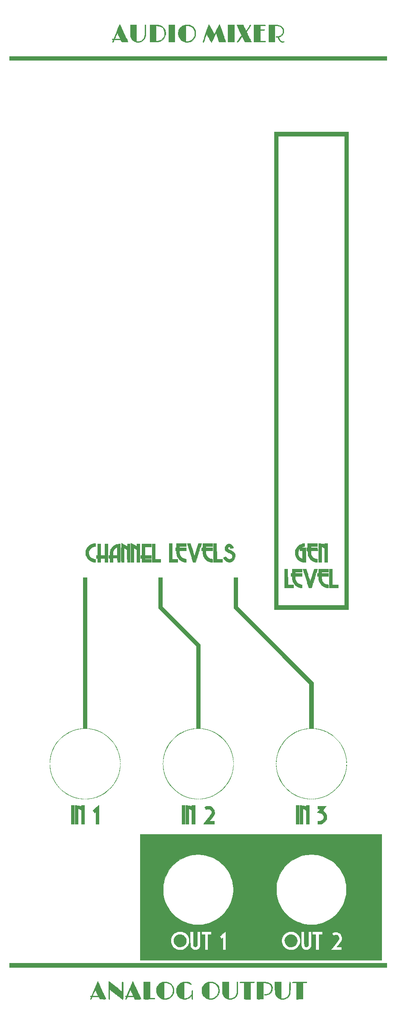
<source format=gbr>
G04 #@! TF.GenerationSoftware,KiCad,Pcbnew,5.1.10-88a1d61d58~90~ubuntu20.04.1*
G04 #@! TF.CreationDate,2021-08-07T10:45:27-04:00*
G04 #@! TF.ProjectId,ao_audio_mixer_panel_al,616f5f61-7564-4696-9f5f-6d697865725f,rev?*
G04 #@! TF.SameCoordinates,Original*
G04 #@! TF.FileFunction,Legend,Top*
G04 #@! TF.FilePolarity,Positive*
%FSLAX46Y46*%
G04 Gerber Fmt 4.6, Leading zero omitted, Abs format (unit mm)*
G04 Created by KiCad (PCBNEW 5.1.10-88a1d61d58~90~ubuntu20.04.1) date 2021-08-07 10:45:27*
%MOMM*%
%LPD*%
G01*
G04 APERTURE LIST*
%ADD10C,0.010000*%
G04 APERTURE END LIST*
D10*
G36*
X19778124Y-193211085D02*
G01*
X19834206Y-193252117D01*
X19920245Y-193317459D01*
X20031399Y-193403382D01*
X20162826Y-193506156D01*
X20309684Y-193622053D01*
X20384225Y-193681241D01*
X20570318Y-193829212D01*
X20784034Y-193999005D01*
X21013156Y-194180922D01*
X21245467Y-194365268D01*
X21468751Y-194542344D01*
X21670790Y-194702455D01*
X21683219Y-194712300D01*
X22363738Y-195251299D01*
X22360353Y-194307722D01*
X22359691Y-194059833D01*
X22359776Y-193857906D01*
X22360784Y-193697104D01*
X22362888Y-193572592D01*
X22366264Y-193479534D01*
X22371087Y-193413095D01*
X22377530Y-193368439D01*
X22385770Y-193340730D01*
X22395860Y-193325253D01*
X22428502Y-193301051D01*
X22463266Y-193307061D01*
X22499776Y-193328966D01*
X22564800Y-193371571D01*
X22564800Y-195110885D01*
X22564529Y-195403032D01*
X22563747Y-195679774D01*
X22562498Y-195937003D01*
X22560829Y-196170609D01*
X22558782Y-196376486D01*
X22556405Y-196550523D01*
X22553741Y-196688612D01*
X22550836Y-196786646D01*
X22547735Y-196840515D01*
X22545750Y-196849933D01*
X22522996Y-196834603D01*
X22463722Y-196790455D01*
X22371309Y-196720107D01*
X22249143Y-196626178D01*
X22100604Y-196511286D01*
X21929077Y-196378052D01*
X21737944Y-196229093D01*
X21530589Y-196067028D01*
X21310395Y-195894476D01*
X21233266Y-195833933D01*
X21009731Y-195658505D01*
X20798138Y-195492671D01*
X20601841Y-195339045D01*
X20424193Y-195200241D01*
X20268548Y-195078873D01*
X20138260Y-194977556D01*
X20036682Y-194898902D01*
X19967170Y-194845527D01*
X19933076Y-194820045D01*
X19930140Y-194818200D01*
X19927999Y-194842658D01*
X19926174Y-194912267D01*
X19924709Y-195021380D01*
X19923645Y-195164349D01*
X19923024Y-195335525D01*
X19922889Y-195529261D01*
X19923279Y-195738950D01*
X19923889Y-195951122D01*
X19924376Y-196147732D01*
X19924729Y-196322878D01*
X19924942Y-196470657D01*
X19925004Y-196585164D01*
X19924907Y-196660498D01*
X19924654Y-196690556D01*
X19901156Y-196730215D01*
X19850221Y-196756491D01*
X19795109Y-196759220D01*
X19780511Y-196753530D01*
X19772627Y-196745390D01*
X19765852Y-196728110D01*
X19760115Y-196698192D01*
X19755345Y-196652135D01*
X19751470Y-196586442D01*
X19748417Y-196497612D01*
X19746117Y-196382148D01*
X19744497Y-196236549D01*
X19743485Y-196057318D01*
X19743010Y-195840955D01*
X19743001Y-195583961D01*
X19743386Y-195282836D01*
X19744015Y-194968956D01*
X19744794Y-194674572D01*
X19745776Y-194395344D01*
X19746930Y-194135381D01*
X19748227Y-193898794D01*
X19749637Y-193689693D01*
X19751130Y-193512189D01*
X19752676Y-193370393D01*
X19754246Y-193268415D01*
X19755810Y-193210365D01*
X19756842Y-193198091D01*
X19778124Y-193211085D01*
G37*
X19778124Y-193211085D02*
X19834206Y-193252117D01*
X19920245Y-193317459D01*
X20031399Y-193403382D01*
X20162826Y-193506156D01*
X20309684Y-193622053D01*
X20384225Y-193681241D01*
X20570318Y-193829212D01*
X20784034Y-193999005D01*
X21013156Y-194180922D01*
X21245467Y-194365268D01*
X21468751Y-194542344D01*
X21670790Y-194702455D01*
X21683219Y-194712300D01*
X22363738Y-195251299D01*
X22360353Y-194307722D01*
X22359691Y-194059833D01*
X22359776Y-193857906D01*
X22360784Y-193697104D01*
X22362888Y-193572592D01*
X22366264Y-193479534D01*
X22371087Y-193413095D01*
X22377530Y-193368439D01*
X22385770Y-193340730D01*
X22395860Y-193325253D01*
X22428502Y-193301051D01*
X22463266Y-193307061D01*
X22499776Y-193328966D01*
X22564800Y-193371571D01*
X22564800Y-195110885D01*
X22564529Y-195403032D01*
X22563747Y-195679774D01*
X22562498Y-195937003D01*
X22560829Y-196170609D01*
X22558782Y-196376486D01*
X22556405Y-196550523D01*
X22553741Y-196688612D01*
X22550836Y-196786646D01*
X22547735Y-196840515D01*
X22545750Y-196849933D01*
X22522996Y-196834603D01*
X22463722Y-196790455D01*
X22371309Y-196720107D01*
X22249143Y-196626178D01*
X22100604Y-196511286D01*
X21929077Y-196378052D01*
X21737944Y-196229093D01*
X21530589Y-196067028D01*
X21310395Y-195894476D01*
X21233266Y-195833933D01*
X21009731Y-195658505D01*
X20798138Y-195492671D01*
X20601841Y-195339045D01*
X20424193Y-195200241D01*
X20268548Y-195078873D01*
X20138260Y-194977556D01*
X20036682Y-194898902D01*
X19967170Y-194845527D01*
X19933076Y-194820045D01*
X19930140Y-194818200D01*
X19927999Y-194842658D01*
X19926174Y-194912267D01*
X19924709Y-195021380D01*
X19923645Y-195164349D01*
X19923024Y-195335525D01*
X19922889Y-195529261D01*
X19923279Y-195738950D01*
X19923889Y-195951122D01*
X19924376Y-196147732D01*
X19924729Y-196322878D01*
X19924942Y-196470657D01*
X19925004Y-196585164D01*
X19924907Y-196660498D01*
X19924654Y-196690556D01*
X19901156Y-196730215D01*
X19850221Y-196756491D01*
X19795109Y-196759220D01*
X19780511Y-196753530D01*
X19772627Y-196745390D01*
X19765852Y-196728110D01*
X19760115Y-196698192D01*
X19755345Y-196652135D01*
X19751470Y-196586442D01*
X19748417Y-196497612D01*
X19746117Y-196382148D01*
X19744497Y-196236549D01*
X19743485Y-196057318D01*
X19743010Y-195840955D01*
X19743001Y-195583961D01*
X19743386Y-195282836D01*
X19744015Y-194968956D01*
X19744794Y-194674572D01*
X19745776Y-194395344D01*
X19746930Y-194135381D01*
X19748227Y-193898794D01*
X19749637Y-193689693D01*
X19751130Y-193512189D01*
X19752676Y-193370393D01*
X19754246Y-193268415D01*
X19755810Y-193210365D01*
X19756842Y-193198091D01*
X19778124Y-193211085D01*
G36*
X17556163Y-193239622D02*
G01*
X17564297Y-193251280D01*
X17568192Y-193258638D01*
X17592310Y-193307949D01*
X17634343Y-193396550D01*
X17692276Y-193520060D01*
X17764096Y-193674100D01*
X17847790Y-193854288D01*
X17941343Y-194056246D01*
X18042741Y-194275592D01*
X18149972Y-194507946D01*
X18261021Y-194748929D01*
X18373874Y-194994160D01*
X18486519Y-195239259D01*
X18596940Y-195479845D01*
X18703124Y-195711539D01*
X18803058Y-195929960D01*
X18894728Y-196130729D01*
X18976120Y-196309464D01*
X19045220Y-196461787D01*
X19100014Y-196583316D01*
X19138490Y-196669671D01*
X19158632Y-196716472D01*
X19161200Y-196723654D01*
X19135960Y-196732612D01*
X19060760Y-196739017D01*
X18936375Y-196742845D01*
X18763581Y-196744071D01*
X18545843Y-196742701D01*
X17930486Y-196735900D01*
X17729312Y-196316800D01*
X17165731Y-196316800D01*
X16996973Y-196316131D01*
X16841397Y-196314262D01*
X16707572Y-196311394D01*
X16604063Y-196307730D01*
X16539438Y-196303472D01*
X16526601Y-196301690D01*
X16489629Y-196296441D01*
X16462484Y-196304076D01*
X16438087Y-196333124D01*
X16409360Y-196392114D01*
X16369226Y-196489573D01*
X16367857Y-196492969D01*
X16323900Y-196591458D01*
X16279205Y-196674214D01*
X16241427Y-196727568D01*
X16231379Y-196736679D01*
X16183558Y-196766551D01*
X16149610Y-196768307D01*
X16106850Y-196746565D01*
X16075442Y-196720114D01*
X16066301Y-196683536D01*
X16081012Y-196627580D01*
X16121158Y-196542996D01*
X16151300Y-196487014D01*
X16194707Y-196406131D01*
X16226368Y-196343491D01*
X16240058Y-196311460D01*
X16240200Y-196310358D01*
X16218379Y-196295150D01*
X16165690Y-196279075D01*
X16163788Y-196278653D01*
X16099436Y-196249769D01*
X16058807Y-196208487D01*
X16050224Y-196151971D01*
X16080848Y-196110728D01*
X16524250Y-196110728D01*
X16604475Y-196120799D01*
X16663173Y-196125243D01*
X16756055Y-196128875D01*
X16873997Y-196131667D01*
X17007874Y-196133592D01*
X17148561Y-196134621D01*
X17286932Y-196134727D01*
X17413864Y-196133882D01*
X17520231Y-196132059D01*
X17596908Y-196129228D01*
X17634770Y-196125364D01*
X17637200Y-196123941D01*
X17626958Y-196097403D01*
X17598497Y-196032236D01*
X17555212Y-195935781D01*
X17500500Y-195815382D01*
X17437756Y-195678381D01*
X17370375Y-195532119D01*
X17301755Y-195383941D01*
X17235290Y-195241187D01*
X17174376Y-195111200D01*
X17122410Y-195001323D01*
X17082787Y-194918899D01*
X17058902Y-194871269D01*
X17053930Y-194862804D01*
X17040649Y-194880269D01*
X17011209Y-194939082D01*
X16968210Y-195033384D01*
X16914255Y-195157315D01*
X16851943Y-195305013D01*
X16783877Y-195470620D01*
X16781159Y-195477318D01*
X16524250Y-196110728D01*
X16080848Y-196110728D01*
X16083190Y-196107574D01*
X16148772Y-196081757D01*
X16235590Y-196080643D01*
X16332873Y-196093691D01*
X16931613Y-194639333D01*
X17053978Y-194342202D01*
X17158533Y-194088784D01*
X17246785Y-193875811D01*
X17320242Y-193700014D01*
X17380412Y-193558123D01*
X17428801Y-193446869D01*
X17466917Y-193362981D01*
X17496268Y-193303192D01*
X17518360Y-193264231D01*
X17534702Y-193242828D01*
X17546801Y-193235715D01*
X17556163Y-193239622D01*
G37*
X17556163Y-193239622D02*
X17564297Y-193251280D01*
X17568192Y-193258638D01*
X17592310Y-193307949D01*
X17634343Y-193396550D01*
X17692276Y-193520060D01*
X17764096Y-193674100D01*
X17847790Y-193854288D01*
X17941343Y-194056246D01*
X18042741Y-194275592D01*
X18149972Y-194507946D01*
X18261021Y-194748929D01*
X18373874Y-194994160D01*
X18486519Y-195239259D01*
X18596940Y-195479845D01*
X18703124Y-195711539D01*
X18803058Y-195929960D01*
X18894728Y-196130729D01*
X18976120Y-196309464D01*
X19045220Y-196461787D01*
X19100014Y-196583316D01*
X19138490Y-196669671D01*
X19158632Y-196716472D01*
X19161200Y-196723654D01*
X19135960Y-196732612D01*
X19060760Y-196739017D01*
X18936375Y-196742845D01*
X18763581Y-196744071D01*
X18545843Y-196742701D01*
X17930486Y-196735900D01*
X17729312Y-196316800D01*
X17165731Y-196316800D01*
X16996973Y-196316131D01*
X16841397Y-196314262D01*
X16707572Y-196311394D01*
X16604063Y-196307730D01*
X16539438Y-196303472D01*
X16526601Y-196301690D01*
X16489629Y-196296441D01*
X16462484Y-196304076D01*
X16438087Y-196333124D01*
X16409360Y-196392114D01*
X16369226Y-196489573D01*
X16367857Y-196492969D01*
X16323900Y-196591458D01*
X16279205Y-196674214D01*
X16241427Y-196727568D01*
X16231379Y-196736679D01*
X16183558Y-196766551D01*
X16149610Y-196768307D01*
X16106850Y-196746565D01*
X16075442Y-196720114D01*
X16066301Y-196683536D01*
X16081012Y-196627580D01*
X16121158Y-196542996D01*
X16151300Y-196487014D01*
X16194707Y-196406131D01*
X16226368Y-196343491D01*
X16240058Y-196311460D01*
X16240200Y-196310358D01*
X16218379Y-196295150D01*
X16165690Y-196279075D01*
X16163788Y-196278653D01*
X16099436Y-196249769D01*
X16058807Y-196208487D01*
X16050224Y-196151971D01*
X16080848Y-196110728D01*
X16524250Y-196110728D01*
X16604475Y-196120799D01*
X16663173Y-196125243D01*
X16756055Y-196128875D01*
X16873997Y-196131667D01*
X17007874Y-196133592D01*
X17148561Y-196134621D01*
X17286932Y-196134727D01*
X17413864Y-196133882D01*
X17520231Y-196132059D01*
X17596908Y-196129228D01*
X17634770Y-196125364D01*
X17637200Y-196123941D01*
X17626958Y-196097403D01*
X17598497Y-196032236D01*
X17555212Y-195935781D01*
X17500500Y-195815382D01*
X17437756Y-195678381D01*
X17370375Y-195532119D01*
X17301755Y-195383941D01*
X17235290Y-195241187D01*
X17174376Y-195111200D01*
X17122410Y-195001323D01*
X17082787Y-194918899D01*
X17058902Y-194871269D01*
X17053930Y-194862804D01*
X17040649Y-194880269D01*
X17011209Y-194939082D01*
X16968210Y-195033384D01*
X16914255Y-195157315D01*
X16851943Y-195305013D01*
X16783877Y-195470620D01*
X16781159Y-195477318D01*
X16524250Y-196110728D01*
X16080848Y-196110728D01*
X16083190Y-196107574D01*
X16148772Y-196081757D01*
X16235590Y-196080643D01*
X16332873Y-196093691D01*
X16931613Y-194639333D01*
X17053978Y-194342202D01*
X17158533Y-194088784D01*
X17246785Y-193875811D01*
X17320242Y-193700014D01*
X17380412Y-193558123D01*
X17428801Y-193446869D01*
X17466917Y-193362981D01*
X17496268Y-193303192D01*
X17518360Y-193264231D01*
X17534702Y-193242828D01*
X17546801Y-193235715D01*
X17556163Y-193239622D01*
G36*
X24510773Y-193226630D02*
G01*
X24541746Y-193289477D01*
X24590053Y-193389847D01*
X24653692Y-193523452D01*
X24730661Y-193686002D01*
X24818958Y-193873209D01*
X24916582Y-194080783D01*
X25021529Y-194304436D01*
X25131799Y-194539879D01*
X25245389Y-194782822D01*
X25360297Y-195028978D01*
X25474521Y-195274056D01*
X25586059Y-195513768D01*
X25692909Y-195743825D01*
X25793070Y-195959939D01*
X25884538Y-196157819D01*
X25965313Y-196333178D01*
X26033391Y-196481726D01*
X26086772Y-196599175D01*
X26123453Y-196681234D01*
X26141432Y-196723617D01*
X26141966Y-196725065D01*
X26120129Y-196732273D01*
X26052245Y-196738391D01*
X25943062Y-196743237D01*
X25797325Y-196746630D01*
X25619779Y-196748389D01*
X25525803Y-196748600D01*
X24901174Y-196748600D01*
X24701682Y-196316800D01*
X24103141Y-196312566D01*
X23931754Y-196311280D01*
X23775786Y-196309968D01*
X23642938Y-196308707D01*
X23540909Y-196307573D01*
X23477400Y-196306642D01*
X23461058Y-196306216D01*
X23430656Y-196321927D01*
X23394187Y-196375166D01*
X23348460Y-196470948D01*
X23333052Y-196507300D01*
X23269587Y-196644167D01*
X23213313Y-196732379D01*
X23164667Y-196771300D01*
X23150495Y-196773227D01*
X23119305Y-196761251D01*
X23091850Y-196746565D01*
X23058203Y-196713395D01*
X23051593Y-196663463D01*
X23073212Y-196589413D01*
X23124247Y-196483888D01*
X23138630Y-196457374D01*
X23184475Y-196369479D01*
X23204660Y-196317349D01*
X23201303Y-196294216D01*
X23190626Y-196291400D01*
X23112286Y-196275312D01*
X23050967Y-196234496D01*
X23022470Y-196180120D01*
X23022000Y-196172225D01*
X23033102Y-196124133D01*
X23069044Y-196097644D01*
X23504600Y-196097644D01*
X23516702Y-196108423D01*
X23556005Y-196117002D01*
X23626999Y-196123652D01*
X23734176Y-196128642D01*
X23882026Y-196132239D01*
X24075040Y-196134713D01*
X24131657Y-196135194D01*
X24619014Y-196139000D01*
X24546768Y-195980250D01*
X24436138Y-195738528D01*
X24334380Y-195518902D01*
X24243189Y-195324872D01*
X24164259Y-195159942D01*
X24099285Y-195027614D01*
X24049960Y-194931391D01*
X24017981Y-194874776D01*
X24005231Y-194860831D01*
X23991995Y-194890172D01*
X23963307Y-194958283D01*
X23922252Y-195057544D01*
X23871915Y-195180333D01*
X23815380Y-195319031D01*
X23755733Y-195466015D01*
X23696057Y-195613667D01*
X23639438Y-195754364D01*
X23588960Y-195880487D01*
X23547707Y-195984414D01*
X23518766Y-196058524D01*
X23505219Y-196095198D01*
X23504600Y-196097644D01*
X23069044Y-196097644D01*
X23072240Y-196095289D01*
X23148155Y-196081239D01*
X23206498Y-196078264D01*
X23310271Y-196075500D01*
X23898603Y-194646649D01*
X24003607Y-194391910D01*
X24103004Y-194151313D01*
X24195095Y-193928936D01*
X24278180Y-193728859D01*
X24350557Y-193555162D01*
X24410528Y-193411925D01*
X24456391Y-193303229D01*
X24486447Y-193233152D01*
X24498995Y-193205775D01*
X24499137Y-193205596D01*
X24510773Y-193226630D01*
G37*
X24510773Y-193226630D02*
X24541746Y-193289477D01*
X24590053Y-193389847D01*
X24653692Y-193523452D01*
X24730661Y-193686002D01*
X24818958Y-193873209D01*
X24916582Y-194080783D01*
X25021529Y-194304436D01*
X25131799Y-194539879D01*
X25245389Y-194782822D01*
X25360297Y-195028978D01*
X25474521Y-195274056D01*
X25586059Y-195513768D01*
X25692909Y-195743825D01*
X25793070Y-195959939D01*
X25884538Y-196157819D01*
X25965313Y-196333178D01*
X26033391Y-196481726D01*
X26086772Y-196599175D01*
X26123453Y-196681234D01*
X26141432Y-196723617D01*
X26141966Y-196725065D01*
X26120129Y-196732273D01*
X26052245Y-196738391D01*
X25943062Y-196743237D01*
X25797325Y-196746630D01*
X25619779Y-196748389D01*
X25525803Y-196748600D01*
X24901174Y-196748600D01*
X24701682Y-196316800D01*
X24103141Y-196312566D01*
X23931754Y-196311280D01*
X23775786Y-196309968D01*
X23642938Y-196308707D01*
X23540909Y-196307573D01*
X23477400Y-196306642D01*
X23461058Y-196306216D01*
X23430656Y-196321927D01*
X23394187Y-196375166D01*
X23348460Y-196470948D01*
X23333052Y-196507300D01*
X23269587Y-196644167D01*
X23213313Y-196732379D01*
X23164667Y-196771300D01*
X23150495Y-196773227D01*
X23119305Y-196761251D01*
X23091850Y-196746565D01*
X23058203Y-196713395D01*
X23051593Y-196663463D01*
X23073212Y-196589413D01*
X23124247Y-196483888D01*
X23138630Y-196457374D01*
X23184475Y-196369479D01*
X23204660Y-196317349D01*
X23201303Y-196294216D01*
X23190626Y-196291400D01*
X23112286Y-196275312D01*
X23050967Y-196234496D01*
X23022470Y-196180120D01*
X23022000Y-196172225D01*
X23033102Y-196124133D01*
X23069044Y-196097644D01*
X23504600Y-196097644D01*
X23516702Y-196108423D01*
X23556005Y-196117002D01*
X23626999Y-196123652D01*
X23734176Y-196128642D01*
X23882026Y-196132239D01*
X24075040Y-196134713D01*
X24131657Y-196135194D01*
X24619014Y-196139000D01*
X24546768Y-195980250D01*
X24436138Y-195738528D01*
X24334380Y-195518902D01*
X24243189Y-195324872D01*
X24164259Y-195159942D01*
X24099285Y-195027614D01*
X24049960Y-194931391D01*
X24017981Y-194874776D01*
X24005231Y-194860831D01*
X23991995Y-194890172D01*
X23963307Y-194958283D01*
X23922252Y-195057544D01*
X23871915Y-195180333D01*
X23815380Y-195319031D01*
X23755733Y-195466015D01*
X23696057Y-195613667D01*
X23639438Y-195754364D01*
X23588960Y-195880487D01*
X23547707Y-195984414D01*
X23518766Y-196058524D01*
X23505219Y-196095198D01*
X23504600Y-196097644D01*
X23069044Y-196097644D01*
X23072240Y-196095289D01*
X23148155Y-196081239D01*
X23206498Y-196078264D01*
X23310271Y-196075500D01*
X23898603Y-194646649D01*
X24003607Y-194391910D01*
X24103004Y-194151313D01*
X24195095Y-193928936D01*
X24278180Y-193728859D01*
X24350557Y-193555162D01*
X24410528Y-193411925D01*
X24456391Y-193303229D01*
X24486447Y-193233152D01*
X24498995Y-193205775D01*
X24499137Y-193205596D01*
X24510773Y-193226630D01*
G36*
X31248667Y-193313910D02*
G01*
X31528502Y-193373864D01*
X31782208Y-193475299D01*
X32012992Y-193619448D01*
X32194899Y-193777843D01*
X32371764Y-193982236D01*
X32505975Y-194202498D01*
X32599586Y-194443974D01*
X32654653Y-194712009D01*
X32673233Y-195011947D01*
X32673249Y-195021400D01*
X32666138Y-195240334D01*
X32642246Y-195427857D01*
X32597734Y-195601683D01*
X32528766Y-195779524D01*
X32491619Y-195859600D01*
X32429473Y-195978082D01*
X32362847Y-196079070D01*
X32279359Y-196179393D01*
X32181523Y-196281077D01*
X31963086Y-196467921D01*
X31726888Y-196608974D01*
X31469788Y-196705459D01*
X31188643Y-196758597D01*
X30923686Y-196770540D01*
X30805063Y-196768116D01*
X30699700Y-196764337D01*
X30621603Y-196759791D01*
X30591200Y-196756560D01*
X30343449Y-196691970D01*
X30099522Y-196583964D01*
X29871979Y-196439168D01*
X29689500Y-196280775D01*
X29505497Y-196066895D01*
X29366055Y-195839870D01*
X29267456Y-195591786D01*
X29205981Y-195314729D01*
X29194521Y-195227439D01*
X29182158Y-194918429D01*
X29216779Y-194627527D01*
X29297989Y-194355859D01*
X29425391Y-194104547D01*
X29598589Y-193874718D01*
X29712682Y-193758383D01*
X29942958Y-193575952D01*
X30134181Y-193472000D01*
X30692800Y-193472000D01*
X30692800Y-196592981D01*
X30775350Y-196603661D01*
X30882166Y-196608816D01*
X31019011Y-196603280D01*
X31166632Y-196588689D01*
X31305775Y-196566679D01*
X31365900Y-196553466D01*
X31582760Y-196477480D01*
X31792837Y-196362451D01*
X31985935Y-196216439D01*
X32151853Y-196047505D01*
X32280394Y-195863708D01*
X32309907Y-195807365D01*
X32380813Y-195650880D01*
X32429885Y-195514188D01*
X32460678Y-195380746D01*
X32476746Y-195234016D01*
X32481645Y-195057456D01*
X32481553Y-195008700D01*
X32479492Y-194863696D01*
X32474037Y-194755346D01*
X32463306Y-194669526D01*
X32445415Y-194592110D01*
X32418482Y-194508975D01*
X32412855Y-194493218D01*
X32298818Y-194241360D01*
X32150335Y-194018319D01*
X31971998Y-193829473D01*
X31768401Y-193680200D01*
X31675958Y-193630355D01*
X31512081Y-193559060D01*
X31354345Y-193510097D01*
X31188276Y-193480757D01*
X30999405Y-193468334D01*
X30813450Y-193468967D01*
X30692800Y-193472000D01*
X30134181Y-193472000D01*
X30194636Y-193439136D01*
X30468685Y-193347567D01*
X30766072Y-193300879D01*
X30939498Y-193294200D01*
X31248667Y-193313910D01*
G37*
X31248667Y-193313910D02*
X31528502Y-193373864D01*
X31782208Y-193475299D01*
X32012992Y-193619448D01*
X32194899Y-193777843D01*
X32371764Y-193982236D01*
X32505975Y-194202498D01*
X32599586Y-194443974D01*
X32654653Y-194712009D01*
X32673233Y-195011947D01*
X32673249Y-195021400D01*
X32666138Y-195240334D01*
X32642246Y-195427857D01*
X32597734Y-195601683D01*
X32528766Y-195779524D01*
X32491619Y-195859600D01*
X32429473Y-195978082D01*
X32362847Y-196079070D01*
X32279359Y-196179393D01*
X32181523Y-196281077D01*
X31963086Y-196467921D01*
X31726888Y-196608974D01*
X31469788Y-196705459D01*
X31188643Y-196758597D01*
X30923686Y-196770540D01*
X30805063Y-196768116D01*
X30699700Y-196764337D01*
X30621603Y-196759791D01*
X30591200Y-196756560D01*
X30343449Y-196691970D01*
X30099522Y-196583964D01*
X29871979Y-196439168D01*
X29689500Y-196280775D01*
X29505497Y-196066895D01*
X29366055Y-195839870D01*
X29267456Y-195591786D01*
X29205981Y-195314729D01*
X29194521Y-195227439D01*
X29182158Y-194918429D01*
X29216779Y-194627527D01*
X29297989Y-194355859D01*
X29425391Y-194104547D01*
X29598589Y-193874718D01*
X29712682Y-193758383D01*
X29942958Y-193575952D01*
X30134181Y-193472000D01*
X30692800Y-193472000D01*
X30692800Y-196592981D01*
X30775350Y-196603661D01*
X30882166Y-196608816D01*
X31019011Y-196603280D01*
X31166632Y-196588689D01*
X31305775Y-196566679D01*
X31365900Y-196553466D01*
X31582760Y-196477480D01*
X31792837Y-196362451D01*
X31985935Y-196216439D01*
X32151853Y-196047505D01*
X32280394Y-195863708D01*
X32309907Y-195807365D01*
X32380813Y-195650880D01*
X32429885Y-195514188D01*
X32460678Y-195380746D01*
X32476746Y-195234016D01*
X32481645Y-195057456D01*
X32481553Y-195008700D01*
X32479492Y-194863696D01*
X32474037Y-194755346D01*
X32463306Y-194669526D01*
X32445415Y-194592110D01*
X32418482Y-194508975D01*
X32412855Y-194493218D01*
X32298818Y-194241360D01*
X32150335Y-194018319D01*
X31971998Y-193829473D01*
X31768401Y-193680200D01*
X31675958Y-193630355D01*
X31512081Y-193559060D01*
X31354345Y-193510097D01*
X31188276Y-193480757D01*
X30999405Y-193468334D01*
X30813450Y-193468967D01*
X30692800Y-193472000D01*
X30134181Y-193472000D01*
X30194636Y-193439136D01*
X30468685Y-193347567D01*
X30766072Y-193300879D01*
X30939498Y-193294200D01*
X31248667Y-193313910D01*
G36*
X35017140Y-193298251D02*
G01*
X35112400Y-193301562D01*
X35308031Y-193314181D01*
X35469573Y-193336741D01*
X35613366Y-193373051D01*
X35755750Y-193426924D01*
X35861700Y-193476321D01*
X35998446Y-193554348D01*
X36093929Y-193631958D01*
X36145976Y-193706276D01*
X36152414Y-193774426D01*
X36123320Y-193822519D01*
X36093456Y-193844740D01*
X36059100Y-193847766D01*
X36011042Y-193828198D01*
X35940075Y-193782641D01*
X35861719Y-193726014D01*
X35685834Y-193615630D01*
X35496923Y-193537315D01*
X35286292Y-193488819D01*
X35045247Y-193467893D01*
X34864750Y-193468107D01*
X34731400Y-193472000D01*
X34731400Y-196596200D01*
X34903863Y-196596200D01*
X35152368Y-196571524D01*
X35392870Y-196500349D01*
X35618964Y-196386947D01*
X35824240Y-196235593D01*
X36002293Y-196050562D01*
X36146714Y-195836128D01*
X36198388Y-195732600D01*
X36229050Y-195658632D01*
X36246162Y-195595127D01*
X36251965Y-195524540D01*
X36248702Y-195429325D01*
X36244645Y-195370681D01*
X36239032Y-195228497D01*
X36247613Y-195130568D01*
X36271631Y-195072027D01*
X36312330Y-195048004D01*
X36327413Y-195046800D01*
X36355787Y-195048608D01*
X36378579Y-195057372D01*
X36396399Y-195078099D01*
X36409857Y-195115795D01*
X36419564Y-195175467D01*
X36426130Y-195262122D01*
X36430166Y-195380767D01*
X36432282Y-195536409D01*
X36433087Y-195734055D01*
X36433200Y-195914586D01*
X36433090Y-196138316D01*
X36432542Y-196316625D01*
X36431229Y-196454893D01*
X36428822Y-196558498D01*
X36424995Y-196632821D01*
X36419419Y-196683241D01*
X36411767Y-196715135D01*
X36401711Y-196733885D01*
X36388923Y-196744869D01*
X36382400Y-196748600D01*
X36317753Y-196761886D01*
X36280215Y-196748287D01*
X36259788Y-196734624D01*
X36246171Y-196713738D01*
X36238537Y-196677079D01*
X36236057Y-196616094D01*
X36237903Y-196522232D01*
X36243249Y-196386942D01*
X36243860Y-196372743D01*
X36258890Y-196024700D01*
X36176205Y-196126300D01*
X35972581Y-196341864D01*
X35747434Y-196516431D01*
X35505451Y-196646990D01*
X35251319Y-196730531D01*
X35226700Y-196735916D01*
X35046874Y-196761747D01*
X34845161Y-196771483D01*
X34641143Y-196765402D01*
X34454404Y-196743780D01*
X34359595Y-196723671D01*
X34092529Y-196628574D01*
X33852939Y-196491929D01*
X33643612Y-196316585D01*
X33467333Y-196105390D01*
X33326888Y-195861193D01*
X33225065Y-195586841D01*
X33216303Y-195554800D01*
X33189940Y-195411050D01*
X33175329Y-195235900D01*
X33172484Y-195047373D01*
X33181415Y-194863492D01*
X33202134Y-194702281D01*
X33215705Y-194640400D01*
X33313955Y-194360755D01*
X33454779Y-194105732D01*
X33634574Y-193878781D01*
X33849736Y-193683355D01*
X34096659Y-193522905D01*
X34371741Y-193400882D01*
X34571500Y-193341986D01*
X34682367Y-193317999D01*
X34782177Y-193303568D01*
X34888059Y-193297412D01*
X35017140Y-193298251D01*
G37*
X35017140Y-193298251D02*
X35112400Y-193301562D01*
X35308031Y-193314181D01*
X35469573Y-193336741D01*
X35613366Y-193373051D01*
X35755750Y-193426924D01*
X35861700Y-193476321D01*
X35998446Y-193554348D01*
X36093929Y-193631958D01*
X36145976Y-193706276D01*
X36152414Y-193774426D01*
X36123320Y-193822519D01*
X36093456Y-193844740D01*
X36059100Y-193847766D01*
X36011042Y-193828198D01*
X35940075Y-193782641D01*
X35861719Y-193726014D01*
X35685834Y-193615630D01*
X35496923Y-193537315D01*
X35286292Y-193488819D01*
X35045247Y-193467893D01*
X34864750Y-193468107D01*
X34731400Y-193472000D01*
X34731400Y-196596200D01*
X34903863Y-196596200D01*
X35152368Y-196571524D01*
X35392870Y-196500349D01*
X35618964Y-196386947D01*
X35824240Y-196235593D01*
X36002293Y-196050562D01*
X36146714Y-195836128D01*
X36198388Y-195732600D01*
X36229050Y-195658632D01*
X36246162Y-195595127D01*
X36251965Y-195524540D01*
X36248702Y-195429325D01*
X36244645Y-195370681D01*
X36239032Y-195228497D01*
X36247613Y-195130568D01*
X36271631Y-195072027D01*
X36312330Y-195048004D01*
X36327413Y-195046800D01*
X36355787Y-195048608D01*
X36378579Y-195057372D01*
X36396399Y-195078099D01*
X36409857Y-195115795D01*
X36419564Y-195175467D01*
X36426130Y-195262122D01*
X36430166Y-195380767D01*
X36432282Y-195536409D01*
X36433087Y-195734055D01*
X36433200Y-195914586D01*
X36433090Y-196138316D01*
X36432542Y-196316625D01*
X36431229Y-196454893D01*
X36428822Y-196558498D01*
X36424995Y-196632821D01*
X36419419Y-196683241D01*
X36411767Y-196715135D01*
X36401711Y-196733885D01*
X36388923Y-196744869D01*
X36382400Y-196748600D01*
X36317753Y-196761886D01*
X36280215Y-196748287D01*
X36259788Y-196734624D01*
X36246171Y-196713738D01*
X36238537Y-196677079D01*
X36236057Y-196616094D01*
X36237903Y-196522232D01*
X36243249Y-196386942D01*
X36243860Y-196372743D01*
X36258890Y-196024700D01*
X36176205Y-196126300D01*
X35972581Y-196341864D01*
X35747434Y-196516431D01*
X35505451Y-196646990D01*
X35251319Y-196730531D01*
X35226700Y-196735916D01*
X35046874Y-196761747D01*
X34845161Y-196771483D01*
X34641143Y-196765402D01*
X34454404Y-196743780D01*
X34359595Y-196723671D01*
X34092529Y-196628574D01*
X33852939Y-196491929D01*
X33643612Y-196316585D01*
X33467333Y-196105390D01*
X33326888Y-195861193D01*
X33225065Y-195586841D01*
X33216303Y-195554800D01*
X33189940Y-195411050D01*
X33175329Y-195235900D01*
X33172484Y-195047373D01*
X33181415Y-194863492D01*
X33202134Y-194702281D01*
X33215705Y-194640400D01*
X33313955Y-194360755D01*
X33454779Y-194105732D01*
X33634574Y-193878781D01*
X33849736Y-193683355D01*
X34096659Y-193522905D01*
X34371741Y-193400882D01*
X34571500Y-193341986D01*
X34682367Y-193317999D01*
X34782177Y-193303568D01*
X34888059Y-193297412D01*
X35017140Y-193298251D01*
G36*
X39989200Y-193307740D02*
G01*
X40144851Y-193308799D01*
X40261855Y-193312151D01*
X40352356Y-193319208D01*
X40428499Y-193331381D01*
X40502429Y-193350079D01*
X40586291Y-193376716D01*
X40588091Y-193377318D01*
X40792856Y-193462365D01*
X40993706Y-193575595D01*
X41170400Y-193705111D01*
X41217998Y-193747547D01*
X41328532Y-193870893D01*
X41438177Y-194027134D01*
X41536509Y-194199267D01*
X41613102Y-194370290D01*
X41631050Y-194421184D01*
X41682412Y-194632990D01*
X41710598Y-194870907D01*
X41714926Y-195115697D01*
X41694709Y-195348121D01*
X41668764Y-195480741D01*
X41590411Y-195730321D01*
X41485350Y-195946834D01*
X41345684Y-196144400D01*
X41221563Y-196280533D01*
X41004940Y-196467191D01*
X40770025Y-196608263D01*
X40513813Y-196704921D01*
X40233295Y-196758339D01*
X39966086Y-196770540D01*
X39847463Y-196768116D01*
X39742100Y-196764337D01*
X39664003Y-196759791D01*
X39633600Y-196756560D01*
X39521783Y-196730305D01*
X39385064Y-196686968D01*
X39243251Y-196633583D01*
X39116153Y-196577183D01*
X39087500Y-196562650D01*
X38957224Y-196478330D01*
X38816724Y-196360858D01*
X38678175Y-196222677D01*
X38553753Y-196076231D01*
X38455634Y-195933962D01*
X38433085Y-195893839D01*
X38341469Y-195694559D01*
X38279296Y-195494509D01*
X38243216Y-195278910D01*
X38229881Y-195032982D01*
X38229640Y-194996000D01*
X38230850Y-194851250D01*
X38236354Y-194741608D01*
X38248136Y-194651430D01*
X38268179Y-194565077D01*
X38295710Y-194475300D01*
X38409304Y-194202106D01*
X38560683Y-193961951D01*
X38710183Y-193791744D01*
X38872558Y-193648140D01*
X39045265Y-193532833D01*
X39170396Y-193472000D01*
X39735200Y-193472000D01*
X39735200Y-196592825D01*
X39805050Y-196604357D01*
X39884702Y-196609670D01*
X39997166Y-196607397D01*
X40125212Y-196598703D01*
X40251613Y-196584749D01*
X40357500Y-196567049D01*
X40439910Y-196543279D01*
X40547992Y-196503535D01*
X40662282Y-196455157D01*
X40697154Y-196438972D01*
X40919696Y-196305386D01*
X41115107Y-196131278D01*
X41279593Y-195921248D01*
X41409362Y-195679897D01*
X41478569Y-195491300D01*
X41501639Y-195395471D01*
X41515999Y-195283422D01*
X41522879Y-195142409D01*
X41523908Y-195021400D01*
X41522397Y-194880916D01*
X41517176Y-194775655D01*
X41506002Y-194690061D01*
X41486630Y-194608580D01*
X41456816Y-194515654D01*
X41446788Y-194486878D01*
X41331249Y-194227331D01*
X41179989Y-194002519D01*
X40994442Y-193814127D01*
X40776043Y-193663840D01*
X40722004Y-193635188D01*
X40561211Y-193562607D01*
X40405829Y-193512456D01*
X40241812Y-193482039D01*
X40055114Y-193468661D01*
X39855850Y-193468967D01*
X39735200Y-193472000D01*
X39170396Y-193472000D01*
X39244051Y-193436193D01*
X39372965Y-193386522D01*
X39460594Y-193356037D01*
X39533114Y-193334545D01*
X39602594Y-193320504D01*
X39681102Y-193312370D01*
X39780705Y-193308600D01*
X39913472Y-193307653D01*
X39989200Y-193307740D01*
G37*
X39989200Y-193307740D02*
X40144851Y-193308799D01*
X40261855Y-193312151D01*
X40352356Y-193319208D01*
X40428499Y-193331381D01*
X40502429Y-193350079D01*
X40586291Y-193376716D01*
X40588091Y-193377318D01*
X40792856Y-193462365D01*
X40993706Y-193575595D01*
X41170400Y-193705111D01*
X41217998Y-193747547D01*
X41328532Y-193870893D01*
X41438177Y-194027134D01*
X41536509Y-194199267D01*
X41613102Y-194370290D01*
X41631050Y-194421184D01*
X41682412Y-194632990D01*
X41710598Y-194870907D01*
X41714926Y-195115697D01*
X41694709Y-195348121D01*
X41668764Y-195480741D01*
X41590411Y-195730321D01*
X41485350Y-195946834D01*
X41345684Y-196144400D01*
X41221563Y-196280533D01*
X41004940Y-196467191D01*
X40770025Y-196608263D01*
X40513813Y-196704921D01*
X40233295Y-196758339D01*
X39966086Y-196770540D01*
X39847463Y-196768116D01*
X39742100Y-196764337D01*
X39664003Y-196759791D01*
X39633600Y-196756560D01*
X39521783Y-196730305D01*
X39385064Y-196686968D01*
X39243251Y-196633583D01*
X39116153Y-196577183D01*
X39087500Y-196562650D01*
X38957224Y-196478330D01*
X38816724Y-196360858D01*
X38678175Y-196222677D01*
X38553753Y-196076231D01*
X38455634Y-195933962D01*
X38433085Y-195893839D01*
X38341469Y-195694559D01*
X38279296Y-195494509D01*
X38243216Y-195278910D01*
X38229881Y-195032982D01*
X38229640Y-194996000D01*
X38230850Y-194851250D01*
X38236354Y-194741608D01*
X38248136Y-194651430D01*
X38268179Y-194565077D01*
X38295710Y-194475300D01*
X38409304Y-194202106D01*
X38560683Y-193961951D01*
X38710183Y-193791744D01*
X38872558Y-193648140D01*
X39045265Y-193532833D01*
X39170396Y-193472000D01*
X39735200Y-193472000D01*
X39735200Y-196592825D01*
X39805050Y-196604357D01*
X39884702Y-196609670D01*
X39997166Y-196607397D01*
X40125212Y-196598703D01*
X40251613Y-196584749D01*
X40357500Y-196567049D01*
X40439910Y-196543279D01*
X40547992Y-196503535D01*
X40662282Y-196455157D01*
X40697154Y-196438972D01*
X40919696Y-196305386D01*
X41115107Y-196131278D01*
X41279593Y-195921248D01*
X41409362Y-195679897D01*
X41478569Y-195491300D01*
X41501639Y-195395471D01*
X41515999Y-195283422D01*
X41522879Y-195142409D01*
X41523908Y-195021400D01*
X41522397Y-194880916D01*
X41517176Y-194775655D01*
X41506002Y-194690061D01*
X41486630Y-194608580D01*
X41456816Y-194515654D01*
X41446788Y-194486878D01*
X41331249Y-194227331D01*
X41179989Y-194002519D01*
X40994442Y-193814127D01*
X40776043Y-193663840D01*
X40722004Y-193635188D01*
X40561211Y-193562607D01*
X40405829Y-193512456D01*
X40241812Y-193482039D01*
X40055114Y-193468661D01*
X39855850Y-193468967D01*
X39735200Y-193472000D01*
X39170396Y-193472000D01*
X39244051Y-193436193D01*
X39372965Y-193386522D01*
X39460594Y-193356037D01*
X39533114Y-193334545D01*
X39602594Y-193320504D01*
X39681102Y-193312370D01*
X39780705Y-193308600D01*
X39913472Y-193307653D01*
X39989200Y-193307740D01*
G36*
X45362778Y-193311768D02*
G01*
X45402080Y-193345721D01*
X45404741Y-193352316D01*
X45406519Y-193383503D01*
X45407511Y-193460102D01*
X45407740Y-193576732D01*
X45407230Y-193728011D01*
X45406007Y-193908557D01*
X45404094Y-194112990D01*
X45401516Y-194335927D01*
X45399674Y-194475300D01*
X45384574Y-195567500D01*
X45317845Y-195758000D01*
X45243466Y-195946950D01*
X45161515Y-196102239D01*
X45061554Y-196240925D01*
X44943621Y-196369613D01*
X44745152Y-196535553D01*
X44521572Y-196658815D01*
X44295513Y-196735350D01*
X44174378Y-196756159D01*
X44020161Y-196768079D01*
X43849793Y-196771144D01*
X43680203Y-196765383D01*
X43528321Y-196750828D01*
X43434581Y-196733766D01*
X43226325Y-196662107D01*
X43022589Y-196552874D01*
X42835260Y-196414679D01*
X42676225Y-196256134D01*
X42569229Y-196106808D01*
X42523795Y-196019258D01*
X42473815Y-195908068D01*
X42431884Y-195802008D01*
X42365313Y-195618300D01*
X42348557Y-193319600D01*
X43570226Y-193319600D01*
X43583300Y-196583500D01*
X43872284Y-196590712D01*
X44067867Y-196589272D01*
X44229974Y-196572049D01*
X44374309Y-196535976D01*
X44516578Y-196477988D01*
X44560115Y-196456418D01*
X44698020Y-196364290D01*
X44832701Y-196235481D01*
X44951817Y-196083283D01*
X45028442Y-195951933D01*
X45069757Y-195866677D01*
X45104126Y-195789604D01*
X45132218Y-195715071D01*
X45154702Y-195637430D01*
X45172246Y-195551038D01*
X45185519Y-195450249D01*
X45195188Y-195329416D01*
X45201922Y-195182896D01*
X45206391Y-195005043D01*
X45209261Y-194790211D01*
X45211201Y-194532755D01*
X45211946Y-194402007D01*
X45213616Y-194139003D01*
X45215613Y-193922330D01*
X45218116Y-193747518D01*
X45221302Y-193610098D01*
X45225351Y-193505600D01*
X45230441Y-193429556D01*
X45236749Y-193377496D01*
X45244454Y-193344951D01*
X45253735Y-193327452D01*
X45254867Y-193326247D01*
X45305465Y-193303843D01*
X45362778Y-193311768D01*
G37*
X45362778Y-193311768D02*
X45402080Y-193345721D01*
X45404741Y-193352316D01*
X45406519Y-193383503D01*
X45407511Y-193460102D01*
X45407740Y-193576732D01*
X45407230Y-193728011D01*
X45406007Y-193908557D01*
X45404094Y-194112990D01*
X45401516Y-194335927D01*
X45399674Y-194475300D01*
X45384574Y-195567500D01*
X45317845Y-195758000D01*
X45243466Y-195946950D01*
X45161515Y-196102239D01*
X45061554Y-196240925D01*
X44943621Y-196369613D01*
X44745152Y-196535553D01*
X44521572Y-196658815D01*
X44295513Y-196735350D01*
X44174378Y-196756159D01*
X44020161Y-196768079D01*
X43849793Y-196771144D01*
X43680203Y-196765383D01*
X43528321Y-196750828D01*
X43434581Y-196733766D01*
X43226325Y-196662107D01*
X43022589Y-196552874D01*
X42835260Y-196414679D01*
X42676225Y-196256134D01*
X42569229Y-196106808D01*
X42523795Y-196019258D01*
X42473815Y-195908068D01*
X42431884Y-195802008D01*
X42365313Y-195618300D01*
X42348557Y-193319600D01*
X43570226Y-193319600D01*
X43583300Y-196583500D01*
X43872284Y-196590712D01*
X44067867Y-196589272D01*
X44229974Y-196572049D01*
X44374309Y-196535976D01*
X44516578Y-196477988D01*
X44560115Y-196456418D01*
X44698020Y-196364290D01*
X44832701Y-196235481D01*
X44951817Y-196083283D01*
X45028442Y-195951933D01*
X45069757Y-195866677D01*
X45104126Y-195789604D01*
X45132218Y-195715071D01*
X45154702Y-195637430D01*
X45172246Y-195551038D01*
X45185519Y-195450249D01*
X45195188Y-195329416D01*
X45201922Y-195182896D01*
X45206391Y-195005043D01*
X45209261Y-194790211D01*
X45211201Y-194532755D01*
X45211946Y-194402007D01*
X45213616Y-194139003D01*
X45215613Y-193922330D01*
X45218116Y-193747518D01*
X45221302Y-193610098D01*
X45225351Y-193505600D01*
X45230441Y-193429556D01*
X45236749Y-193377496D01*
X45244454Y-193344951D01*
X45253735Y-193327452D01*
X45254867Y-193326247D01*
X45305465Y-193303843D01*
X45362778Y-193311768D01*
G36*
X55755303Y-193299680D02*
G01*
X55762406Y-193300892D01*
X55783940Y-193308185D01*
X55801687Y-193324713D01*
X55815920Y-193354787D01*
X55826915Y-193402720D01*
X55834943Y-193472824D01*
X55840280Y-193569410D01*
X55843199Y-193696789D01*
X55843972Y-193859275D01*
X55842875Y-194061178D01*
X55840181Y-194306810D01*
X55837758Y-194488000D01*
X55834023Y-194748335D01*
X55830551Y-194963242D01*
X55827024Y-195138086D01*
X55823125Y-195278234D01*
X55818537Y-195389055D01*
X55812943Y-195475915D01*
X55806026Y-195544181D01*
X55797468Y-195599221D01*
X55786951Y-195646401D01*
X55774160Y-195691089D01*
X55764948Y-195719900D01*
X55654110Y-195988591D01*
X55509888Y-196220646D01*
X55333778Y-196414618D01*
X55127274Y-196569059D01*
X54891873Y-196682523D01*
X54714940Y-196735798D01*
X54585004Y-196756619D01*
X54423887Y-196768024D01*
X54249694Y-196770038D01*
X54080532Y-196762686D01*
X53934507Y-196745992D01*
X53877910Y-196734658D01*
X53639998Y-196653375D01*
X53420385Y-196532109D01*
X53226680Y-196376861D01*
X53066495Y-196193631D01*
X52956572Y-196008269D01*
X52915888Y-195920956D01*
X52881974Y-195842788D01*
X52854209Y-195768199D01*
X52831975Y-195691623D01*
X52814652Y-195607491D01*
X52801619Y-195510237D01*
X52792258Y-195394293D01*
X52785949Y-195254094D01*
X52782072Y-195084070D01*
X52780007Y-194878656D01*
X52779136Y-194632284D01*
X52778889Y-194411800D01*
X52778100Y-193332300D01*
X53997300Y-193332300D01*
X54003836Y-194964250D01*
X54010373Y-196596200D01*
X54312723Y-196596200D01*
X54557589Y-196584888D01*
X54764851Y-196548888D01*
X54942891Y-196485100D01*
X55100090Y-196390425D01*
X55244829Y-196261762D01*
X55259836Y-196245951D01*
X55393281Y-196070700D01*
X55505491Y-195855185D01*
X55591904Y-195609245D01*
X55605481Y-195558336D01*
X55616642Y-195508016D01*
X55625652Y-195452771D01*
X55632776Y-195387087D01*
X55638279Y-195305452D01*
X55642427Y-195202350D01*
X55645484Y-195072269D01*
X55647716Y-194909695D01*
X55649388Y-194709115D01*
X55650766Y-194465013D01*
X55651188Y-194376734D01*
X55652516Y-194112635D01*
X55654110Y-193894944D01*
X55656423Y-193719272D01*
X55659910Y-193581228D01*
X55665024Y-193476421D01*
X55672220Y-193400460D01*
X55681951Y-193348955D01*
X55694671Y-193317515D01*
X55710833Y-193301750D01*
X55730893Y-193297268D01*
X55755303Y-193299680D01*
G37*
X55755303Y-193299680D02*
X55762406Y-193300892D01*
X55783940Y-193308185D01*
X55801687Y-193324713D01*
X55815920Y-193354787D01*
X55826915Y-193402720D01*
X55834943Y-193472824D01*
X55840280Y-193569410D01*
X55843199Y-193696789D01*
X55843972Y-193859275D01*
X55842875Y-194061178D01*
X55840181Y-194306810D01*
X55837758Y-194488000D01*
X55834023Y-194748335D01*
X55830551Y-194963242D01*
X55827024Y-195138086D01*
X55823125Y-195278234D01*
X55818537Y-195389055D01*
X55812943Y-195475915D01*
X55806026Y-195544181D01*
X55797468Y-195599221D01*
X55786951Y-195646401D01*
X55774160Y-195691089D01*
X55764948Y-195719900D01*
X55654110Y-195988591D01*
X55509888Y-196220646D01*
X55333778Y-196414618D01*
X55127274Y-196569059D01*
X54891873Y-196682523D01*
X54714940Y-196735798D01*
X54585004Y-196756619D01*
X54423887Y-196768024D01*
X54249694Y-196770038D01*
X54080532Y-196762686D01*
X53934507Y-196745992D01*
X53877910Y-196734658D01*
X53639998Y-196653375D01*
X53420385Y-196532109D01*
X53226680Y-196376861D01*
X53066495Y-196193631D01*
X52956572Y-196008269D01*
X52915888Y-195920956D01*
X52881974Y-195842788D01*
X52854209Y-195768199D01*
X52831975Y-195691623D01*
X52814652Y-195607491D01*
X52801619Y-195510237D01*
X52792258Y-195394293D01*
X52785949Y-195254094D01*
X52782072Y-195084070D01*
X52780007Y-194878656D01*
X52779136Y-194632284D01*
X52778889Y-194411800D01*
X52778100Y-193332300D01*
X53997300Y-193332300D01*
X54003836Y-194964250D01*
X54010373Y-196596200D01*
X54312723Y-196596200D01*
X54557589Y-196584888D01*
X54764851Y-196548888D01*
X54942891Y-196485100D01*
X55100090Y-196390425D01*
X55244829Y-196261762D01*
X55259836Y-196245951D01*
X55393281Y-196070700D01*
X55505491Y-195855185D01*
X55591904Y-195609245D01*
X55605481Y-195558336D01*
X55616642Y-195508016D01*
X55625652Y-195452771D01*
X55632776Y-195387087D01*
X55638279Y-195305452D01*
X55642427Y-195202350D01*
X55645484Y-195072269D01*
X55647716Y-194909695D01*
X55649388Y-194709115D01*
X55650766Y-194465013D01*
X55651188Y-194376734D01*
X55652516Y-194112635D01*
X55654110Y-193894944D01*
X55656423Y-193719272D01*
X55659910Y-193581228D01*
X55665024Y-193476421D01*
X55672220Y-193400460D01*
X55681951Y-193348955D01*
X55694671Y-193317515D01*
X55710833Y-193301750D01*
X55730893Y-193297268D01*
X55755303Y-193299680D01*
G36*
X27924576Y-196570800D02*
G01*
X28235538Y-196570658D01*
X28366588Y-196568365D01*
X28488493Y-196562243D01*
X28586994Y-196553247D01*
X28644708Y-196543247D01*
X28742786Y-196528117D01*
X28819049Y-196538635D01*
X28866571Y-196569804D01*
X28878428Y-196616626D01*
X28847695Y-196674102D01*
X28838911Y-196683405D01*
X28824460Y-196696389D01*
X28806316Y-196707085D01*
X28779663Y-196715755D01*
X28739684Y-196722666D01*
X28681561Y-196728082D01*
X28600479Y-196732268D01*
X28491621Y-196735490D01*
X28350169Y-196738012D01*
X28171308Y-196740100D01*
X27950221Y-196742018D01*
X27745430Y-196743566D01*
X27479196Y-196745243D01*
X27259701Y-196745926D01*
X27082892Y-196745515D01*
X26944718Y-196743914D01*
X26841126Y-196741024D01*
X26768063Y-196736748D01*
X26721475Y-196730988D01*
X26697312Y-196723647D01*
X26691778Y-196718166D01*
X26689710Y-196687690D01*
X26687942Y-196610711D01*
X26686491Y-196491526D01*
X26685371Y-196334431D01*
X26684597Y-196143723D01*
X26684186Y-195923698D01*
X26684152Y-195678653D01*
X26684509Y-195412884D01*
X26685275Y-195130689D01*
X26685720Y-195008700D01*
X26692300Y-193332300D01*
X27911500Y-193332300D01*
X27924576Y-196570800D01*
G37*
X27924576Y-196570800D02*
X28235538Y-196570658D01*
X28366588Y-196568365D01*
X28488493Y-196562243D01*
X28586994Y-196553247D01*
X28644708Y-196543247D01*
X28742786Y-196528117D01*
X28819049Y-196538635D01*
X28866571Y-196569804D01*
X28878428Y-196616626D01*
X28847695Y-196674102D01*
X28838911Y-196683405D01*
X28824460Y-196696389D01*
X28806316Y-196707085D01*
X28779663Y-196715755D01*
X28739684Y-196722666D01*
X28681561Y-196728082D01*
X28600479Y-196732268D01*
X28491621Y-196735490D01*
X28350169Y-196738012D01*
X28171308Y-196740100D01*
X27950221Y-196742018D01*
X27745430Y-196743566D01*
X27479196Y-196745243D01*
X27259701Y-196745926D01*
X27082892Y-196745515D01*
X26944718Y-196743914D01*
X26841126Y-196741024D01*
X26768063Y-196736748D01*
X26721475Y-196730988D01*
X26697312Y-196723647D01*
X26691778Y-196718166D01*
X26689710Y-196687690D01*
X26687942Y-196610711D01*
X26686491Y-196491526D01*
X26685371Y-196334431D01*
X26684597Y-196143723D01*
X26684186Y-195923698D01*
X26684152Y-195678653D01*
X26684509Y-195412884D01*
X26685275Y-195130689D01*
X26685720Y-195008700D01*
X26692300Y-193332300D01*
X27911500Y-193332300D01*
X27924576Y-196570800D01*
G36*
X48179419Y-193316798D02*
G01*
X48350505Y-193318226D01*
X48486717Y-193320444D01*
X48583452Y-193323421D01*
X48636107Y-193327126D01*
X48644250Y-193329060D01*
X48674812Y-193374800D01*
X48665343Y-193427380D01*
X48620060Y-193468680D01*
X48610846Y-193472628D01*
X48561159Y-193482059D01*
X48472801Y-193489837D01*
X48357890Y-193495200D01*
X48228546Y-193497385D01*
X48217146Y-193497400D01*
X47888600Y-193497400D01*
X47888600Y-196748600D01*
X47283233Y-196748600D01*
X47112761Y-196747917D01*
X46959445Y-196746002D01*
X46830515Y-196743050D01*
X46733196Y-196739259D01*
X46674717Y-196734824D01*
X46660933Y-196731666D01*
X46657978Y-196703966D01*
X46655187Y-196629794D01*
X46652604Y-196513479D01*
X46650276Y-196359350D01*
X46648246Y-196171735D01*
X46646560Y-195954963D01*
X46645263Y-195713362D01*
X46644400Y-195451261D01*
X46644016Y-195172989D01*
X46644000Y-195102685D01*
X46644000Y-193490637D01*
X46218550Y-193500368D01*
X46062614Y-193503709D01*
X45950173Y-193505006D01*
X45873937Y-193503531D01*
X45826618Y-193498554D01*
X45800928Y-193489348D01*
X45789577Y-193475184D01*
X45785524Y-193457077D01*
X45782477Y-193430957D01*
X45783932Y-193408755D01*
X45793698Y-193390111D01*
X45815582Y-193374664D01*
X45853392Y-193362055D01*
X45910936Y-193351922D01*
X45992021Y-193343906D01*
X46100455Y-193337647D01*
X46240047Y-193332783D01*
X46414603Y-193328955D01*
X46627932Y-193325803D01*
X46883842Y-193322966D01*
X47186140Y-193320083D01*
X47238416Y-193319600D01*
X47502959Y-193317560D01*
X47751043Y-193316433D01*
X47978064Y-193316190D01*
X48179419Y-193316798D01*
G37*
X48179419Y-193316798D02*
X48350505Y-193318226D01*
X48486717Y-193320444D01*
X48583452Y-193323421D01*
X48636107Y-193327126D01*
X48644250Y-193329060D01*
X48674812Y-193374800D01*
X48665343Y-193427380D01*
X48620060Y-193468680D01*
X48610846Y-193472628D01*
X48561159Y-193482059D01*
X48472801Y-193489837D01*
X48357890Y-193495200D01*
X48228546Y-193497385D01*
X48217146Y-193497400D01*
X47888600Y-193497400D01*
X47888600Y-196748600D01*
X47283233Y-196748600D01*
X47112761Y-196747917D01*
X46959445Y-196746002D01*
X46830515Y-196743050D01*
X46733196Y-196739259D01*
X46674717Y-196734824D01*
X46660933Y-196731666D01*
X46657978Y-196703966D01*
X46655187Y-196629794D01*
X46652604Y-196513479D01*
X46650276Y-196359350D01*
X46648246Y-196171735D01*
X46646560Y-195954963D01*
X46645263Y-195713362D01*
X46644400Y-195451261D01*
X46644016Y-195172989D01*
X46644000Y-195102685D01*
X46644000Y-193490637D01*
X46218550Y-193500368D01*
X46062614Y-193503709D01*
X45950173Y-193505006D01*
X45873937Y-193503531D01*
X45826618Y-193498554D01*
X45800928Y-193489348D01*
X45789577Y-193475184D01*
X45785524Y-193457077D01*
X45782477Y-193430957D01*
X45783932Y-193408755D01*
X45793698Y-193390111D01*
X45815582Y-193374664D01*
X45853392Y-193362055D01*
X45910936Y-193351922D01*
X45992021Y-193343906D01*
X46100455Y-193337647D01*
X46240047Y-193332783D01*
X46414603Y-193328955D01*
X46627932Y-193325803D01*
X46883842Y-193322966D01*
X47186140Y-193320083D01*
X47238416Y-193319600D01*
X47502959Y-193317560D01*
X47751043Y-193316433D01*
X47978064Y-193316190D01*
X48179419Y-193316798D01*
G36*
X50073000Y-193334591D02*
G01*
X50348889Y-193336314D01*
X50590387Y-193339882D01*
X50794006Y-193345189D01*
X50956254Y-193352124D01*
X51073643Y-193360581D01*
X51127100Y-193367321D01*
X51405354Y-193434671D01*
X51648685Y-193534436D01*
X51855290Y-193664758D01*
X52023369Y-193823775D01*
X52151122Y-194009629D01*
X52236748Y-194220460D01*
X52278446Y-194454408D01*
X52282424Y-194560525D01*
X52259295Y-194834970D01*
X52192538Y-195085255D01*
X52084438Y-195308956D01*
X51937281Y-195503650D01*
X51753353Y-195666911D01*
X51534940Y-195796318D01*
X51284328Y-195889446D01*
X51003803Y-195943871D01*
X50974700Y-195947040D01*
X50833371Y-195953015D01*
X50735700Y-195937112D01*
X50679136Y-195898567D01*
X50662027Y-195853280D01*
X50671768Y-195790704D01*
X50720499Y-195753518D01*
X50810609Y-195740670D01*
X50905417Y-195746222D01*
X51077395Y-195746585D01*
X51263841Y-195716227D01*
X51442941Y-195659985D01*
X51566108Y-195599707D01*
X51745136Y-195463173D01*
X51890963Y-195290664D01*
X52000358Y-195087224D01*
X52070092Y-194857894D01*
X52081169Y-194795685D01*
X52096655Y-194551960D01*
X52066344Y-194327475D01*
X51991444Y-194124742D01*
X51873163Y-193946272D01*
X51712707Y-193794576D01*
X51550559Y-193691952D01*
X51405284Y-193624544D01*
X51254720Y-193574662D01*
X51086508Y-193539474D01*
X50888285Y-193516146D01*
X50739939Y-193506130D01*
X50428978Y-193489579D01*
X50422439Y-195112739D01*
X50415900Y-196735900D01*
X49812029Y-196742711D01*
X49611815Y-196744374D01*
X49457385Y-196744158D01*
X49343752Y-196741855D01*
X49265928Y-196737261D01*
X49218926Y-196730169D01*
X49197757Y-196720375D01*
X49195850Y-196717311D01*
X49193838Y-196686984D01*
X49192123Y-196610152D01*
X49190721Y-196491108D01*
X49189646Y-196334145D01*
X49188912Y-196143558D01*
X49188533Y-195923640D01*
X49188524Y-195678684D01*
X49188900Y-195412984D01*
X49189674Y-195130834D01*
X49190120Y-195008700D01*
X49196700Y-193332300D01*
X50073000Y-193334591D01*
G37*
X50073000Y-193334591D02*
X50348889Y-193336314D01*
X50590387Y-193339882D01*
X50794006Y-193345189D01*
X50956254Y-193352124D01*
X51073643Y-193360581D01*
X51127100Y-193367321D01*
X51405354Y-193434671D01*
X51648685Y-193534436D01*
X51855290Y-193664758D01*
X52023369Y-193823775D01*
X52151122Y-194009629D01*
X52236748Y-194220460D01*
X52278446Y-194454408D01*
X52282424Y-194560525D01*
X52259295Y-194834970D01*
X52192538Y-195085255D01*
X52084438Y-195308956D01*
X51937281Y-195503650D01*
X51753353Y-195666911D01*
X51534940Y-195796318D01*
X51284328Y-195889446D01*
X51003803Y-195943871D01*
X50974700Y-195947040D01*
X50833371Y-195953015D01*
X50735700Y-195937112D01*
X50679136Y-195898567D01*
X50662027Y-195853280D01*
X50671768Y-195790704D01*
X50720499Y-195753518D01*
X50810609Y-195740670D01*
X50905417Y-195746222D01*
X51077395Y-195746585D01*
X51263841Y-195716227D01*
X51442941Y-195659985D01*
X51566108Y-195599707D01*
X51745136Y-195463173D01*
X51890963Y-195290664D01*
X52000358Y-195087224D01*
X52070092Y-194857894D01*
X52081169Y-194795685D01*
X52096655Y-194551960D01*
X52066344Y-194327475D01*
X51991444Y-194124742D01*
X51873163Y-193946272D01*
X51712707Y-193794576D01*
X51550559Y-193691952D01*
X51405284Y-193624544D01*
X51254720Y-193574662D01*
X51086508Y-193539474D01*
X50888285Y-193516146D01*
X50739939Y-193506130D01*
X50428978Y-193489579D01*
X50422439Y-195112739D01*
X50415900Y-196735900D01*
X49812029Y-196742711D01*
X49611815Y-196744374D01*
X49457385Y-196744158D01*
X49343752Y-196741855D01*
X49265928Y-196737261D01*
X49218926Y-196730169D01*
X49197757Y-196720375D01*
X49195850Y-196717311D01*
X49193838Y-196686984D01*
X49192123Y-196610152D01*
X49190721Y-196491108D01*
X49189646Y-196334145D01*
X49188912Y-196143558D01*
X49188533Y-195923640D01*
X49188524Y-195678684D01*
X49188900Y-195412984D01*
X49189674Y-195130834D01*
X49190120Y-195008700D01*
X49196700Y-193332300D01*
X50073000Y-193334591D01*
G36*
X58595901Y-193316289D02*
G01*
X58767982Y-193317413D01*
X58906120Y-193319268D01*
X59005467Y-193321828D01*
X59061172Y-193325070D01*
X59070950Y-193326843D01*
X59110431Y-193363602D01*
X59104206Y-193411628D01*
X59058948Y-193457859D01*
X59022829Y-193475035D01*
X58966525Y-193486704D01*
X58881538Y-193493720D01*
X58759369Y-193496937D01*
X58665436Y-193497400D01*
X58328376Y-193497400D01*
X58315300Y-196735900D01*
X57699350Y-196742701D01*
X57083400Y-196749503D01*
X57083400Y-193490637D01*
X56657950Y-193500368D01*
X56502014Y-193503709D01*
X56389573Y-193505006D01*
X56313337Y-193503531D01*
X56266018Y-193498554D01*
X56240328Y-193489348D01*
X56228977Y-193475184D01*
X56224924Y-193457077D01*
X56221882Y-193430854D01*
X56223399Y-193408581D01*
X56233298Y-193389892D01*
X56255403Y-193374424D01*
X56293539Y-193361811D01*
X56351528Y-193351688D01*
X56433196Y-193343690D01*
X56542365Y-193337452D01*
X56682859Y-193332609D01*
X56858504Y-193328795D01*
X57073121Y-193325647D01*
X57330536Y-193322798D01*
X57634571Y-193319885D01*
X57665116Y-193319600D01*
X57924484Y-193317551D01*
X58169303Y-193316333D01*
X58394725Y-193315920D01*
X58595901Y-193316289D01*
G37*
X58595901Y-193316289D02*
X58767982Y-193317413D01*
X58906120Y-193319268D01*
X59005467Y-193321828D01*
X59061172Y-193325070D01*
X59070950Y-193326843D01*
X59110431Y-193363602D01*
X59104206Y-193411628D01*
X59058948Y-193457859D01*
X59022829Y-193475035D01*
X58966525Y-193486704D01*
X58881538Y-193493720D01*
X58759369Y-193496937D01*
X58665436Y-193497400D01*
X58328376Y-193497400D01*
X58315300Y-196735900D01*
X57699350Y-196742701D01*
X57083400Y-196749503D01*
X57083400Y-193490637D01*
X56657950Y-193500368D01*
X56502014Y-193503709D01*
X56389573Y-193505006D01*
X56313337Y-193503531D01*
X56266018Y-193498554D01*
X56240328Y-193489348D01*
X56228977Y-193475184D01*
X56224924Y-193457077D01*
X56221882Y-193430854D01*
X56223399Y-193408581D01*
X56233298Y-193389892D01*
X56255403Y-193374424D01*
X56293539Y-193361811D01*
X56351528Y-193351688D01*
X56433196Y-193343690D01*
X56542365Y-193337452D01*
X56682859Y-193332609D01*
X56858504Y-193328795D01*
X57073121Y-193325647D01*
X57330536Y-193322798D01*
X57634571Y-193319885D01*
X57665116Y-193319600D01*
X57924484Y-193317551D01*
X58169303Y-193316333D01*
X58394725Y-193315920D01*
X58595901Y-193316289D01*
G36*
X75015800Y-190398600D02*
G01*
X9600Y-190398600D01*
X9600Y-189611200D01*
X75015800Y-189611200D01*
X75015800Y-190398600D01*
G37*
X75015800Y-190398600D02*
X9600Y-190398600D01*
X9600Y-189611200D01*
X75015800Y-189611200D01*
X75015800Y-190398600D01*
G36*
X74025200Y-189001600D02*
G01*
X26019200Y-189001600D01*
X26019200Y-185137476D01*
X32043627Y-185137476D01*
X32067477Y-185428520D01*
X32137400Y-185714043D01*
X32252525Y-185987382D01*
X32344741Y-186145545D01*
X32495892Y-186341566D01*
X32682536Y-186526621D01*
X32889701Y-186687486D01*
X33092947Y-186806378D01*
X33213898Y-186860670D01*
X33339503Y-186909601D01*
X33449685Y-186945614D01*
X33489879Y-186955808D01*
X33680166Y-186983699D01*
X33891678Y-186992653D01*
X34103148Y-186982923D01*
X34293308Y-186954766D01*
X34331732Y-186945726D01*
X34623008Y-186845771D01*
X34890277Y-186702728D01*
X35129823Y-186520077D01*
X35337932Y-186301301D01*
X35510890Y-186049881D01*
X35644982Y-185769298D01*
X35674749Y-185686900D01*
X35698777Y-185609809D01*
X35715421Y-185537457D01*
X35725953Y-185457806D01*
X35731649Y-185358815D01*
X35733781Y-185228448D01*
X35733875Y-185128100D01*
X35733022Y-184978634D01*
X35730110Y-184867834D01*
X35723488Y-184783567D01*
X35711507Y-184713698D01*
X35692515Y-184646096D01*
X35664863Y-184568628D01*
X35653803Y-184539478D01*
X35520483Y-184255624D01*
X35350894Y-184002474D01*
X35149080Y-183782908D01*
X34919085Y-183599808D01*
X34664953Y-183456054D01*
X34390728Y-183354526D01*
X34100454Y-183298105D01*
X33895486Y-183286975D01*
X33678659Y-183297030D01*
X33484200Y-183329539D01*
X33292988Y-183389101D01*
X33085902Y-183480315D01*
X33080400Y-183483020D01*
X32964615Y-183543219D01*
X32869982Y-183601815D01*
X32781642Y-183669830D01*
X32684736Y-183758284D01*
X32610493Y-183831582D01*
X32460526Y-183991616D01*
X32344597Y-184139506D01*
X32253432Y-184289647D01*
X32177754Y-184456439D01*
X32137645Y-184565483D01*
X32066726Y-184847576D01*
X32043627Y-185137476D01*
X26019200Y-185137476D01*
X26019200Y-183286600D01*
X35925200Y-183286600D01*
X35925200Y-184654733D01*
X35925691Y-184955753D01*
X35927122Y-185232328D01*
X35929427Y-185480619D01*
X35932540Y-185696788D01*
X35936395Y-185876994D01*
X35940926Y-186017399D01*
X35946069Y-186114164D01*
X35950955Y-186159683D01*
X36016134Y-186373566D01*
X36125406Y-186564743D01*
X36275982Y-186730067D01*
X36465072Y-186866394D01*
X36660411Y-186959608D01*
X36753212Y-186980129D01*
X36889781Y-186988279D01*
X36981884Y-186987301D01*
X37103819Y-186981217D01*
X37194462Y-186968844D01*
X37273283Y-186945874D01*
X37359750Y-186908000D01*
X37375853Y-186900142D01*
X37566300Y-186778860D01*
X37728544Y-186619339D01*
X37853971Y-186430212D01*
X37863352Y-186411642D01*
X37944500Y-186246846D01*
X37958766Y-183286600D01*
X38135000Y-183286600D01*
X38135000Y-183896200D01*
X38820800Y-183896200D01*
X38820800Y-186995000D01*
X39430400Y-186995000D01*
X39430400Y-184338424D01*
X41811187Y-184338424D01*
X41836004Y-184370468D01*
X41886894Y-184429863D01*
X41955320Y-184506780D01*
X42001571Y-184557610D01*
X42172442Y-184743832D01*
X42376800Y-184579606D01*
X42376800Y-186995000D01*
X42986400Y-186995000D01*
X42986400Y-185113283D01*
X42986388Y-185100316D01*
X54126318Y-185100316D01*
X54126586Y-185153500D01*
X54129092Y-185302822D01*
X54135477Y-185416229D01*
X54147621Y-185508567D01*
X54167405Y-185594680D01*
X54193066Y-185678432D01*
X54275300Y-185892392D01*
X54375279Y-186080053D01*
X54502436Y-186256348D01*
X54666206Y-186436212D01*
X54681438Y-186451467D01*
X54794086Y-186560177D01*
X54888490Y-186641302D01*
X54979472Y-186705823D01*
X55081856Y-186764716D01*
X55153956Y-186801440D01*
X55275863Y-186857009D01*
X55402562Y-186907059D01*
X55514376Y-186944109D01*
X55559400Y-186955603D01*
X55757978Y-186984256D01*
X55976437Y-186992657D01*
X56193381Y-186981084D01*
X56387414Y-186949814D01*
X56408781Y-186944588D01*
X56690676Y-186846870D01*
X56952925Y-186705236D01*
X57190406Y-186524451D01*
X57398000Y-186309276D01*
X57570588Y-186064476D01*
X57703049Y-185794813D01*
X57733342Y-185712300D01*
X57786081Y-185503182D01*
X57814487Y-185268917D01*
X57817533Y-185029497D01*
X57794190Y-184804912D01*
X57782916Y-184747997D01*
X57728696Y-184568083D01*
X57646224Y-184373190D01*
X57544942Y-184182393D01*
X57434294Y-184014768D01*
X57395713Y-183965837D01*
X57181321Y-183746188D01*
X56939344Y-183566556D01*
X56674754Y-183429307D01*
X56392527Y-183336806D01*
X56097635Y-183291418D01*
X55968086Y-183286975D01*
X55741857Y-183298134D01*
X55538729Y-183334041D01*
X55338510Y-183399477D01*
X55165700Y-183476867D01*
X54897820Y-183635431D01*
X54665407Y-183830143D01*
X54469490Y-184059805D01*
X54311098Y-184323218D01*
X54195348Y-184606586D01*
X54165141Y-184703886D01*
X54145021Y-184786906D01*
X54133101Y-184870649D01*
X54127495Y-184970119D01*
X54126318Y-185100316D01*
X42986388Y-185100316D01*
X42986112Y-184806561D01*
X42985280Y-184516101D01*
X42983948Y-184245756D01*
X42982161Y-183999377D01*
X42979964Y-183780816D01*
X42977402Y-183593926D01*
X42974520Y-183442559D01*
X42971363Y-183330565D01*
X42969199Y-183286600D01*
X57995836Y-183286600D01*
X58003168Y-184740750D01*
X58004766Y-185049291D01*
X58006313Y-185311278D01*
X58007976Y-185530956D01*
X58009921Y-185712570D01*
X58012317Y-185860364D01*
X58015331Y-185978585D01*
X58019130Y-186071477D01*
X58023882Y-186143285D01*
X58029753Y-186198255D01*
X58036912Y-186240631D01*
X58045526Y-186274659D01*
X58055762Y-186304584D01*
X58065829Y-186329880D01*
X58175312Y-186536892D01*
X58320407Y-186708665D01*
X58503139Y-186847207D01*
X58675090Y-186934333D01*
X58836809Y-186979623D01*
X59020443Y-186993877D01*
X59208096Y-186977611D01*
X59381871Y-186931344D01*
X59426617Y-186912618D01*
X59595102Y-186811131D01*
X59750629Y-186672657D01*
X59879137Y-186510995D01*
X59934965Y-186413645D01*
X60017100Y-186246846D01*
X60031366Y-183286600D01*
X60207600Y-183286600D01*
X60207600Y-183896200D01*
X60893400Y-183896200D01*
X60893400Y-186995000D01*
X61503000Y-186995000D01*
X61503000Y-186975950D01*
X63874285Y-186975950D01*
X63896202Y-186979977D01*
X63963783Y-186983714D01*
X64071894Y-186987070D01*
X64215399Y-186989952D01*
X64389162Y-186992271D01*
X64588050Y-186993933D01*
X64806926Y-186994848D01*
X64943200Y-186995000D01*
X66024200Y-186995000D01*
X66024200Y-186411920D01*
X65079958Y-186398100D01*
X65505564Y-185864743D01*
X65640432Y-185693153D01*
X65760470Y-185535338D01*
X65861565Y-185396984D01*
X65939602Y-185283774D01*
X65990466Y-185201394D01*
X66002006Y-185178943D01*
X66081227Y-184951830D01*
X66113386Y-184720509D01*
X66101250Y-184490649D01*
X66047587Y-184267921D01*
X65955165Y-184057994D01*
X65826752Y-183866539D01*
X65665116Y-183699227D01*
X65473024Y-183561726D01*
X65253244Y-183459706D01*
X65146844Y-183427092D01*
X64936082Y-183392116D01*
X64728213Y-183400836D01*
X64592766Y-183428268D01*
X64510540Y-183453460D01*
X64414458Y-183488946D01*
X64316048Y-183529632D01*
X64226838Y-183570419D01*
X64158355Y-183606211D01*
X64122126Y-183631911D01*
X64119200Y-183637643D01*
X64131309Y-183662943D01*
X64163327Y-183719952D01*
X64208790Y-183797900D01*
X64261234Y-183886017D01*
X64314193Y-183973534D01*
X64361204Y-184049681D01*
X64395801Y-184103689D01*
X64411522Y-184124787D01*
X64411614Y-184124800D01*
X64436066Y-184115359D01*
X64493990Y-184090700D01*
X64566889Y-184058783D01*
X64743384Y-184005549D01*
X64919529Y-183997991D01*
X65087602Y-184033243D01*
X65239878Y-184108444D01*
X65368635Y-184220730D01*
X65466148Y-184367236D01*
X65479899Y-184397284D01*
X65514706Y-184528380D01*
X65521889Y-184678788D01*
X65501790Y-184825412D01*
X65472243Y-184912200D01*
X65446033Y-184954827D01*
X65391366Y-185032640D01*
X65311597Y-185141217D01*
X65210079Y-185276138D01*
X65090170Y-185432983D01*
X64955222Y-185607330D01*
X64808591Y-185794759D01*
X64653633Y-185990850D01*
X64652959Y-185991700D01*
X64500159Y-186184164D01*
X64357011Y-186364619D01*
X64226619Y-186529142D01*
X64112083Y-186673813D01*
X64016508Y-186794709D01*
X63942996Y-186887908D01*
X63894649Y-186949488D01*
X63874571Y-186975529D01*
X63874285Y-186975950D01*
X61503000Y-186975950D01*
X61503000Y-183896200D01*
X62188800Y-183896200D01*
X62188800Y-183286600D01*
X60207600Y-183286600D01*
X60031366Y-183286600D01*
X59420200Y-183286600D01*
X59420200Y-186119607D01*
X59358251Y-186210773D01*
X59264044Y-186309139D01*
X59149301Y-186367525D01*
X59024275Y-186386360D01*
X58899214Y-186366071D01*
X58784372Y-186307087D01*
X58689998Y-186209836D01*
X58672273Y-186182113D01*
X58661013Y-186161526D01*
X58651470Y-186138412D01*
X58643477Y-186108569D01*
X58636867Y-186067795D01*
X58631474Y-186011888D01*
X58627129Y-185936647D01*
X58623665Y-185837869D01*
X58620916Y-185711352D01*
X58618715Y-185552896D01*
X58616894Y-185358297D01*
X58615286Y-185123354D01*
X58613725Y-184843864D01*
X58612929Y-184689950D01*
X58605758Y-183286600D01*
X57995836Y-183286600D01*
X42969199Y-183286600D01*
X42967977Y-183261798D01*
X42964528Y-183240033D01*
X42941033Y-183258724D01*
X42884937Y-183307615D01*
X42800972Y-183382451D01*
X42693869Y-183478979D01*
X42568360Y-183592947D01*
X42429177Y-183720102D01*
X42367166Y-183776979D01*
X42183752Y-183946819D01*
X42038090Y-184084871D01*
X41929159Y-184192165D01*
X41855937Y-184269735D01*
X41817401Y-184318612D01*
X41811187Y-184338424D01*
X39430400Y-184338424D01*
X39430400Y-183896200D01*
X40116200Y-183896200D01*
X40116200Y-183286600D01*
X38135000Y-183286600D01*
X37958766Y-183286600D01*
X37347600Y-183286600D01*
X37347600Y-186119607D01*
X37285651Y-186210773D01*
X37191444Y-186309139D01*
X37076701Y-186367525D01*
X36951675Y-186386360D01*
X36826614Y-186366071D01*
X36711772Y-186307087D01*
X36617398Y-186209836D01*
X36599673Y-186182113D01*
X36588413Y-186161526D01*
X36578870Y-186138412D01*
X36570877Y-186108569D01*
X36564267Y-186067795D01*
X36558874Y-186011888D01*
X36554529Y-185936647D01*
X36551065Y-185837869D01*
X36548316Y-185711352D01*
X36546115Y-185552896D01*
X36544294Y-185358297D01*
X36542686Y-185123354D01*
X36541125Y-184843864D01*
X36540329Y-184689950D01*
X36533158Y-183286600D01*
X35925200Y-183286600D01*
X26019200Y-183286600D01*
X26019200Y-174891703D01*
X30533651Y-174891703D01*
X30535019Y-175143983D01*
X30541801Y-175391458D01*
X30553889Y-175620311D01*
X30571170Y-175816726D01*
X30576026Y-175857100D01*
X30676409Y-176445625D01*
X30823649Y-177017252D01*
X31016127Y-177569713D01*
X31252226Y-178100740D01*
X31530327Y-178608068D01*
X31848811Y-179089428D01*
X32206059Y-179542555D01*
X32600453Y-179965181D01*
X33030374Y-180355039D01*
X33494204Y-180709863D01*
X33990324Y-181027385D01*
X34439300Y-181267775D01*
X34965498Y-181501739D01*
X35495106Y-181688291D01*
X36036229Y-181829712D01*
X36596972Y-181928283D01*
X36915800Y-181964976D01*
X37072157Y-181974960D01*
X37266047Y-181979808D01*
X37484494Y-181979836D01*
X37714524Y-181975359D01*
X37943162Y-181966691D01*
X38157433Y-181954149D01*
X38344363Y-181938047D01*
X38427100Y-181928285D01*
X39003024Y-181826226D01*
X39568369Y-181675681D01*
X40119421Y-181478489D01*
X40652468Y-181236488D01*
X41163794Y-180951515D01*
X41649688Y-180625409D01*
X42106434Y-180260008D01*
X42453633Y-179935336D01*
X42851919Y-179500975D01*
X43208365Y-179040499D01*
X43522494Y-178556799D01*
X43793830Y-178052766D01*
X44021897Y-177531293D01*
X44206218Y-176995270D01*
X44346318Y-176447589D01*
X44441721Y-175891142D01*
X44491949Y-175328820D01*
X44495006Y-174951305D01*
X53036800Y-174951305D01*
X53037913Y-175173356D01*
X53042508Y-175385576D01*
X53050582Y-175575897D01*
X53062133Y-175732255D01*
X53067514Y-175780900D01*
X53168102Y-176386576D01*
X53315465Y-176973330D01*
X53509151Y-177540084D01*
X53748708Y-178085760D01*
X54033684Y-178609277D01*
X54363627Y-179109558D01*
X54584810Y-179400400D01*
X54700494Y-179536831D01*
X54844997Y-179694942D01*
X55007826Y-179864240D01*
X55178486Y-180034231D01*
X55346485Y-180194422D01*
X55501329Y-180334318D01*
X55610200Y-180425789D01*
X56097906Y-180784410D01*
X56608581Y-181097891D01*
X57140831Y-181365668D01*
X57693264Y-181587180D01*
X58264487Y-181761863D01*
X58853107Y-181889155D01*
X59420200Y-181965016D01*
X59565390Y-181974249D01*
X59748473Y-181978929D01*
X59956773Y-181979353D01*
X60177616Y-181975817D01*
X60398325Y-181968617D01*
X60606225Y-181958049D01*
X60788642Y-181944410D01*
X60918800Y-181929996D01*
X61502406Y-181825119D01*
X62071830Y-181673762D01*
X62623930Y-181477560D01*
X63155569Y-181238147D01*
X63663606Y-180957157D01*
X64144904Y-180636226D01*
X64596321Y-180276987D01*
X65014721Y-179881074D01*
X65167528Y-179717900D01*
X65556094Y-179251731D01*
X65900191Y-178761536D01*
X66199213Y-178248605D01*
X66452555Y-177714226D01*
X66659611Y-177159688D01*
X66819775Y-176586282D01*
X66932442Y-175995297D01*
X66939568Y-175946000D01*
X66964954Y-175720309D01*
X66983307Y-175461567D01*
X66994016Y-175187115D01*
X66996473Y-174914294D01*
X66990067Y-174660446D01*
X66986882Y-174599800D01*
X66931061Y-174022318D01*
X66832310Y-173467872D01*
X66688794Y-172929776D01*
X66498680Y-172401347D01*
X66260133Y-171875900D01*
X66215587Y-171788240D01*
X65923003Y-171275330D01*
X65591450Y-170793519D01*
X65223328Y-170344430D01*
X64821041Y-169929685D01*
X64386993Y-169550907D01*
X63923587Y-169209720D01*
X63433225Y-168907745D01*
X62918312Y-168646607D01*
X62381249Y-168427927D01*
X61824441Y-168253329D01*
X61250289Y-168124436D01*
X60670834Y-168043804D01*
X60515303Y-168033127D01*
X60324367Y-168027090D01*
X60109456Y-168025424D01*
X59882003Y-168027858D01*
X59653438Y-168034125D01*
X59435194Y-168043954D01*
X59238702Y-168057078D01*
X59075393Y-168073225D01*
X59005593Y-168083016D01*
X58404843Y-168203101D01*
X57832367Y-168364682D01*
X57285712Y-168568798D01*
X56762429Y-168816490D01*
X56260065Y-169108798D01*
X55776168Y-169446763D01*
X55756339Y-169461875D01*
X55591336Y-169595480D01*
X55405848Y-169758148D01*
X55211012Y-169939180D01*
X55017959Y-170127876D01*
X54837825Y-170313539D01*
X54681743Y-170485468D01*
X54638727Y-170535800D01*
X54403577Y-170837888D01*
X54171726Y-171177182D01*
X53951043Y-171540297D01*
X53749399Y-171913843D01*
X53574665Y-172284433D01*
X53489796Y-172490059D01*
X53377594Y-172809040D01*
X53274522Y-173162022D01*
X53184654Y-173532459D01*
X53112066Y-173903806D01*
X53067207Y-174206100D01*
X53054371Y-174346819D01*
X53045026Y-174525971D01*
X53039170Y-174731488D01*
X53036800Y-174951305D01*
X44495006Y-174951305D01*
X44496527Y-174763515D01*
X44454978Y-174198118D01*
X44366827Y-173635521D01*
X44231597Y-173078615D01*
X44048811Y-172530292D01*
X43817994Y-171993443D01*
X43775873Y-171907400D01*
X43560979Y-171504061D01*
X43333076Y-171134348D01*
X43083578Y-170786403D01*
X42803902Y-170448367D01*
X42485464Y-170108382D01*
X42441777Y-170064427D01*
X42003177Y-169658260D01*
X41544897Y-169297849D01*
X41065204Y-168982332D01*
X40562364Y-168710847D01*
X40034644Y-168482532D01*
X39480310Y-168296526D01*
X38897631Y-168151966D01*
X38427100Y-168068137D01*
X38303673Y-168054894D01*
X38132657Y-168044773D01*
X37917172Y-168037892D01*
X37660339Y-168034367D01*
X37512700Y-168033900D01*
X37268893Y-168034771D01*
X37065086Y-168038038D01*
X36890496Y-168044681D01*
X36734343Y-168055680D01*
X36585844Y-168072017D01*
X36434219Y-168094671D01*
X36268686Y-168124622D01*
X36078463Y-168162852D01*
X36065891Y-168165459D01*
X35503813Y-168307961D01*
X34953122Y-168499162D01*
X34416897Y-168737645D01*
X33898217Y-169021993D01*
X33400161Y-169350788D01*
X33251413Y-169460774D01*
X33094666Y-169587901D01*
X32916378Y-169746172D01*
X32725754Y-169926293D01*
X32531999Y-170118970D01*
X32344320Y-170314909D01*
X32171920Y-170504814D01*
X32024006Y-170679392D01*
X31947703Y-170777100D01*
X31601766Y-171280132D01*
X31303471Y-171800797D01*
X31052809Y-172339112D01*
X30849776Y-172895093D01*
X30694364Y-173468757D01*
X30586567Y-174060119D01*
X30563141Y-174244200D01*
X30547602Y-174427995D01*
X30537809Y-174648435D01*
X30533651Y-174891703D01*
X26019200Y-174891703D01*
X26019200Y-164008000D01*
X74025200Y-164008000D01*
X74025200Y-189001600D01*
G37*
X74025200Y-189001600D02*
X26019200Y-189001600D01*
X26019200Y-185137476D01*
X32043627Y-185137476D01*
X32067477Y-185428520D01*
X32137400Y-185714043D01*
X32252525Y-185987382D01*
X32344741Y-186145545D01*
X32495892Y-186341566D01*
X32682536Y-186526621D01*
X32889701Y-186687486D01*
X33092947Y-186806378D01*
X33213898Y-186860670D01*
X33339503Y-186909601D01*
X33449685Y-186945614D01*
X33489879Y-186955808D01*
X33680166Y-186983699D01*
X33891678Y-186992653D01*
X34103148Y-186982923D01*
X34293308Y-186954766D01*
X34331732Y-186945726D01*
X34623008Y-186845771D01*
X34890277Y-186702728D01*
X35129823Y-186520077D01*
X35337932Y-186301301D01*
X35510890Y-186049881D01*
X35644982Y-185769298D01*
X35674749Y-185686900D01*
X35698777Y-185609809D01*
X35715421Y-185537457D01*
X35725953Y-185457806D01*
X35731649Y-185358815D01*
X35733781Y-185228448D01*
X35733875Y-185128100D01*
X35733022Y-184978634D01*
X35730110Y-184867834D01*
X35723488Y-184783567D01*
X35711507Y-184713698D01*
X35692515Y-184646096D01*
X35664863Y-184568628D01*
X35653803Y-184539478D01*
X35520483Y-184255624D01*
X35350894Y-184002474D01*
X35149080Y-183782908D01*
X34919085Y-183599808D01*
X34664953Y-183456054D01*
X34390728Y-183354526D01*
X34100454Y-183298105D01*
X33895486Y-183286975D01*
X33678659Y-183297030D01*
X33484200Y-183329539D01*
X33292988Y-183389101D01*
X33085902Y-183480315D01*
X33080400Y-183483020D01*
X32964615Y-183543219D01*
X32869982Y-183601815D01*
X32781642Y-183669830D01*
X32684736Y-183758284D01*
X32610493Y-183831582D01*
X32460526Y-183991616D01*
X32344597Y-184139506D01*
X32253432Y-184289647D01*
X32177754Y-184456439D01*
X32137645Y-184565483D01*
X32066726Y-184847576D01*
X32043627Y-185137476D01*
X26019200Y-185137476D01*
X26019200Y-183286600D01*
X35925200Y-183286600D01*
X35925200Y-184654733D01*
X35925691Y-184955753D01*
X35927122Y-185232328D01*
X35929427Y-185480619D01*
X35932540Y-185696788D01*
X35936395Y-185876994D01*
X35940926Y-186017399D01*
X35946069Y-186114164D01*
X35950955Y-186159683D01*
X36016134Y-186373566D01*
X36125406Y-186564743D01*
X36275982Y-186730067D01*
X36465072Y-186866394D01*
X36660411Y-186959608D01*
X36753212Y-186980129D01*
X36889781Y-186988279D01*
X36981884Y-186987301D01*
X37103819Y-186981217D01*
X37194462Y-186968844D01*
X37273283Y-186945874D01*
X37359750Y-186908000D01*
X37375853Y-186900142D01*
X37566300Y-186778860D01*
X37728544Y-186619339D01*
X37853971Y-186430212D01*
X37863352Y-186411642D01*
X37944500Y-186246846D01*
X37958766Y-183286600D01*
X38135000Y-183286600D01*
X38135000Y-183896200D01*
X38820800Y-183896200D01*
X38820800Y-186995000D01*
X39430400Y-186995000D01*
X39430400Y-184338424D01*
X41811187Y-184338424D01*
X41836004Y-184370468D01*
X41886894Y-184429863D01*
X41955320Y-184506780D01*
X42001571Y-184557610D01*
X42172442Y-184743832D01*
X42376800Y-184579606D01*
X42376800Y-186995000D01*
X42986400Y-186995000D01*
X42986400Y-185113283D01*
X42986388Y-185100316D01*
X54126318Y-185100316D01*
X54126586Y-185153500D01*
X54129092Y-185302822D01*
X54135477Y-185416229D01*
X54147621Y-185508567D01*
X54167405Y-185594680D01*
X54193066Y-185678432D01*
X54275300Y-185892392D01*
X54375279Y-186080053D01*
X54502436Y-186256348D01*
X54666206Y-186436212D01*
X54681438Y-186451467D01*
X54794086Y-186560177D01*
X54888490Y-186641302D01*
X54979472Y-186705823D01*
X55081856Y-186764716D01*
X55153956Y-186801440D01*
X55275863Y-186857009D01*
X55402562Y-186907059D01*
X55514376Y-186944109D01*
X55559400Y-186955603D01*
X55757978Y-186984256D01*
X55976437Y-186992657D01*
X56193381Y-186981084D01*
X56387414Y-186949814D01*
X56408781Y-186944588D01*
X56690676Y-186846870D01*
X56952925Y-186705236D01*
X57190406Y-186524451D01*
X57398000Y-186309276D01*
X57570588Y-186064476D01*
X57703049Y-185794813D01*
X57733342Y-185712300D01*
X57786081Y-185503182D01*
X57814487Y-185268917D01*
X57817533Y-185029497D01*
X57794190Y-184804912D01*
X57782916Y-184747997D01*
X57728696Y-184568083D01*
X57646224Y-184373190D01*
X57544942Y-184182393D01*
X57434294Y-184014768D01*
X57395713Y-183965837D01*
X57181321Y-183746188D01*
X56939344Y-183566556D01*
X56674754Y-183429307D01*
X56392527Y-183336806D01*
X56097635Y-183291418D01*
X55968086Y-183286975D01*
X55741857Y-183298134D01*
X55538729Y-183334041D01*
X55338510Y-183399477D01*
X55165700Y-183476867D01*
X54897820Y-183635431D01*
X54665407Y-183830143D01*
X54469490Y-184059805D01*
X54311098Y-184323218D01*
X54195348Y-184606586D01*
X54165141Y-184703886D01*
X54145021Y-184786906D01*
X54133101Y-184870649D01*
X54127495Y-184970119D01*
X54126318Y-185100316D01*
X42986388Y-185100316D01*
X42986112Y-184806561D01*
X42985280Y-184516101D01*
X42983948Y-184245756D01*
X42982161Y-183999377D01*
X42979964Y-183780816D01*
X42977402Y-183593926D01*
X42974520Y-183442559D01*
X42971363Y-183330565D01*
X42969199Y-183286600D01*
X57995836Y-183286600D01*
X58003168Y-184740750D01*
X58004766Y-185049291D01*
X58006313Y-185311278D01*
X58007976Y-185530956D01*
X58009921Y-185712570D01*
X58012317Y-185860364D01*
X58015331Y-185978585D01*
X58019130Y-186071477D01*
X58023882Y-186143285D01*
X58029753Y-186198255D01*
X58036912Y-186240631D01*
X58045526Y-186274659D01*
X58055762Y-186304584D01*
X58065829Y-186329880D01*
X58175312Y-186536892D01*
X58320407Y-186708665D01*
X58503139Y-186847207D01*
X58675090Y-186934333D01*
X58836809Y-186979623D01*
X59020443Y-186993877D01*
X59208096Y-186977611D01*
X59381871Y-186931344D01*
X59426617Y-186912618D01*
X59595102Y-186811131D01*
X59750629Y-186672657D01*
X59879137Y-186510995D01*
X59934965Y-186413645D01*
X60017100Y-186246846D01*
X60031366Y-183286600D01*
X60207600Y-183286600D01*
X60207600Y-183896200D01*
X60893400Y-183896200D01*
X60893400Y-186995000D01*
X61503000Y-186995000D01*
X61503000Y-186975950D01*
X63874285Y-186975950D01*
X63896202Y-186979977D01*
X63963783Y-186983714D01*
X64071894Y-186987070D01*
X64215399Y-186989952D01*
X64389162Y-186992271D01*
X64588050Y-186993933D01*
X64806926Y-186994848D01*
X64943200Y-186995000D01*
X66024200Y-186995000D01*
X66024200Y-186411920D01*
X65079958Y-186398100D01*
X65505564Y-185864743D01*
X65640432Y-185693153D01*
X65760470Y-185535338D01*
X65861565Y-185396984D01*
X65939602Y-185283774D01*
X65990466Y-185201394D01*
X66002006Y-185178943D01*
X66081227Y-184951830D01*
X66113386Y-184720509D01*
X66101250Y-184490649D01*
X66047587Y-184267921D01*
X65955165Y-184057994D01*
X65826752Y-183866539D01*
X65665116Y-183699227D01*
X65473024Y-183561726D01*
X65253244Y-183459706D01*
X65146844Y-183427092D01*
X64936082Y-183392116D01*
X64728213Y-183400836D01*
X64592766Y-183428268D01*
X64510540Y-183453460D01*
X64414458Y-183488946D01*
X64316048Y-183529632D01*
X64226838Y-183570419D01*
X64158355Y-183606211D01*
X64122126Y-183631911D01*
X64119200Y-183637643D01*
X64131309Y-183662943D01*
X64163327Y-183719952D01*
X64208790Y-183797900D01*
X64261234Y-183886017D01*
X64314193Y-183973534D01*
X64361204Y-184049681D01*
X64395801Y-184103689D01*
X64411522Y-184124787D01*
X64411614Y-184124800D01*
X64436066Y-184115359D01*
X64493990Y-184090700D01*
X64566889Y-184058783D01*
X64743384Y-184005549D01*
X64919529Y-183997991D01*
X65087602Y-184033243D01*
X65239878Y-184108444D01*
X65368635Y-184220730D01*
X65466148Y-184367236D01*
X65479899Y-184397284D01*
X65514706Y-184528380D01*
X65521889Y-184678788D01*
X65501790Y-184825412D01*
X65472243Y-184912200D01*
X65446033Y-184954827D01*
X65391366Y-185032640D01*
X65311597Y-185141217D01*
X65210079Y-185276138D01*
X65090170Y-185432983D01*
X64955222Y-185607330D01*
X64808591Y-185794759D01*
X64653633Y-185990850D01*
X64652959Y-185991700D01*
X64500159Y-186184164D01*
X64357011Y-186364619D01*
X64226619Y-186529142D01*
X64112083Y-186673813D01*
X64016508Y-186794709D01*
X63942996Y-186887908D01*
X63894649Y-186949488D01*
X63874571Y-186975529D01*
X63874285Y-186975950D01*
X61503000Y-186975950D01*
X61503000Y-183896200D01*
X62188800Y-183896200D01*
X62188800Y-183286600D01*
X60207600Y-183286600D01*
X60031366Y-183286600D01*
X59420200Y-183286600D01*
X59420200Y-186119607D01*
X59358251Y-186210773D01*
X59264044Y-186309139D01*
X59149301Y-186367525D01*
X59024275Y-186386360D01*
X58899214Y-186366071D01*
X58784372Y-186307087D01*
X58689998Y-186209836D01*
X58672273Y-186182113D01*
X58661013Y-186161526D01*
X58651470Y-186138412D01*
X58643477Y-186108569D01*
X58636867Y-186067795D01*
X58631474Y-186011888D01*
X58627129Y-185936647D01*
X58623665Y-185837869D01*
X58620916Y-185711352D01*
X58618715Y-185552896D01*
X58616894Y-185358297D01*
X58615286Y-185123354D01*
X58613725Y-184843864D01*
X58612929Y-184689950D01*
X58605758Y-183286600D01*
X57995836Y-183286600D01*
X42969199Y-183286600D01*
X42967977Y-183261798D01*
X42964528Y-183240033D01*
X42941033Y-183258724D01*
X42884937Y-183307615D01*
X42800972Y-183382451D01*
X42693869Y-183478979D01*
X42568360Y-183592947D01*
X42429177Y-183720102D01*
X42367166Y-183776979D01*
X42183752Y-183946819D01*
X42038090Y-184084871D01*
X41929159Y-184192165D01*
X41855937Y-184269735D01*
X41817401Y-184318612D01*
X41811187Y-184338424D01*
X39430400Y-184338424D01*
X39430400Y-183896200D01*
X40116200Y-183896200D01*
X40116200Y-183286600D01*
X38135000Y-183286600D01*
X37958766Y-183286600D01*
X37347600Y-183286600D01*
X37347600Y-186119607D01*
X37285651Y-186210773D01*
X37191444Y-186309139D01*
X37076701Y-186367525D01*
X36951675Y-186386360D01*
X36826614Y-186366071D01*
X36711772Y-186307087D01*
X36617398Y-186209836D01*
X36599673Y-186182113D01*
X36588413Y-186161526D01*
X36578870Y-186138412D01*
X36570877Y-186108569D01*
X36564267Y-186067795D01*
X36558874Y-186011888D01*
X36554529Y-185936647D01*
X36551065Y-185837869D01*
X36548316Y-185711352D01*
X36546115Y-185552896D01*
X36544294Y-185358297D01*
X36542686Y-185123354D01*
X36541125Y-184843864D01*
X36540329Y-184689950D01*
X36533158Y-183286600D01*
X35925200Y-183286600D01*
X26019200Y-183286600D01*
X26019200Y-174891703D01*
X30533651Y-174891703D01*
X30535019Y-175143983D01*
X30541801Y-175391458D01*
X30553889Y-175620311D01*
X30571170Y-175816726D01*
X30576026Y-175857100D01*
X30676409Y-176445625D01*
X30823649Y-177017252D01*
X31016127Y-177569713D01*
X31252226Y-178100740D01*
X31530327Y-178608068D01*
X31848811Y-179089428D01*
X32206059Y-179542555D01*
X32600453Y-179965181D01*
X33030374Y-180355039D01*
X33494204Y-180709863D01*
X33990324Y-181027385D01*
X34439300Y-181267775D01*
X34965498Y-181501739D01*
X35495106Y-181688291D01*
X36036229Y-181829712D01*
X36596972Y-181928283D01*
X36915800Y-181964976D01*
X37072157Y-181974960D01*
X37266047Y-181979808D01*
X37484494Y-181979836D01*
X37714524Y-181975359D01*
X37943162Y-181966691D01*
X38157433Y-181954149D01*
X38344363Y-181938047D01*
X38427100Y-181928285D01*
X39003024Y-181826226D01*
X39568369Y-181675681D01*
X40119421Y-181478489D01*
X40652468Y-181236488D01*
X41163794Y-180951515D01*
X41649688Y-180625409D01*
X42106434Y-180260008D01*
X42453633Y-179935336D01*
X42851919Y-179500975D01*
X43208365Y-179040499D01*
X43522494Y-178556799D01*
X43793830Y-178052766D01*
X44021897Y-177531293D01*
X44206218Y-176995270D01*
X44346318Y-176447589D01*
X44441721Y-175891142D01*
X44491949Y-175328820D01*
X44495006Y-174951305D01*
X53036800Y-174951305D01*
X53037913Y-175173356D01*
X53042508Y-175385576D01*
X53050582Y-175575897D01*
X53062133Y-175732255D01*
X53067514Y-175780900D01*
X53168102Y-176386576D01*
X53315465Y-176973330D01*
X53509151Y-177540084D01*
X53748708Y-178085760D01*
X54033684Y-178609277D01*
X54363627Y-179109558D01*
X54584810Y-179400400D01*
X54700494Y-179536831D01*
X54844997Y-179694942D01*
X55007826Y-179864240D01*
X55178486Y-180034231D01*
X55346485Y-180194422D01*
X55501329Y-180334318D01*
X55610200Y-180425789D01*
X56097906Y-180784410D01*
X56608581Y-181097891D01*
X57140831Y-181365668D01*
X57693264Y-181587180D01*
X58264487Y-181761863D01*
X58853107Y-181889155D01*
X59420200Y-181965016D01*
X59565390Y-181974249D01*
X59748473Y-181978929D01*
X59956773Y-181979353D01*
X60177616Y-181975817D01*
X60398325Y-181968617D01*
X60606225Y-181958049D01*
X60788642Y-181944410D01*
X60918800Y-181929996D01*
X61502406Y-181825119D01*
X62071830Y-181673762D01*
X62623930Y-181477560D01*
X63155569Y-181238147D01*
X63663606Y-180957157D01*
X64144904Y-180636226D01*
X64596321Y-180276987D01*
X65014721Y-179881074D01*
X65167528Y-179717900D01*
X65556094Y-179251731D01*
X65900191Y-178761536D01*
X66199213Y-178248605D01*
X66452555Y-177714226D01*
X66659611Y-177159688D01*
X66819775Y-176586282D01*
X66932442Y-175995297D01*
X66939568Y-175946000D01*
X66964954Y-175720309D01*
X66983307Y-175461567D01*
X66994016Y-175187115D01*
X66996473Y-174914294D01*
X66990067Y-174660446D01*
X66986882Y-174599800D01*
X66931061Y-174022318D01*
X66832310Y-173467872D01*
X66688794Y-172929776D01*
X66498680Y-172401347D01*
X66260133Y-171875900D01*
X66215587Y-171788240D01*
X65923003Y-171275330D01*
X65591450Y-170793519D01*
X65223328Y-170344430D01*
X64821041Y-169929685D01*
X64386993Y-169550907D01*
X63923587Y-169209720D01*
X63433225Y-168907745D01*
X62918312Y-168646607D01*
X62381249Y-168427927D01*
X61824441Y-168253329D01*
X61250289Y-168124436D01*
X60670834Y-168043804D01*
X60515303Y-168033127D01*
X60324367Y-168027090D01*
X60109456Y-168025424D01*
X59882003Y-168027858D01*
X59653438Y-168034125D01*
X59435194Y-168043954D01*
X59238702Y-168057078D01*
X59075393Y-168073225D01*
X59005593Y-168083016D01*
X58404843Y-168203101D01*
X57832367Y-168364682D01*
X57285712Y-168568798D01*
X56762429Y-168816490D01*
X56260065Y-169108798D01*
X55776168Y-169446763D01*
X55756339Y-169461875D01*
X55591336Y-169595480D01*
X55405848Y-169758148D01*
X55211012Y-169939180D01*
X55017959Y-170127876D01*
X54837825Y-170313539D01*
X54681743Y-170485468D01*
X54638727Y-170535800D01*
X54403577Y-170837888D01*
X54171726Y-171177182D01*
X53951043Y-171540297D01*
X53749399Y-171913843D01*
X53574665Y-172284433D01*
X53489796Y-172490059D01*
X53377594Y-172809040D01*
X53274522Y-173162022D01*
X53184654Y-173532459D01*
X53112066Y-173903806D01*
X53067207Y-174206100D01*
X53054371Y-174346819D01*
X53045026Y-174525971D01*
X53039170Y-174731488D01*
X53036800Y-174951305D01*
X44495006Y-174951305D01*
X44496527Y-174763515D01*
X44454978Y-174198118D01*
X44366827Y-173635521D01*
X44231597Y-173078615D01*
X44048811Y-172530292D01*
X43817994Y-171993443D01*
X43775873Y-171907400D01*
X43560979Y-171504061D01*
X43333076Y-171134348D01*
X43083578Y-170786403D01*
X42803902Y-170448367D01*
X42485464Y-170108382D01*
X42441777Y-170064427D01*
X42003177Y-169658260D01*
X41544897Y-169297849D01*
X41065204Y-168982332D01*
X40562364Y-168710847D01*
X40034644Y-168482532D01*
X39480310Y-168296526D01*
X38897631Y-168151966D01*
X38427100Y-168068137D01*
X38303673Y-168054894D01*
X38132657Y-168044773D01*
X37917172Y-168037892D01*
X37660339Y-168034367D01*
X37512700Y-168033900D01*
X37268893Y-168034771D01*
X37065086Y-168038038D01*
X36890496Y-168044681D01*
X36734343Y-168055680D01*
X36585844Y-168072017D01*
X36434219Y-168094671D01*
X36268686Y-168124622D01*
X36078463Y-168162852D01*
X36065891Y-168165459D01*
X35503813Y-168307961D01*
X34953122Y-168499162D01*
X34416897Y-168737645D01*
X33898217Y-169021993D01*
X33400161Y-169350788D01*
X33251413Y-169460774D01*
X33094666Y-169587901D01*
X32916378Y-169746172D01*
X32725754Y-169926293D01*
X32531999Y-170118970D01*
X32344320Y-170314909D01*
X32171920Y-170504814D01*
X32024006Y-170679392D01*
X31947703Y-170777100D01*
X31601766Y-171280132D01*
X31303471Y-171800797D01*
X31052809Y-172339112D01*
X30849776Y-172895093D01*
X30694364Y-173468757D01*
X30586567Y-174060119D01*
X30563141Y-174244200D01*
X30547602Y-174427995D01*
X30537809Y-174648435D01*
X30533651Y-174891703D01*
X26019200Y-174891703D01*
X26019200Y-164008000D01*
X74025200Y-164008000D01*
X74025200Y-189001600D01*
G36*
X12862000Y-162001400D02*
G01*
X12277800Y-162001400D01*
X12277800Y-158293000D01*
X12862000Y-158293000D01*
X12862000Y-162001400D01*
G37*
X12862000Y-162001400D02*
X12277800Y-162001400D01*
X12277800Y-158293000D01*
X12862000Y-158293000D01*
X12862000Y-162001400D01*
G36*
X13578994Y-158307291D02*
G01*
X13825922Y-158353021D01*
X14077515Y-158434472D01*
X14126460Y-158453864D01*
X14284400Y-158518041D01*
X14284400Y-158293000D01*
X14894000Y-158293000D01*
X14894000Y-162001400D01*
X14284400Y-162001400D01*
X14284400Y-159262468D01*
X14189150Y-159187411D01*
X14102881Y-159128081D01*
X13993442Y-159064653D01*
X13878313Y-159006185D01*
X13774972Y-158961735D01*
X13719250Y-158943872D01*
X13649400Y-158927032D01*
X13649400Y-162001400D01*
X13039800Y-162001400D01*
X13039800Y-158293000D01*
X13315136Y-158293000D01*
X13578994Y-158307291D01*
G37*
X13578994Y-158307291D02*
X13825922Y-158353021D01*
X14077515Y-158434472D01*
X14126460Y-158453864D01*
X14284400Y-158518041D01*
X14284400Y-158293000D01*
X14894000Y-158293000D01*
X14894000Y-162001400D01*
X14284400Y-162001400D01*
X14284400Y-159262468D01*
X14189150Y-159187411D01*
X14102881Y-159128081D01*
X13993442Y-159064653D01*
X13878313Y-159006185D01*
X13774972Y-158961735D01*
X13719250Y-158943872D01*
X13649400Y-158927032D01*
X13649400Y-162001400D01*
X13039800Y-162001400D01*
X13039800Y-158293000D01*
X13315136Y-158293000D01*
X13578994Y-158307291D01*
G36*
X17744990Y-158269780D02*
G01*
X17749102Y-158341695D01*
X17752782Y-158459950D01*
X17755999Y-158622314D01*
X17758727Y-158826558D01*
X17760937Y-159070451D01*
X17762600Y-159351765D01*
X17763689Y-159668269D01*
X17764175Y-160017734D01*
X17764200Y-160119683D01*
X17764200Y-162001400D01*
X17154600Y-162001400D01*
X17154600Y-159552690D01*
X17054802Y-159650139D01*
X16955005Y-159747589D01*
X16811042Y-159592092D01*
X16736140Y-159509956D01*
X16668252Y-159433363D01*
X16620005Y-159376605D01*
X16613788Y-159368846D01*
X16560496Y-159301097D01*
X16638219Y-159235198D01*
X16677696Y-159200506D01*
X16748724Y-159136847D01*
X16845396Y-159049565D01*
X16961804Y-158944007D01*
X17092039Y-158825517D01*
X17216343Y-158712100D01*
X17350270Y-158590212D01*
X17472441Y-158479934D01*
X17577709Y-158385837D01*
X17660924Y-158312499D01*
X17716937Y-158264492D01*
X17740472Y-158246433D01*
X17744990Y-158269780D01*
G37*
X17744990Y-158269780D02*
X17749102Y-158341695D01*
X17752782Y-158459950D01*
X17755999Y-158622314D01*
X17758727Y-158826558D01*
X17760937Y-159070451D01*
X17762600Y-159351765D01*
X17763689Y-159668269D01*
X17764175Y-160017734D01*
X17764200Y-160119683D01*
X17764200Y-162001400D01*
X17154600Y-162001400D01*
X17154600Y-159552690D01*
X17054802Y-159650139D01*
X16955005Y-159747589D01*
X16811042Y-159592092D01*
X16736140Y-159509956D01*
X16668252Y-159433363D01*
X16620005Y-159376605D01*
X16613788Y-159368846D01*
X16560496Y-159301097D01*
X16638219Y-159235198D01*
X16677696Y-159200506D01*
X16748724Y-159136847D01*
X16845396Y-159049565D01*
X16961804Y-158944007D01*
X17092039Y-158825517D01*
X17216343Y-158712100D01*
X17350270Y-158590212D01*
X17472441Y-158479934D01*
X17577709Y-158385837D01*
X17660924Y-158312499D01*
X17716937Y-158264492D01*
X17740472Y-158246433D01*
X17744990Y-158269780D01*
G36*
X34833000Y-162001400D02*
G01*
X34248800Y-162001400D01*
X34248800Y-158293000D01*
X34833000Y-158293000D01*
X34833000Y-162001400D01*
G37*
X34833000Y-162001400D02*
X34248800Y-162001400D01*
X34248800Y-158293000D01*
X34833000Y-158293000D01*
X34833000Y-162001400D01*
G36*
X35549994Y-158307291D02*
G01*
X35796922Y-158353021D01*
X36048515Y-158434472D01*
X36097460Y-158453864D01*
X36255400Y-158518041D01*
X36255400Y-158293000D01*
X36865000Y-158293000D01*
X36865000Y-162001400D01*
X36255400Y-162001400D01*
X36255400Y-159258518D01*
X36147450Y-159179771D01*
X36047140Y-159113683D01*
X35931222Y-159047996D01*
X35816452Y-158991355D01*
X35719587Y-158952407D01*
X35690250Y-158943872D01*
X35620400Y-158927032D01*
X35620400Y-162001400D01*
X35010800Y-162001400D01*
X35010800Y-158293000D01*
X35286136Y-158293000D01*
X35549994Y-158307291D01*
G37*
X35549994Y-158307291D02*
X35796922Y-158353021D01*
X36048515Y-158434472D01*
X36097460Y-158453864D01*
X36255400Y-158518041D01*
X36255400Y-158293000D01*
X36865000Y-158293000D01*
X36865000Y-162001400D01*
X36255400Y-162001400D01*
X36255400Y-159258518D01*
X36147450Y-159179771D01*
X36047140Y-159113683D01*
X35931222Y-159047996D01*
X35816452Y-158991355D01*
X35719587Y-158952407D01*
X35690250Y-158943872D01*
X35620400Y-158927032D01*
X35620400Y-162001400D01*
X35010800Y-162001400D01*
X35010800Y-158293000D01*
X35286136Y-158293000D01*
X35549994Y-158307291D01*
G36*
X39729055Y-158413034D02*
G01*
X39954182Y-158474431D01*
X40167132Y-158581401D01*
X40362400Y-158732261D01*
X40416448Y-158785554D01*
X40578130Y-158986188D01*
X40691464Y-159201690D01*
X40757204Y-159433897D01*
X40776298Y-159662860D01*
X40772989Y-159786183D01*
X40761384Y-159897144D01*
X40738350Y-160001972D01*
X40700753Y-160106898D01*
X40645459Y-160218153D01*
X40569334Y-160341967D01*
X40469244Y-160484571D01*
X40342056Y-160652196D01*
X40184635Y-160851071D01*
X40168569Y-160871100D01*
X40058172Y-161009320D01*
X39959110Y-161134712D01*
X39875619Y-161241801D01*
X39811935Y-161325113D01*
X39772296Y-161379174D01*
X39760666Y-161398150D01*
X39784726Y-161404157D01*
X39851679Y-161409386D01*
X39953622Y-161413516D01*
X40082650Y-161416228D01*
X40230500Y-161417200D01*
X40700400Y-161417200D01*
X40700400Y-162001400D01*
X39619637Y-162001400D01*
X39352239Y-162001178D01*
X39131609Y-162000428D01*
X38953718Y-161999018D01*
X38814536Y-161996817D01*
X38710034Y-161993695D01*
X38636182Y-161989522D01*
X38588950Y-161984166D01*
X38564309Y-161977497D01*
X38558229Y-161969385D01*
X38559187Y-161967029D01*
X38578676Y-161940716D01*
X38626607Y-161878706D01*
X38699794Y-161785048D01*
X38795048Y-161663796D01*
X38909179Y-161519001D01*
X39039001Y-161354714D01*
X39181323Y-161174986D01*
X39328800Y-160989105D01*
X39482250Y-160795089D01*
X39627668Y-160609724D01*
X39761618Y-160437496D01*
X39880665Y-160282890D01*
X39981374Y-160150393D01*
X40060309Y-160044489D01*
X40114035Y-159969664D01*
X40138109Y-159932387D01*
X40191293Y-159780315D01*
X40200168Y-159617507D01*
X40166818Y-159453920D01*
X40093329Y-159299512D01*
X39981784Y-159164239D01*
X39976200Y-159159035D01*
X39829042Y-159055497D01*
X39665909Y-158998927D01*
X39491539Y-158989906D01*
X39310665Y-159029015D01*
X39220361Y-159066278D01*
X39149120Y-159099238D01*
X39099942Y-159119839D01*
X39085447Y-159123712D01*
X39062802Y-159089803D01*
X39022472Y-159025610D01*
X38971593Y-158942907D01*
X38917301Y-158853466D01*
X38866733Y-158769061D01*
X38827023Y-158701464D01*
X38805308Y-158662449D01*
X38803580Y-158658682D01*
X38817711Y-158629650D01*
X38871156Y-158590693D01*
X38954545Y-158546387D01*
X39058507Y-158501310D01*
X39173670Y-158460038D01*
X39264286Y-158433679D01*
X39497255Y-158398889D01*
X39729055Y-158413034D01*
G37*
X39729055Y-158413034D02*
X39954182Y-158474431D01*
X40167132Y-158581401D01*
X40362400Y-158732261D01*
X40416448Y-158785554D01*
X40578130Y-158986188D01*
X40691464Y-159201690D01*
X40757204Y-159433897D01*
X40776298Y-159662860D01*
X40772989Y-159786183D01*
X40761384Y-159897144D01*
X40738350Y-160001972D01*
X40700753Y-160106898D01*
X40645459Y-160218153D01*
X40569334Y-160341967D01*
X40469244Y-160484571D01*
X40342056Y-160652196D01*
X40184635Y-160851071D01*
X40168569Y-160871100D01*
X40058172Y-161009320D01*
X39959110Y-161134712D01*
X39875619Y-161241801D01*
X39811935Y-161325113D01*
X39772296Y-161379174D01*
X39760666Y-161398150D01*
X39784726Y-161404157D01*
X39851679Y-161409386D01*
X39953622Y-161413516D01*
X40082650Y-161416228D01*
X40230500Y-161417200D01*
X40700400Y-161417200D01*
X40700400Y-162001400D01*
X39619637Y-162001400D01*
X39352239Y-162001178D01*
X39131609Y-162000428D01*
X38953718Y-161999018D01*
X38814536Y-161996817D01*
X38710034Y-161993695D01*
X38636182Y-161989522D01*
X38588950Y-161984166D01*
X38564309Y-161977497D01*
X38558229Y-161969385D01*
X38559187Y-161967029D01*
X38578676Y-161940716D01*
X38626607Y-161878706D01*
X38699794Y-161785048D01*
X38795048Y-161663796D01*
X38909179Y-161519001D01*
X39039001Y-161354714D01*
X39181323Y-161174986D01*
X39328800Y-160989105D01*
X39482250Y-160795089D01*
X39627668Y-160609724D01*
X39761618Y-160437496D01*
X39880665Y-160282890D01*
X39981374Y-160150393D01*
X40060309Y-160044489D01*
X40114035Y-159969664D01*
X40138109Y-159932387D01*
X40191293Y-159780315D01*
X40200168Y-159617507D01*
X40166818Y-159453920D01*
X40093329Y-159299512D01*
X39981784Y-159164239D01*
X39976200Y-159159035D01*
X39829042Y-159055497D01*
X39665909Y-158998927D01*
X39491539Y-158989906D01*
X39310665Y-159029015D01*
X39220361Y-159066278D01*
X39149120Y-159099238D01*
X39099942Y-159119839D01*
X39085447Y-159123712D01*
X39062802Y-159089803D01*
X39022472Y-159025610D01*
X38971593Y-158942907D01*
X38917301Y-158853466D01*
X38866733Y-158769061D01*
X38827023Y-158701464D01*
X38805308Y-158662449D01*
X38803580Y-158658682D01*
X38817711Y-158629650D01*
X38871156Y-158590693D01*
X38954545Y-158546387D01*
X39058507Y-158501310D01*
X39173670Y-158460038D01*
X39264286Y-158433679D01*
X39497255Y-158398889D01*
X39729055Y-158413034D01*
G36*
X57540600Y-162001400D02*
G01*
X56956400Y-162001400D01*
X56956400Y-158293000D01*
X57540600Y-158293000D01*
X57540600Y-162001400D01*
G37*
X57540600Y-162001400D02*
X56956400Y-162001400D01*
X56956400Y-158293000D01*
X57540600Y-158293000D01*
X57540600Y-162001400D01*
G36*
X58257594Y-158307291D02*
G01*
X58504522Y-158353021D01*
X58756115Y-158434472D01*
X58805060Y-158453864D01*
X58963000Y-158518041D01*
X58963000Y-158293000D01*
X59572600Y-158293000D01*
X59572600Y-162001400D01*
X58963000Y-162001400D01*
X58963000Y-159258518D01*
X58855050Y-159179771D01*
X58754740Y-159113683D01*
X58638822Y-159047996D01*
X58524052Y-158991355D01*
X58427187Y-158952407D01*
X58397850Y-158943872D01*
X58328000Y-158927032D01*
X58328000Y-162001400D01*
X57718400Y-162001400D01*
X57718400Y-158293000D01*
X57993736Y-158293000D01*
X58257594Y-158307291D01*
G37*
X58257594Y-158307291D02*
X58504522Y-158353021D01*
X58756115Y-158434472D01*
X58805060Y-158453864D01*
X58963000Y-158518041D01*
X58963000Y-158293000D01*
X59572600Y-158293000D01*
X59572600Y-162001400D01*
X58963000Y-162001400D01*
X58963000Y-159258518D01*
X58855050Y-159179771D01*
X58754740Y-159113683D01*
X58638822Y-159047996D01*
X58524052Y-158991355D01*
X58427187Y-158952407D01*
X58397850Y-158943872D01*
X58328000Y-158927032D01*
X58328000Y-162001400D01*
X57718400Y-162001400D01*
X57718400Y-158293000D01*
X57993736Y-158293000D01*
X58257594Y-158307291D01*
G36*
X62378223Y-158394711D02*
G01*
X62568408Y-158395208D01*
X62717188Y-158396334D01*
X62829261Y-158398335D01*
X62909324Y-158401454D01*
X62962075Y-158405935D01*
X62992211Y-158412023D01*
X63004430Y-158419962D01*
X63003429Y-158429996D01*
X62996824Y-158439050D01*
X62972008Y-158469408D01*
X62921633Y-158532016D01*
X62851710Y-158619326D01*
X62768254Y-158723790D01*
X62677276Y-158837863D01*
X62584791Y-158953996D01*
X62496811Y-159064642D01*
X62419349Y-159162254D01*
X62358419Y-159239285D01*
X62320034Y-159288187D01*
X62312597Y-159297841D01*
X62321664Y-159325597D01*
X62371569Y-159372283D01*
X62454956Y-159431815D01*
X62661047Y-159596405D01*
X62828052Y-159791421D01*
X62953680Y-160012268D01*
X63035643Y-160254350D01*
X63071652Y-160513070D01*
X63070639Y-160667900D01*
X63031516Y-160934460D01*
X62947033Y-161178357D01*
X62817760Y-161398629D01*
X62644267Y-161594315D01*
X62427126Y-161764454D01*
X62415142Y-161772267D01*
X62265649Y-161858890D01*
X62118339Y-161920654D01*
X61958881Y-161961649D01*
X61772945Y-161985966D01*
X61636350Y-161994537D01*
X61325200Y-162008258D01*
X61325200Y-161417200D01*
X61523063Y-161417200D01*
X61763656Y-161397572D01*
X61973679Y-161339370D01*
X62151560Y-161243612D01*
X62295728Y-161111320D01*
X62404610Y-160943513D01*
X62457224Y-160811129D01*
X62484278Y-160673943D01*
X62487705Y-160524623D01*
X62468476Y-160383156D01*
X62431288Y-160276497D01*
X62333935Y-160134488D01*
X62199621Y-160004245D01*
X62042173Y-159898619D01*
X62003342Y-159878774D01*
X61923933Y-159843231D01*
X61843906Y-159814278D01*
X61752635Y-159789276D01*
X61639493Y-159765584D01*
X61493852Y-159740564D01*
X61368653Y-159721114D01*
X61247007Y-159702700D01*
X61811589Y-158991500D01*
X61530294Y-158984318D01*
X61249000Y-158977136D01*
X61249000Y-158394600D01*
X62141936Y-158394600D01*
X62378223Y-158394711D01*
G37*
X62378223Y-158394711D02*
X62568408Y-158395208D01*
X62717188Y-158396334D01*
X62829261Y-158398335D01*
X62909324Y-158401454D01*
X62962075Y-158405935D01*
X62992211Y-158412023D01*
X63004430Y-158419962D01*
X63003429Y-158429996D01*
X62996824Y-158439050D01*
X62972008Y-158469408D01*
X62921633Y-158532016D01*
X62851710Y-158619326D01*
X62768254Y-158723790D01*
X62677276Y-158837863D01*
X62584791Y-158953996D01*
X62496811Y-159064642D01*
X62419349Y-159162254D01*
X62358419Y-159239285D01*
X62320034Y-159288187D01*
X62312597Y-159297841D01*
X62321664Y-159325597D01*
X62371569Y-159372283D01*
X62454956Y-159431815D01*
X62661047Y-159596405D01*
X62828052Y-159791421D01*
X62953680Y-160012268D01*
X63035643Y-160254350D01*
X63071652Y-160513070D01*
X63070639Y-160667900D01*
X63031516Y-160934460D01*
X62947033Y-161178357D01*
X62817760Y-161398629D01*
X62644267Y-161594315D01*
X62427126Y-161764454D01*
X62415142Y-161772267D01*
X62265649Y-161858890D01*
X62118339Y-161920654D01*
X61958881Y-161961649D01*
X61772945Y-161985966D01*
X61636350Y-161994537D01*
X61325200Y-162008258D01*
X61325200Y-161417200D01*
X61523063Y-161417200D01*
X61763656Y-161397572D01*
X61973679Y-161339370D01*
X62151560Y-161243612D01*
X62295728Y-161111320D01*
X62404610Y-160943513D01*
X62457224Y-160811129D01*
X62484278Y-160673943D01*
X62487705Y-160524623D01*
X62468476Y-160383156D01*
X62431288Y-160276497D01*
X62333935Y-160134488D01*
X62199621Y-160004245D01*
X62042173Y-159898619D01*
X62003342Y-159878774D01*
X61923933Y-159843231D01*
X61843906Y-159814278D01*
X61752635Y-159789276D01*
X61639493Y-159765584D01*
X61493852Y-159740564D01*
X61368653Y-159721114D01*
X61247007Y-159702700D01*
X61811589Y-158991500D01*
X61530294Y-158984318D01*
X61249000Y-158977136D01*
X61249000Y-158394600D01*
X62141936Y-158394600D01*
X62378223Y-158394711D01*
G36*
X15065746Y-157005548D02*
G01*
X15071683Y-157012413D01*
X15035207Y-157016266D01*
X15008300Y-157016594D01*
X14959110Y-157014093D01*
X14951648Y-157008356D01*
X14964146Y-157005035D01*
X15030329Y-157000946D01*
X15065746Y-157005548D01*
G37*
X15065746Y-157005548D02*
X15071683Y-157012413D01*
X15035207Y-157016266D01*
X15008300Y-157016594D01*
X14959110Y-157014093D01*
X14951648Y-157008356D01*
X14964146Y-157005035D01*
X15030329Y-157000946D01*
X15065746Y-157005548D01*
G36*
X37570146Y-157005548D02*
G01*
X37576083Y-157012413D01*
X37539607Y-157016266D01*
X37512700Y-157016594D01*
X37463510Y-157014093D01*
X37456048Y-157008356D01*
X37468546Y-157005035D01*
X37534729Y-157000946D01*
X37570146Y-157005548D01*
G37*
X37570146Y-157005548D02*
X37576083Y-157012413D01*
X37539607Y-157016266D01*
X37512700Y-157016594D01*
X37463510Y-157014093D01*
X37456048Y-157008356D01*
X37468546Y-157005035D01*
X37534729Y-157000946D01*
X37570146Y-157005548D01*
G36*
X60074546Y-157005548D02*
G01*
X60080483Y-157012413D01*
X60044007Y-157016266D01*
X60017100Y-157016594D01*
X59967910Y-157014093D01*
X59960448Y-157008356D01*
X59972946Y-157005035D01*
X60039129Y-157000946D01*
X60074546Y-157005548D01*
G37*
X60074546Y-157005548D02*
X60080483Y-157012413D01*
X60044007Y-157016266D01*
X60017100Y-157016594D01*
X59967910Y-157014093D01*
X59960448Y-157008356D01*
X59972946Y-157005035D01*
X60039129Y-157000946D01*
X60074546Y-157005548D01*
G36*
X14697767Y-156977966D02*
G01*
X14710521Y-156979136D01*
X14731251Y-156983528D01*
X14706728Y-156986883D01*
X14642496Y-156988705D01*
X14601900Y-156988892D01*
X14523416Y-156987809D01*
X14484021Y-156985051D01*
X14488445Y-156981114D01*
X14507321Y-156978969D01*
X14603252Y-156975011D01*
X14697767Y-156977966D01*
G37*
X14697767Y-156977966D02*
X14710521Y-156979136D01*
X14731251Y-156983528D01*
X14706728Y-156986883D01*
X14642496Y-156988705D01*
X14601900Y-156988892D01*
X14523416Y-156987809D01*
X14484021Y-156985051D01*
X14488445Y-156981114D01*
X14507321Y-156978969D01*
X14603252Y-156975011D01*
X14697767Y-156977966D01*
G36*
X15510567Y-156977966D02*
G01*
X15523321Y-156979136D01*
X15544051Y-156983528D01*
X15519528Y-156986883D01*
X15455296Y-156988705D01*
X15414700Y-156988892D01*
X15336216Y-156987809D01*
X15296821Y-156985051D01*
X15301245Y-156981114D01*
X15320121Y-156978969D01*
X15416052Y-156975011D01*
X15510567Y-156977966D01*
G37*
X15510567Y-156977966D02*
X15523321Y-156979136D01*
X15544051Y-156983528D01*
X15519528Y-156986883D01*
X15455296Y-156988705D01*
X15414700Y-156988892D01*
X15336216Y-156987809D01*
X15296821Y-156985051D01*
X15301245Y-156981114D01*
X15320121Y-156978969D01*
X15416052Y-156975011D01*
X15510567Y-156977966D01*
G36*
X37202167Y-156977966D02*
G01*
X37214921Y-156979136D01*
X37235651Y-156983528D01*
X37211128Y-156986883D01*
X37146896Y-156988705D01*
X37106300Y-156988892D01*
X37027816Y-156987809D01*
X36988421Y-156985051D01*
X36992845Y-156981114D01*
X37011721Y-156978969D01*
X37107652Y-156975011D01*
X37202167Y-156977966D01*
G37*
X37202167Y-156977966D02*
X37214921Y-156979136D01*
X37235651Y-156983528D01*
X37211128Y-156986883D01*
X37146896Y-156988705D01*
X37106300Y-156988892D01*
X37027816Y-156987809D01*
X36988421Y-156985051D01*
X36992845Y-156981114D01*
X37011721Y-156978969D01*
X37107652Y-156975011D01*
X37202167Y-156977966D01*
G36*
X38014967Y-156977966D02*
G01*
X38027721Y-156979136D01*
X38048451Y-156983528D01*
X38023928Y-156986883D01*
X37959696Y-156988705D01*
X37919100Y-156988892D01*
X37840616Y-156987809D01*
X37801221Y-156985051D01*
X37805645Y-156981114D01*
X37824521Y-156978969D01*
X37920452Y-156975011D01*
X38014967Y-156977966D01*
G37*
X38014967Y-156977966D02*
X38027721Y-156979136D01*
X38048451Y-156983528D01*
X38023928Y-156986883D01*
X37959696Y-156988705D01*
X37919100Y-156988892D01*
X37840616Y-156987809D01*
X37801221Y-156985051D01*
X37805645Y-156981114D01*
X37824521Y-156978969D01*
X37920452Y-156975011D01*
X38014967Y-156977966D01*
G36*
X59706567Y-156977966D02*
G01*
X59719321Y-156979136D01*
X59740051Y-156983528D01*
X59715528Y-156986883D01*
X59651296Y-156988705D01*
X59610700Y-156988892D01*
X59532216Y-156987809D01*
X59492821Y-156985051D01*
X59497245Y-156981114D01*
X59516121Y-156978969D01*
X59612052Y-156975011D01*
X59706567Y-156977966D01*
G37*
X59706567Y-156977966D02*
X59719321Y-156979136D01*
X59740051Y-156983528D01*
X59715528Y-156986883D01*
X59651296Y-156988705D01*
X59610700Y-156988892D01*
X59532216Y-156987809D01*
X59492821Y-156985051D01*
X59497245Y-156981114D01*
X59516121Y-156978969D01*
X59612052Y-156975011D01*
X59706567Y-156977966D01*
G36*
X60519367Y-156977966D02*
G01*
X60532121Y-156979136D01*
X60552851Y-156983528D01*
X60528328Y-156986883D01*
X60464096Y-156988705D01*
X60423500Y-156988892D01*
X60345016Y-156987809D01*
X60305621Y-156985051D01*
X60310045Y-156981114D01*
X60328921Y-156978969D01*
X60424852Y-156975011D01*
X60519367Y-156977966D01*
G37*
X60519367Y-156977966D02*
X60532121Y-156979136D01*
X60552851Y-156983528D01*
X60528328Y-156986883D01*
X60464096Y-156988705D01*
X60423500Y-156988892D01*
X60345016Y-156987809D01*
X60305621Y-156985051D01*
X60310045Y-156981114D01*
X60328921Y-156978969D01*
X60424852Y-156975011D01*
X60519367Y-156977966D01*
G36*
X14341899Y-156954320D02*
G01*
X14352120Y-156960269D01*
X14318841Y-156964103D01*
X14271700Y-156964935D01*
X14214069Y-156963034D01*
X14197212Y-156958483D01*
X14214899Y-156953973D01*
X14290016Y-156949794D01*
X14341899Y-156954320D01*
G37*
X14341899Y-156954320D02*
X14352120Y-156960269D01*
X14318841Y-156964103D01*
X14271700Y-156964935D01*
X14214069Y-156963034D01*
X14197212Y-156958483D01*
X14214899Y-156953973D01*
X14290016Y-156949794D01*
X14341899Y-156954320D01*
G36*
X15814750Y-156954274D02*
G01*
X15826786Y-156960555D01*
X15794874Y-156964541D01*
X15757600Y-156965281D01*
X15702663Y-156963300D01*
X15687582Y-156958234D01*
X15700450Y-156954274D01*
X15774465Y-156950072D01*
X15814750Y-156954274D01*
G37*
X15814750Y-156954274D02*
X15826786Y-156960555D01*
X15794874Y-156964541D01*
X15757600Y-156965281D01*
X15702663Y-156963300D01*
X15687582Y-156958234D01*
X15700450Y-156954274D01*
X15774465Y-156950072D01*
X15814750Y-156954274D01*
G36*
X36846299Y-156954320D02*
G01*
X36856520Y-156960269D01*
X36823241Y-156964103D01*
X36776100Y-156964935D01*
X36718469Y-156963034D01*
X36701612Y-156958483D01*
X36719299Y-156953973D01*
X36794416Y-156949794D01*
X36846299Y-156954320D01*
G37*
X36846299Y-156954320D02*
X36856520Y-156960269D01*
X36823241Y-156964103D01*
X36776100Y-156964935D01*
X36718469Y-156963034D01*
X36701612Y-156958483D01*
X36719299Y-156953973D01*
X36794416Y-156949794D01*
X36846299Y-156954320D01*
G36*
X38319499Y-156954320D02*
G01*
X38329720Y-156960269D01*
X38296441Y-156964103D01*
X38249300Y-156964935D01*
X38191669Y-156963034D01*
X38174812Y-156958483D01*
X38192499Y-156953973D01*
X38267616Y-156949794D01*
X38319499Y-156954320D01*
G37*
X38319499Y-156954320D02*
X38329720Y-156960269D01*
X38296441Y-156964103D01*
X38249300Y-156964935D01*
X38191669Y-156963034D01*
X38174812Y-156958483D01*
X38192499Y-156953973D01*
X38267616Y-156949794D01*
X38319499Y-156954320D01*
G36*
X59324950Y-156954274D02*
G01*
X59336986Y-156960555D01*
X59305074Y-156964541D01*
X59267800Y-156965281D01*
X59212863Y-156963300D01*
X59197782Y-156958234D01*
X59210650Y-156954274D01*
X59284665Y-156950072D01*
X59324950Y-156954274D01*
G37*
X59324950Y-156954274D02*
X59336986Y-156960555D01*
X59305074Y-156964541D01*
X59267800Y-156965281D01*
X59212863Y-156963300D01*
X59197782Y-156958234D01*
X59210650Y-156954274D01*
X59284665Y-156950072D01*
X59324950Y-156954274D01*
G36*
X60823899Y-156954320D02*
G01*
X60834120Y-156960269D01*
X60800841Y-156964103D01*
X60753700Y-156964935D01*
X60696069Y-156963034D01*
X60679212Y-156958483D01*
X60696899Y-156953973D01*
X60772016Y-156949794D01*
X60823899Y-156954320D01*
G37*
X60823899Y-156954320D02*
X60834120Y-156960269D01*
X60800841Y-156964103D01*
X60753700Y-156964935D01*
X60696069Y-156963034D01*
X60679212Y-156958483D01*
X60696899Y-156953973D01*
X60772016Y-156949794D01*
X60823899Y-156954320D01*
G36*
X14100250Y-156929291D02*
G01*
X14108155Y-156936653D01*
X14073033Y-156940661D01*
X14055800Y-156940907D01*
X14009589Y-156938258D01*
X14004143Y-156931665D01*
X14011350Y-156929291D01*
X14075770Y-156925340D01*
X14100250Y-156929291D01*
G37*
X14100250Y-156929291D02*
X14108155Y-156936653D01*
X14073033Y-156940661D01*
X14055800Y-156940907D01*
X14009589Y-156938258D01*
X14004143Y-156931665D01*
X14011350Y-156929291D01*
X14075770Y-156925340D01*
X14100250Y-156929291D01*
G36*
X16307135Y-156880335D02*
G01*
X16274714Y-156891240D01*
X16196444Y-156909088D01*
X16189400Y-156910542D01*
X16090655Y-156928199D01*
X16000764Y-156939868D01*
X15948100Y-156942877D01*
X15934481Y-156938439D01*
X15964594Y-156927969D01*
X16032004Y-156913435D01*
X16062400Y-156907897D01*
X16171339Y-156890154D01*
X16251244Y-156879704D01*
X16297910Y-156876460D01*
X16307135Y-156880335D01*
G37*
X16307135Y-156880335D02*
X16274714Y-156891240D01*
X16196444Y-156909088D01*
X16189400Y-156910542D01*
X16090655Y-156928199D01*
X16000764Y-156939868D01*
X15948100Y-156942877D01*
X15934481Y-156938439D01*
X15964594Y-156927969D01*
X16032004Y-156913435D01*
X16062400Y-156907897D01*
X16171339Y-156890154D01*
X16251244Y-156879704D01*
X16297910Y-156876460D01*
X16307135Y-156880335D01*
G36*
X36604650Y-156929291D02*
G01*
X36612555Y-156936653D01*
X36577433Y-156940661D01*
X36560200Y-156940907D01*
X36513989Y-156938258D01*
X36508543Y-156931665D01*
X36515750Y-156929291D01*
X36580170Y-156925340D01*
X36604650Y-156929291D01*
G37*
X36604650Y-156929291D02*
X36612555Y-156936653D01*
X36577433Y-156940661D01*
X36560200Y-156940907D01*
X36513989Y-156938258D01*
X36508543Y-156931665D01*
X36515750Y-156929291D01*
X36580170Y-156925340D01*
X36604650Y-156929291D01*
G36*
X38509650Y-156929291D02*
G01*
X38517555Y-156936653D01*
X38482433Y-156940661D01*
X38465200Y-156940907D01*
X38418989Y-156938258D01*
X38413543Y-156931665D01*
X38420750Y-156929291D01*
X38485170Y-156925340D01*
X38509650Y-156929291D01*
G37*
X38509650Y-156929291D02*
X38517555Y-156936653D01*
X38482433Y-156940661D01*
X38465200Y-156940907D01*
X38418989Y-156938258D01*
X38413543Y-156931665D01*
X38420750Y-156929291D01*
X38485170Y-156925340D01*
X38509650Y-156929291D01*
G36*
X58773842Y-156879877D02*
G01*
X58853397Y-156890127D01*
X58960679Y-156907490D01*
X58963000Y-156907897D01*
X59041182Y-156923298D01*
X59081008Y-156934819D01*
X59077459Y-156940810D01*
X59064600Y-156941295D01*
X58989768Y-156935882D01*
X58891501Y-156921983D01*
X58823300Y-156909188D01*
X58746743Y-156891397D01*
X58715995Y-156880554D01*
X58726534Y-156876700D01*
X58773842Y-156879877D01*
G37*
X58773842Y-156879877D02*
X58853397Y-156890127D01*
X58960679Y-156907490D01*
X58963000Y-156907897D01*
X59041182Y-156923298D01*
X59081008Y-156934819D01*
X59077459Y-156940810D01*
X59064600Y-156941295D01*
X58989768Y-156935882D01*
X58891501Y-156921983D01*
X58823300Y-156909188D01*
X58746743Y-156891397D01*
X58715995Y-156880554D01*
X58726534Y-156876700D01*
X58773842Y-156879877D01*
G36*
X61014050Y-156929291D02*
G01*
X61021955Y-156936653D01*
X60986833Y-156940661D01*
X60969600Y-156940907D01*
X60923389Y-156938258D01*
X60917943Y-156931665D01*
X60925150Y-156929291D01*
X60989570Y-156925340D01*
X61014050Y-156929291D01*
G37*
X61014050Y-156929291D02*
X61021955Y-156936653D01*
X60986833Y-156940661D01*
X60969600Y-156940907D01*
X60923389Y-156938258D01*
X60917943Y-156931665D01*
X60925150Y-156929291D01*
X60989570Y-156925340D01*
X61014050Y-156929291D01*
G36*
X13203794Y-156758959D02*
G01*
X13204900Y-156759189D01*
X13257680Y-156770202D01*
X13348367Y-156789129D01*
X13465142Y-156813502D01*
X13596184Y-156840855D01*
X13624000Y-156846661D01*
X13740487Y-156871974D01*
X13829370Y-156893271D01*
X13884146Y-156908820D01*
X13898311Y-156916892D01*
X13890700Y-156917637D01*
X13834805Y-156912042D01*
X13743358Y-156897387D01*
X13630298Y-156876074D01*
X13538956Y-156857003D01*
X13419740Y-156829949D01*
X13312892Y-156803747D01*
X13231947Y-156781828D01*
X13196056Y-156770133D01*
X13152077Y-156752048D01*
X13154031Y-156749097D01*
X13203794Y-156758959D01*
G37*
X13203794Y-156758959D02*
X13204900Y-156759189D01*
X13257680Y-156770202D01*
X13348367Y-156789129D01*
X13465142Y-156813502D01*
X13596184Y-156840855D01*
X13624000Y-156846661D01*
X13740487Y-156871974D01*
X13829370Y-156893271D01*
X13884146Y-156908820D01*
X13898311Y-156916892D01*
X13890700Y-156917637D01*
X13834805Y-156912042D01*
X13743358Y-156897387D01*
X13630298Y-156876074D01*
X13538956Y-156857003D01*
X13419740Y-156829949D01*
X13312892Y-156803747D01*
X13231947Y-156781828D01*
X13196056Y-156770133D01*
X13152077Y-156752048D01*
X13154031Y-156749097D01*
X13203794Y-156758959D01*
G36*
X36297265Y-156881939D02*
G01*
X36369700Y-156894542D01*
X36427151Y-156907462D01*
X36437184Y-156913719D01*
X36402409Y-156915465D01*
X36395100Y-156915473D01*
X36310732Y-156908636D01*
X36242700Y-156896000D01*
X36202973Y-156882960D01*
X36204763Y-156876202D01*
X36239163Y-156875828D01*
X36297265Y-156881939D01*
G37*
X36297265Y-156881939D02*
X36369700Y-156894542D01*
X36427151Y-156907462D01*
X36437184Y-156913719D01*
X36402409Y-156915465D01*
X36395100Y-156915473D01*
X36310732Y-156908636D01*
X36242700Y-156896000D01*
X36202973Y-156882960D01*
X36204763Y-156876202D01*
X36239163Y-156875828D01*
X36297265Y-156881939D01*
G36*
X38820752Y-156876224D02*
G01*
X38822320Y-156883020D01*
X38782700Y-156896000D01*
X38698332Y-156910723D01*
X38630300Y-156915473D01*
X38590148Y-156914137D01*
X38594480Y-156908556D01*
X38645907Y-156896580D01*
X38655700Y-156894542D01*
X38728536Y-156881883D01*
X38786522Y-156875811D01*
X38820752Y-156876224D01*
G37*
X38820752Y-156876224D02*
X38822320Y-156883020D01*
X38782700Y-156896000D01*
X38698332Y-156910723D01*
X38630300Y-156915473D01*
X38590148Y-156914137D01*
X38594480Y-156908556D01*
X38645907Y-156896580D01*
X38655700Y-156894542D01*
X38728536Y-156881883D01*
X38786522Y-156875811D01*
X38820752Y-156876224D01*
G36*
X61325152Y-156876224D02*
G01*
X61326720Y-156883020D01*
X61287100Y-156896000D01*
X61202732Y-156910723D01*
X61134700Y-156915473D01*
X61094548Y-156914137D01*
X61098880Y-156908556D01*
X61150307Y-156896580D01*
X61160100Y-156894542D01*
X61232936Y-156881883D01*
X61290922Y-156875811D01*
X61325152Y-156876224D01*
G37*
X61325152Y-156876224D02*
X61326720Y-156883020D01*
X61287100Y-156896000D01*
X61202732Y-156910723D01*
X61134700Y-156915473D01*
X61094548Y-156914137D01*
X61098880Y-156908556D01*
X61150307Y-156896580D01*
X61160100Y-156894542D01*
X61232936Y-156881883D01*
X61290922Y-156875811D01*
X61325152Y-156876224D01*
G36*
X16449750Y-156853778D02*
G01*
X16452940Y-156863048D01*
X16418000Y-156866589D01*
X16381941Y-156862597D01*
X16386250Y-156853778D01*
X16438252Y-156850423D01*
X16449750Y-156853778D01*
G37*
X16449750Y-156853778D02*
X16452940Y-156863048D01*
X16418000Y-156866589D01*
X16381941Y-156862597D01*
X16386250Y-156853778D01*
X16438252Y-156850423D01*
X16449750Y-156853778D01*
G36*
X35680101Y-156754957D02*
G01*
X35745913Y-156766659D01*
X35839181Y-156786702D01*
X35914803Y-156804521D01*
X36013097Y-156829581D01*
X36083550Y-156849778D01*
X36118402Y-156862727D01*
X36115700Y-156866264D01*
X36068323Y-156860660D01*
X35986876Y-156845359D01*
X35886492Y-156823291D01*
X35853526Y-156815446D01*
X35759778Y-156791315D01*
X35689949Y-156770656D01*
X35654644Y-156756728D01*
X35652629Y-156753703D01*
X35680101Y-156754957D01*
G37*
X35680101Y-156754957D02*
X35745913Y-156766659D01*
X35839181Y-156786702D01*
X35914803Y-156804521D01*
X36013097Y-156829581D01*
X36083550Y-156849778D01*
X36118402Y-156862727D01*
X36115700Y-156866264D01*
X36068323Y-156860660D01*
X35986876Y-156845359D01*
X35886492Y-156823291D01*
X35853526Y-156815446D01*
X35759778Y-156791315D01*
X35689949Y-156770656D01*
X35654644Y-156756728D01*
X35652629Y-156753703D01*
X35680101Y-156754957D01*
G36*
X39372661Y-156753594D02*
G01*
X39354911Y-156763247D01*
X39299930Y-156780122D01*
X39220248Y-156801220D01*
X39128396Y-156823541D01*
X39036903Y-156844087D01*
X38958300Y-156859856D01*
X38905116Y-156867852D01*
X38893855Y-156868207D01*
X38901837Y-156861785D01*
X38950743Y-156846288D01*
X39032032Y-156824227D01*
X39110596Y-156804521D01*
X39216574Y-156779896D01*
X39302680Y-156762120D01*
X39358037Y-156753306D01*
X39372661Y-156753594D01*
G37*
X39372661Y-156753594D02*
X39354911Y-156763247D01*
X39299930Y-156780122D01*
X39220248Y-156801220D01*
X39128396Y-156823541D01*
X39036903Y-156844087D01*
X38958300Y-156859856D01*
X38905116Y-156867852D01*
X38893855Y-156868207D01*
X38901837Y-156861785D01*
X38950743Y-156846288D01*
X39032032Y-156824227D01*
X39110596Y-156804521D01*
X39216574Y-156779896D01*
X39302680Y-156762120D01*
X39358037Y-156753306D01*
X39372661Y-156753594D01*
G36*
X58639150Y-156853778D02*
G01*
X58642340Y-156863048D01*
X58607400Y-156866589D01*
X58571341Y-156862597D01*
X58575650Y-156853778D01*
X58627652Y-156850423D01*
X58639150Y-156853778D01*
G37*
X58639150Y-156853778D02*
X58642340Y-156863048D01*
X58607400Y-156866589D01*
X58571341Y-156862597D01*
X58575650Y-156853778D01*
X58627652Y-156850423D01*
X58639150Y-156853778D01*
G36*
X61877061Y-156753594D02*
G01*
X61859311Y-156763247D01*
X61804330Y-156780122D01*
X61724648Y-156801220D01*
X61632796Y-156823541D01*
X61541303Y-156844087D01*
X61462700Y-156859856D01*
X61409516Y-156867852D01*
X61398255Y-156868207D01*
X61406237Y-156861785D01*
X61455143Y-156846288D01*
X61536432Y-156824227D01*
X61614996Y-156804521D01*
X61720974Y-156779896D01*
X61807080Y-156762120D01*
X61862437Y-156753306D01*
X61877061Y-156753594D01*
G37*
X61877061Y-156753594D02*
X61859311Y-156763247D01*
X61804330Y-156780122D01*
X61724648Y-156801220D01*
X61632796Y-156823541D01*
X61541303Y-156844087D01*
X61462700Y-156859856D01*
X61409516Y-156867852D01*
X61398255Y-156868207D01*
X61406237Y-156861785D01*
X61455143Y-156846288D01*
X61536432Y-156824227D01*
X61614996Y-156804521D01*
X61720974Y-156779896D01*
X61807080Y-156762120D01*
X61862437Y-156753306D01*
X61877061Y-156753594D01*
G36*
X17028118Y-156712809D02*
G01*
X16973165Y-156731526D01*
X16892781Y-156755219D01*
X16798986Y-156780602D01*
X16703801Y-156804392D01*
X16619244Y-156823301D01*
X16570400Y-156832248D01*
X16557650Y-156831541D01*
X16587983Y-156819690D01*
X16655412Y-156798698D01*
X16753949Y-156770568D01*
X16758729Y-156769246D01*
X16869725Y-156739618D01*
X16961339Y-156717094D01*
X17023412Y-156704044D01*
X17045621Y-156702355D01*
X17028118Y-156712809D01*
G37*
X17028118Y-156712809D02*
X16973165Y-156731526D01*
X16892781Y-156755219D01*
X16798986Y-156780602D01*
X16703801Y-156804392D01*
X16619244Y-156823301D01*
X16570400Y-156832248D01*
X16557650Y-156831541D01*
X16587983Y-156819690D01*
X16655412Y-156798698D01*
X16753949Y-156770568D01*
X16758729Y-156769246D01*
X16869725Y-156739618D01*
X16961339Y-156717094D01*
X17023412Y-156704044D01*
X17045621Y-156702355D01*
X17028118Y-156712809D01*
G36*
X58006644Y-156704683D02*
G01*
X58072261Y-156718323D01*
X58166439Y-156740977D01*
X58266670Y-156767033D01*
X58370778Y-156796029D01*
X58448176Y-156819718D01*
X58491317Y-156835626D01*
X58493100Y-156841282D01*
X58438252Y-156836903D01*
X58416900Y-156832000D01*
X58382016Y-156821684D01*
X58311089Y-156802165D01*
X58217239Y-156777031D01*
X58180807Y-156767415D01*
X58087309Y-156741526D01*
X58017491Y-156719681D01*
X57981955Y-156705312D01*
X57979778Y-156702355D01*
X58006644Y-156704683D01*
G37*
X58006644Y-156704683D02*
X58072261Y-156718323D01*
X58166439Y-156740977D01*
X58266670Y-156767033D01*
X58370778Y-156796029D01*
X58448176Y-156819718D01*
X58491317Y-156835626D01*
X58493100Y-156841282D01*
X58438252Y-156836903D01*
X58416900Y-156832000D01*
X58382016Y-156821684D01*
X58311089Y-156802165D01*
X58217239Y-156777031D01*
X58180807Y-156767415D01*
X58087309Y-156741526D01*
X58017491Y-156719681D01*
X57981955Y-156705312D01*
X57979778Y-156702355D01*
X58006644Y-156704683D01*
G36*
X12960897Y-156680015D02*
G01*
X13029106Y-156701483D01*
X13039800Y-156705500D01*
X13086806Y-156726813D01*
X13097033Y-156738786D01*
X13090600Y-156739735D01*
X13042502Y-156730984D01*
X12974293Y-156709516D01*
X12963600Y-156705500D01*
X12916593Y-156684186D01*
X12906366Y-156672213D01*
X12912800Y-156671264D01*
X12960897Y-156680015D01*
G37*
X12960897Y-156680015D02*
X13029106Y-156701483D01*
X13039800Y-156705500D01*
X13086806Y-156726813D01*
X13097033Y-156738786D01*
X13090600Y-156739735D01*
X13042502Y-156730984D01*
X12974293Y-156709516D01*
X12963600Y-156705500D01*
X12916593Y-156684186D01*
X12906366Y-156672213D01*
X12912800Y-156671264D01*
X12960897Y-156680015D01*
G36*
X35547761Y-156706114D02*
G01*
X35582300Y-156718200D01*
X35610000Y-156734988D01*
X35595000Y-156740029D01*
X35540638Y-156730285D01*
X35506100Y-156718200D01*
X35478399Y-156701411D01*
X35493400Y-156696370D01*
X35547761Y-156706114D01*
G37*
X35547761Y-156706114D02*
X35582300Y-156718200D01*
X35610000Y-156734988D01*
X35595000Y-156740029D01*
X35540638Y-156730285D01*
X35506100Y-156718200D01*
X35478399Y-156701411D01*
X35493400Y-156696370D01*
X35547761Y-156706114D01*
G36*
X39546144Y-156702883D02*
G01*
X39519300Y-156718200D01*
X39460045Y-156736354D01*
X39430400Y-156740029D01*
X39416255Y-156733516D01*
X39443100Y-156718200D01*
X39502354Y-156700045D01*
X39532000Y-156696370D01*
X39546144Y-156702883D01*
G37*
X39546144Y-156702883D02*
X39519300Y-156718200D01*
X39460045Y-156736354D01*
X39430400Y-156740029D01*
X39416255Y-156733516D01*
X39443100Y-156718200D01*
X39502354Y-156700045D01*
X39532000Y-156696370D01*
X39546144Y-156702883D01*
G36*
X62116862Y-156678757D02*
G01*
X62081505Y-156697504D01*
X62061800Y-156705500D01*
X61992856Y-156728299D01*
X61939883Y-156739499D01*
X61934800Y-156739735D01*
X61930537Y-156732242D01*
X61965894Y-156713495D01*
X61985600Y-156705500D01*
X62054543Y-156682700D01*
X62107516Y-156671500D01*
X62112600Y-156671264D01*
X62116862Y-156678757D01*
G37*
X62116862Y-156678757D02*
X62081505Y-156697504D01*
X62061800Y-156705500D01*
X61992856Y-156728299D01*
X61939883Y-156739499D01*
X61934800Y-156739735D01*
X61930537Y-156732242D01*
X61965894Y-156713495D01*
X61985600Y-156705500D01*
X62054543Y-156682700D01*
X62107516Y-156671500D01*
X62112600Y-156671264D01*
X62116862Y-156678757D01*
G36*
X21564378Y-152490300D02*
G01*
X21541575Y-152556543D01*
X21502959Y-152652550D01*
X21451967Y-152770478D01*
X21392033Y-152902481D01*
X21326593Y-153040714D01*
X21259083Y-153177333D01*
X21227799Y-153238400D01*
X21093562Y-153480829D01*
X20934335Y-153741873D01*
X20761263Y-154004438D01*
X20585489Y-154251431D01*
X20466095Y-154406800D01*
X20343624Y-154551227D01*
X20191277Y-154716994D01*
X20019192Y-154894138D01*
X19837502Y-155072697D01*
X19656346Y-155242709D01*
X19485857Y-155394212D01*
X19336625Y-155516894D01*
X18868223Y-155850832D01*
X18371301Y-156148903D01*
X18081700Y-156298866D01*
X17939185Y-156366239D01*
X17785759Y-156434934D01*
X17629634Y-156501677D01*
X17479023Y-156563189D01*
X17342139Y-156616195D01*
X17227192Y-156657417D01*
X17142397Y-156683580D01*
X17097572Y-156691515D01*
X17106770Y-156683046D01*
X17155713Y-156660997D01*
X17236273Y-156628786D01*
X17332400Y-156592724D01*
X17876792Y-156371403D01*
X18385798Y-156117428D01*
X18865910Y-155826896D01*
X19323620Y-155495907D01*
X19732700Y-155150330D01*
X20074630Y-154814089D01*
X20402572Y-154439255D01*
X20709727Y-154035545D01*
X20989296Y-153612675D01*
X21234481Y-153180362D01*
X21438483Y-152748322D01*
X21474431Y-152661091D01*
X21512544Y-152569638D01*
X21543922Y-152500786D01*
X21563858Y-152464568D01*
X21567935Y-152461668D01*
X21564378Y-152490300D01*
G37*
X21564378Y-152490300D02*
X21541575Y-152556543D01*
X21502959Y-152652550D01*
X21451967Y-152770478D01*
X21392033Y-152902481D01*
X21326593Y-153040714D01*
X21259083Y-153177333D01*
X21227799Y-153238400D01*
X21093562Y-153480829D01*
X20934335Y-153741873D01*
X20761263Y-154004438D01*
X20585489Y-154251431D01*
X20466095Y-154406800D01*
X20343624Y-154551227D01*
X20191277Y-154716994D01*
X20019192Y-154894138D01*
X19837502Y-155072697D01*
X19656346Y-155242709D01*
X19485857Y-155394212D01*
X19336625Y-155516894D01*
X18868223Y-155850832D01*
X18371301Y-156148903D01*
X18081700Y-156298866D01*
X17939185Y-156366239D01*
X17785759Y-156434934D01*
X17629634Y-156501677D01*
X17479023Y-156563189D01*
X17342139Y-156616195D01*
X17227192Y-156657417D01*
X17142397Y-156683580D01*
X17097572Y-156691515D01*
X17106770Y-156683046D01*
X17155713Y-156660997D01*
X17236273Y-156628786D01*
X17332400Y-156592724D01*
X17876792Y-156371403D01*
X18385798Y-156117428D01*
X18865910Y-155826896D01*
X19323620Y-155495907D01*
X19732700Y-155150330D01*
X20074630Y-154814089D01*
X20402572Y-154439255D01*
X20709727Y-154035545D01*
X20989296Y-153612675D01*
X21234481Y-153180362D01*
X21438483Y-152748322D01*
X21474431Y-152661091D01*
X21512544Y-152569638D01*
X21543922Y-152500786D01*
X21563858Y-152464568D01*
X21567935Y-152461668D01*
X21564378Y-152490300D01*
G36*
X35197276Y-156603726D02*
G01*
X35257558Y-156620217D01*
X35317636Y-156640224D01*
X35384197Y-156665855D01*
X35419192Y-156683492D01*
X35417200Y-156688938D01*
X35371014Y-156680738D01*
X35299860Y-156660289D01*
X35269562Y-156650048D01*
X35206905Y-156625274D01*
X35172460Y-156606459D01*
X35169998Y-156601334D01*
X35197276Y-156603726D01*
G37*
X35197276Y-156603726D02*
X35257558Y-156620217D01*
X35317636Y-156640224D01*
X35384197Y-156665855D01*
X35419192Y-156683492D01*
X35417200Y-156688938D01*
X35371014Y-156680738D01*
X35299860Y-156660289D01*
X35269562Y-156650048D01*
X35206905Y-156625274D01*
X35172460Y-156606459D01*
X35169998Y-156601334D01*
X35197276Y-156603726D01*
G36*
X39839928Y-156613606D02*
G01*
X39791829Y-156634315D01*
X39726941Y-156657662D01*
X39661312Y-156678055D01*
X39610989Y-156689905D01*
X39597325Y-156690944D01*
X39603882Y-156682526D01*
X39648444Y-156662534D01*
X39707763Y-156640224D01*
X39783574Y-156615419D01*
X39837574Y-156601695D01*
X39855190Y-156601123D01*
X39839928Y-156613606D01*
G37*
X39839928Y-156613606D02*
X39791829Y-156634315D01*
X39726941Y-156657662D01*
X39661312Y-156678055D01*
X39610989Y-156689905D01*
X39597325Y-156690944D01*
X39603882Y-156682526D01*
X39648444Y-156662534D01*
X39707763Y-156640224D01*
X39783574Y-156615419D01*
X39837574Y-156601695D01*
X39855190Y-156601123D01*
X39839928Y-156613606D01*
G36*
X57701676Y-156603726D02*
G01*
X57761958Y-156620217D01*
X57822036Y-156640224D01*
X57888597Y-156665855D01*
X57923592Y-156683492D01*
X57921600Y-156688938D01*
X57875414Y-156680738D01*
X57804260Y-156660289D01*
X57773962Y-156650048D01*
X57711305Y-156625274D01*
X57676860Y-156606459D01*
X57674398Y-156601334D01*
X57701676Y-156603726D01*
G37*
X57701676Y-156603726D02*
X57761958Y-156620217D01*
X57822036Y-156640224D01*
X57888597Y-156665855D01*
X57923592Y-156683492D01*
X57921600Y-156688938D01*
X57875414Y-156680738D01*
X57804260Y-156660289D01*
X57773962Y-156650048D01*
X57711305Y-156625274D01*
X57676860Y-156606459D01*
X57674398Y-156601334D01*
X57701676Y-156603726D01*
G36*
X12853533Y-156650466D02*
G01*
X12850046Y-156665566D01*
X12836600Y-156667400D01*
X12815692Y-156658106D01*
X12819666Y-156650466D01*
X12849810Y-156647426D01*
X12853533Y-156650466D01*
G37*
X12853533Y-156650466D02*
X12850046Y-156665566D01*
X12836600Y-156667400D01*
X12815692Y-156658106D01*
X12819666Y-156650466D01*
X12849810Y-156647426D01*
X12853533Y-156650466D01*
G36*
X62205733Y-156650466D02*
G01*
X62202246Y-156665566D01*
X62188800Y-156667400D01*
X62167892Y-156658106D01*
X62171866Y-156650466D01*
X62202010Y-156647426D01*
X62205733Y-156650466D01*
G37*
X62205733Y-156650466D02*
X62202246Y-156665566D01*
X62188800Y-156667400D01*
X62167892Y-156658106D01*
X62171866Y-156650466D01*
X62202010Y-156647426D01*
X62205733Y-156650466D01*
G36*
X12777333Y-156625066D02*
G01*
X12773846Y-156640166D01*
X12760400Y-156642000D01*
X12739492Y-156632706D01*
X12743466Y-156625066D01*
X12773610Y-156622026D01*
X12777333Y-156625066D01*
G37*
X12777333Y-156625066D02*
X12773846Y-156640166D01*
X12760400Y-156642000D01*
X12739492Y-156632706D01*
X12743466Y-156625066D01*
X12773610Y-156622026D01*
X12777333Y-156625066D01*
G36*
X62281933Y-156625066D02*
G01*
X62278446Y-156640166D01*
X62265000Y-156642000D01*
X62244092Y-156632706D01*
X62248066Y-156625066D01*
X62278210Y-156622026D01*
X62281933Y-156625066D01*
G37*
X62281933Y-156625066D02*
X62278446Y-156640166D01*
X62265000Y-156642000D01*
X62244092Y-156632706D01*
X62248066Y-156625066D01*
X62278210Y-156622026D01*
X62281933Y-156625066D01*
G36*
X12079184Y-156350172D02*
G01*
X12123997Y-156366660D01*
X12204478Y-156398762D01*
X12325232Y-156448082D01*
X12392100Y-156475564D01*
X12523620Y-156529653D01*
X12614804Y-156567308D01*
X12672253Y-156591523D01*
X12702569Y-156605296D01*
X12712353Y-156611622D01*
X12708205Y-156613497D01*
X12696900Y-156613908D01*
X12663877Y-156605541D01*
X12595092Y-156581923D01*
X12501792Y-156547059D01*
X12430200Y-156519014D01*
X12318864Y-156473246D01*
X12217356Y-156429076D01*
X12140273Y-156392971D01*
X12112700Y-156378383D01*
X12078141Y-156357636D01*
X12065434Y-156347698D01*
X12079184Y-156350172D01*
G37*
X12079184Y-156350172D02*
X12123997Y-156366660D01*
X12204478Y-156398762D01*
X12325232Y-156448082D01*
X12392100Y-156475564D01*
X12523620Y-156529653D01*
X12614804Y-156567308D01*
X12672253Y-156591523D01*
X12702569Y-156605296D01*
X12712353Y-156611622D01*
X12708205Y-156613497D01*
X12696900Y-156613908D01*
X12663877Y-156605541D01*
X12595092Y-156581923D01*
X12501792Y-156547059D01*
X12430200Y-156519014D01*
X12318864Y-156473246D01*
X12217356Y-156429076D01*
X12140273Y-156392971D01*
X12112700Y-156378383D01*
X12078141Y-156357636D01*
X12065434Y-156347698D01*
X12079184Y-156350172D01*
G36*
X62917581Y-156371467D02*
G01*
X62900000Y-156385948D01*
X62858612Y-156408760D01*
X62788882Y-156440484D01*
X62700527Y-156477435D01*
X62603259Y-156515927D01*
X62506795Y-156552276D01*
X62420850Y-156582797D01*
X62355138Y-156603806D01*
X62319374Y-156611618D01*
X62317916Y-156606723D01*
X62343194Y-156594915D01*
X62404645Y-156568987D01*
X62491168Y-156533415D01*
X62591659Y-156492673D01*
X62695018Y-156451234D01*
X62790142Y-156413574D01*
X62865929Y-156384166D01*
X62911278Y-156367485D01*
X62912700Y-156367016D01*
X62917581Y-156371467D01*
G37*
X62917581Y-156371467D02*
X62900000Y-156385948D01*
X62858612Y-156408760D01*
X62788882Y-156440484D01*
X62700527Y-156477435D01*
X62603259Y-156515927D01*
X62506795Y-156552276D01*
X62420850Y-156582797D01*
X62355138Y-156603806D01*
X62319374Y-156611618D01*
X62317916Y-156606723D01*
X62343194Y-156594915D01*
X62404645Y-156568987D01*
X62491168Y-156533415D01*
X62591659Y-156492673D01*
X62695018Y-156451234D01*
X62790142Y-156413574D01*
X62865929Y-156384166D01*
X62911278Y-156367485D01*
X62912700Y-156367016D01*
X62917581Y-156371467D01*
G36*
X35010800Y-156531024D02*
G01*
X35066213Y-156548285D01*
X35111881Y-156568242D01*
X35134476Y-156584102D01*
X35125100Y-156589281D01*
X35086260Y-156578775D01*
X35026901Y-156553832D01*
X35023500Y-156552206D01*
X34978772Y-156529375D01*
X34978819Y-156524184D01*
X35010800Y-156531024D01*
G37*
X35010800Y-156531024D02*
X35066213Y-156548285D01*
X35111881Y-156568242D01*
X35134476Y-156584102D01*
X35125100Y-156589281D01*
X35086260Y-156578775D01*
X35026901Y-156553832D01*
X35023500Y-156552206D01*
X34978772Y-156529375D01*
X34978819Y-156524184D01*
X35010800Y-156531024D01*
G36*
X40396898Y-156386060D02*
G01*
X40342031Y-156413257D01*
X40260002Y-156449991D01*
X40212643Y-156470135D01*
X40078328Y-156525089D01*
X39976241Y-156564197D01*
X39910525Y-156586000D01*
X39885325Y-156589039D01*
X39887600Y-156584590D01*
X39916504Y-156568651D01*
X39979305Y-156540374D01*
X40064338Y-156504436D01*
X40159940Y-156465516D01*
X40254448Y-156428292D01*
X40336199Y-156397442D01*
X40393529Y-156377645D01*
X40414647Y-156373181D01*
X40396898Y-156386060D01*
G37*
X40396898Y-156386060D02*
X40342031Y-156413257D01*
X40260002Y-156449991D01*
X40212643Y-156470135D01*
X40078328Y-156525089D01*
X39976241Y-156564197D01*
X39910525Y-156586000D01*
X39885325Y-156589039D01*
X39887600Y-156584590D01*
X39916504Y-156568651D01*
X39979305Y-156540374D01*
X40064338Y-156504436D01*
X40159940Y-156465516D01*
X40254448Y-156428292D01*
X40336199Y-156397442D01*
X40393529Y-156377645D01*
X40414647Y-156373181D01*
X40396898Y-156386060D01*
G36*
X57369319Y-156478672D02*
G01*
X57426134Y-156495688D01*
X57497827Y-156520373D01*
X57568308Y-156546994D01*
X57621486Y-156569820D01*
X57640083Y-156580739D01*
X57637604Y-156590420D01*
X57592040Y-156580183D01*
X57506670Y-156550871D01*
X57468959Y-156536633D01*
X57397855Y-156507207D01*
X57352743Y-156484417D01*
X57343473Y-156475059D01*
X57369319Y-156478672D01*
G37*
X57369319Y-156478672D02*
X57426134Y-156495688D01*
X57497827Y-156520373D01*
X57568308Y-156546994D01*
X57621486Y-156569820D01*
X57640083Y-156580739D01*
X57637604Y-156590420D01*
X57592040Y-156580183D01*
X57506670Y-156550871D01*
X57468959Y-156536633D01*
X57397855Y-156507207D01*
X57352743Y-156484417D01*
X57343473Y-156475059D01*
X57369319Y-156478672D01*
G36*
X30940729Y-152402433D02*
G01*
X30966407Y-152456420D01*
X30999784Y-152536706D01*
X31008624Y-152559313D01*
X31230969Y-153066344D01*
X31499606Y-153559616D01*
X31810810Y-154034255D01*
X32160855Y-154485385D01*
X32546017Y-154908131D01*
X32962569Y-155297619D01*
X33321700Y-155586327D01*
X33507069Y-155721984D01*
X33682726Y-155843076D01*
X33857511Y-155954688D01*
X34040261Y-156061906D01*
X34239815Y-156169814D01*
X34465012Y-156283499D01*
X34724691Y-156408046D01*
X34858400Y-156470499D01*
X34908205Y-156496322D01*
X34925365Y-156511071D01*
X34921900Y-156512346D01*
X34890023Y-156502647D01*
X34821992Y-156475796D01*
X34727787Y-156435901D01*
X34617391Y-156387069D01*
X34617100Y-156386938D01*
X34106308Y-156129266D01*
X33616766Y-155827783D01*
X33151946Y-155485905D01*
X32715318Y-155107046D01*
X32310351Y-154694621D01*
X31940517Y-154252044D01*
X31609287Y-153782731D01*
X31320130Y-153290096D01*
X31175859Y-153001006D01*
X31108320Y-152853522D01*
X31047228Y-152714159D01*
X30995575Y-152590336D01*
X30956350Y-152489472D01*
X30932544Y-152418987D01*
X30927149Y-152386300D01*
X30927716Y-152385416D01*
X30940729Y-152402433D01*
G37*
X30940729Y-152402433D02*
X30966407Y-152456420D01*
X30999784Y-152536706D01*
X31008624Y-152559313D01*
X31230969Y-153066344D01*
X31499606Y-153559616D01*
X31810810Y-154034255D01*
X32160855Y-154485385D01*
X32546017Y-154908131D01*
X32962569Y-155297619D01*
X33321700Y-155586327D01*
X33507069Y-155721984D01*
X33682726Y-155843076D01*
X33857511Y-155954688D01*
X34040261Y-156061906D01*
X34239815Y-156169814D01*
X34465012Y-156283499D01*
X34724691Y-156408046D01*
X34858400Y-156470499D01*
X34908205Y-156496322D01*
X34925365Y-156511071D01*
X34921900Y-156512346D01*
X34890023Y-156502647D01*
X34821992Y-156475796D01*
X34727787Y-156435901D01*
X34617391Y-156387069D01*
X34617100Y-156386938D01*
X34106308Y-156129266D01*
X33616766Y-155827783D01*
X33151946Y-155485905D01*
X32715318Y-155107046D01*
X32310351Y-154694621D01*
X31940517Y-154252044D01*
X31609287Y-153782731D01*
X31320130Y-153290096D01*
X31175859Y-153001006D01*
X31108320Y-152853522D01*
X31047228Y-152714159D01*
X30995575Y-152590336D01*
X30956350Y-152489472D01*
X30932544Y-152418987D01*
X30927149Y-152386300D01*
X30927716Y-152385416D01*
X30940729Y-152402433D01*
G36*
X53316066Y-152022562D02*
G01*
X53338366Y-152077332D01*
X53366601Y-152158816D01*
X53372950Y-152178529D01*
X53567570Y-152707614D01*
X53808373Y-153219597D01*
X54092758Y-153711536D01*
X54418122Y-154180488D01*
X54781861Y-154623511D01*
X55181374Y-155037661D01*
X55614058Y-155419997D01*
X56077309Y-155767576D01*
X56568526Y-156077454D01*
X57041419Y-156326006D01*
X57146459Y-156377255D01*
X57229494Y-156419835D01*
X57282819Y-156449638D01*
X57298733Y-156462552D01*
X57297773Y-156462772D01*
X57266985Y-156452318D01*
X57199268Y-156422510D01*
X57102883Y-156377198D01*
X56986090Y-156320233D01*
X56904073Y-156279249D01*
X56534381Y-156082555D01*
X56200228Y-155881620D01*
X55886674Y-155666485D01*
X55578780Y-155427194D01*
X55402757Y-155278487D01*
X54994085Y-154891744D01*
X54613663Y-154466345D01*
X54266009Y-154008547D01*
X53955637Y-153524608D01*
X53687065Y-153020786D01*
X53544640Y-152703850D01*
X53490497Y-152570221D01*
X53438097Y-152433623D01*
X53390381Y-152302595D01*
X53350291Y-152185675D01*
X53320767Y-152091402D01*
X53304751Y-152028314D01*
X53304064Y-152005468D01*
X53316066Y-152022562D01*
G37*
X53316066Y-152022562D02*
X53338366Y-152077332D01*
X53366601Y-152158816D01*
X53372950Y-152178529D01*
X53567570Y-152707614D01*
X53808373Y-153219597D01*
X54092758Y-153711536D01*
X54418122Y-154180488D01*
X54781861Y-154623511D01*
X55181374Y-155037661D01*
X55614058Y-155419997D01*
X56077309Y-155767576D01*
X56568526Y-156077454D01*
X57041419Y-156326006D01*
X57146459Y-156377255D01*
X57229494Y-156419835D01*
X57282819Y-156449638D01*
X57298733Y-156462552D01*
X57297773Y-156462772D01*
X57266985Y-156452318D01*
X57199268Y-156422510D01*
X57102883Y-156377198D01*
X56986090Y-156320233D01*
X56904073Y-156279249D01*
X56534381Y-156082555D01*
X56200228Y-155881620D01*
X55886674Y-155666485D01*
X55578780Y-155427194D01*
X55402757Y-155278487D01*
X54994085Y-154891744D01*
X54613663Y-154466345D01*
X54266009Y-154008547D01*
X53955637Y-153524608D01*
X53687065Y-153020786D01*
X53544640Y-152703850D01*
X53490497Y-152570221D01*
X53438097Y-152433623D01*
X53390381Y-152302595D01*
X53350291Y-152185675D01*
X53320767Y-152091402D01*
X53304751Y-152028314D01*
X53304064Y-152005468D01*
X53316066Y-152022562D01*
G36*
X44020171Y-152587304D02*
G01*
X44016364Y-152615880D01*
X43992554Y-152681473D01*
X43952456Y-152776173D01*
X43899785Y-152892073D01*
X43838255Y-153021264D01*
X43771581Y-153155840D01*
X43703478Y-153287893D01*
X43637660Y-153409514D01*
X43615500Y-153448768D01*
X43295363Y-153958411D01*
X42936974Y-154436115D01*
X42542392Y-154879918D01*
X42113680Y-155287855D01*
X41652898Y-155657961D01*
X41162108Y-155988274D01*
X40651818Y-156272582D01*
X40545048Y-156325124D01*
X40481104Y-156354072D01*
X40458563Y-156360787D01*
X40476003Y-156346630D01*
X40532001Y-156312958D01*
X40625133Y-156261133D01*
X40713100Y-156214020D01*
X41223828Y-155917026D01*
X41706243Y-155582081D01*
X42157684Y-155212045D01*
X42575489Y-154809777D01*
X42956997Y-154378136D01*
X43299546Y-153919980D01*
X43600475Y-153438168D01*
X43857124Y-152935559D01*
X43938552Y-152749153D01*
X43974328Y-152667663D01*
X44003010Y-152610026D01*
X44019142Y-152587062D01*
X44020171Y-152587304D01*
G37*
X44020171Y-152587304D02*
X44016364Y-152615880D01*
X43992554Y-152681473D01*
X43952456Y-152776173D01*
X43899785Y-152892073D01*
X43838255Y-153021264D01*
X43771581Y-153155840D01*
X43703478Y-153287893D01*
X43637660Y-153409514D01*
X43615500Y-153448768D01*
X43295363Y-153958411D01*
X42936974Y-154436115D01*
X42542392Y-154879918D01*
X42113680Y-155287855D01*
X41652898Y-155657961D01*
X41162108Y-155988274D01*
X40651818Y-156272582D01*
X40545048Y-156325124D01*
X40481104Y-156354072D01*
X40458563Y-156360787D01*
X40476003Y-156346630D01*
X40532001Y-156312958D01*
X40625133Y-156261133D01*
X40713100Y-156214020D01*
X41223828Y-155917026D01*
X41706243Y-155582081D01*
X42157684Y-155212045D01*
X42575489Y-154809777D01*
X42956997Y-154378136D01*
X43299546Y-153919980D01*
X43600475Y-153438168D01*
X43857124Y-152935559D01*
X43938552Y-152749153D01*
X43974328Y-152667663D01*
X44003010Y-152610026D01*
X44019142Y-152587062D01*
X44020171Y-152587304D01*
G36*
X66771045Y-151866800D02*
G01*
X66750033Y-151950847D01*
X66713355Y-152070826D01*
X66664916Y-152215789D01*
X66608620Y-152374789D01*
X66548374Y-152536878D01*
X66488083Y-152691110D01*
X66431653Y-152826537D01*
X66416039Y-152861908D01*
X66153548Y-153385789D01*
X65847773Y-153886243D01*
X65501665Y-154359868D01*
X65118172Y-154803264D01*
X64700243Y-155213029D01*
X64250827Y-155585764D01*
X63772872Y-155918066D01*
X63757967Y-155927473D01*
X63652230Y-155992155D01*
X63531468Y-156063044D01*
X63404072Y-156135560D01*
X63278437Y-156205123D01*
X63162955Y-156267151D01*
X63066019Y-156317065D01*
X62996023Y-156350284D01*
X62961358Y-156362228D01*
X62961355Y-156362227D01*
X62973550Y-156351097D01*
X63023312Y-156320883D01*
X63103126Y-156275913D01*
X63205476Y-156220517D01*
X63230200Y-156207398D01*
X63441558Y-156089025D01*
X63671570Y-155948812D01*
X63906703Y-155795780D01*
X64133423Y-155638948D01*
X64338197Y-155487339D01*
X64474800Y-155377822D01*
X64620981Y-155249099D01*
X64785090Y-155094561D01*
X64957380Y-154924225D01*
X65128108Y-154748109D01*
X65287528Y-154576231D01*
X65425896Y-154418608D01*
X65518223Y-154305200D01*
X65838951Y-153859268D01*
X66116948Y-153403568D01*
X66357635Y-152927950D01*
X66566431Y-152422264D01*
X66650717Y-152184300D01*
X66694033Y-152058108D01*
X66729816Y-151957921D01*
X66755897Y-151889458D01*
X66770107Y-151858442D01*
X66771045Y-151866800D01*
G37*
X66771045Y-151866800D02*
X66750033Y-151950847D01*
X66713355Y-152070826D01*
X66664916Y-152215789D01*
X66608620Y-152374789D01*
X66548374Y-152536878D01*
X66488083Y-152691110D01*
X66431653Y-152826537D01*
X66416039Y-152861908D01*
X66153548Y-153385789D01*
X65847773Y-153886243D01*
X65501665Y-154359868D01*
X65118172Y-154803264D01*
X64700243Y-155213029D01*
X64250827Y-155585764D01*
X63772872Y-155918066D01*
X63757967Y-155927473D01*
X63652230Y-155992155D01*
X63531468Y-156063044D01*
X63404072Y-156135560D01*
X63278437Y-156205123D01*
X63162955Y-156267151D01*
X63066019Y-156317065D01*
X62996023Y-156350284D01*
X62961358Y-156362228D01*
X62961355Y-156362227D01*
X62973550Y-156351097D01*
X63023312Y-156320883D01*
X63103126Y-156275913D01*
X63205476Y-156220517D01*
X63230200Y-156207398D01*
X63441558Y-156089025D01*
X63671570Y-155948812D01*
X63906703Y-155795780D01*
X64133423Y-155638948D01*
X64338197Y-155487339D01*
X64474800Y-155377822D01*
X64620981Y-155249099D01*
X64785090Y-155094561D01*
X64957380Y-154924225D01*
X65128108Y-154748109D01*
X65287528Y-154576231D01*
X65425896Y-154418608D01*
X65518223Y-154305200D01*
X65838951Y-153859268D01*
X66116948Y-153403568D01*
X66357635Y-152927950D01*
X66566431Y-152422264D01*
X66650717Y-152184300D01*
X66694033Y-152058108D01*
X66729816Y-151957921D01*
X66755897Y-151889458D01*
X66770107Y-151858442D01*
X66771045Y-151866800D01*
G36*
X8386529Y-152248715D02*
G01*
X8410938Y-152303470D01*
X8442623Y-152385443D01*
X8454570Y-152418556D01*
X8611208Y-152809388D01*
X8805773Y-153210681D01*
X9030957Y-153609776D01*
X9279455Y-153994011D01*
X9543961Y-154350726D01*
X9631296Y-154457600D01*
X9759610Y-154603683D01*
X9913733Y-154767976D01*
X10083302Y-154940300D01*
X10257953Y-155110478D01*
X10427320Y-155268332D01*
X10581041Y-155403684D01*
X10664645Y-155472391D01*
X10943258Y-155679536D01*
X11258070Y-155889906D01*
X11595834Y-156095087D01*
X11943302Y-156286661D01*
X11960300Y-156295527D01*
X12004006Y-156321762D01*
X12013985Y-156335579D01*
X12011100Y-156336143D01*
X11980458Y-156324840D01*
X11914675Y-156293227D01*
X11822883Y-156245905D01*
X11714212Y-156187475D01*
X11693600Y-156176153D01*
X11503038Y-156069412D01*
X11342620Y-155974876D01*
X11196792Y-155882557D01*
X11050002Y-155782464D01*
X10886700Y-155664607D01*
X10817300Y-155613248D01*
X10359781Y-155241734D01*
X9935618Y-154833305D01*
X9547481Y-154391190D01*
X9198037Y-153918619D01*
X8889957Y-153418821D01*
X8697164Y-153047900D01*
X8637712Y-152920367D01*
X8577312Y-152783770D01*
X8519196Y-152646277D01*
X8466600Y-152516052D01*
X8422756Y-152401262D01*
X8390898Y-152310072D01*
X8374261Y-152250648D01*
X8373904Y-152231628D01*
X8386529Y-152248715D01*
G37*
X8386529Y-152248715D02*
X8410938Y-152303470D01*
X8442623Y-152385443D01*
X8454570Y-152418556D01*
X8611208Y-152809388D01*
X8805773Y-153210681D01*
X9030957Y-153609776D01*
X9279455Y-153994011D01*
X9543961Y-154350726D01*
X9631296Y-154457600D01*
X9759610Y-154603683D01*
X9913733Y-154767976D01*
X10083302Y-154940300D01*
X10257953Y-155110478D01*
X10427320Y-155268332D01*
X10581041Y-155403684D01*
X10664645Y-155472391D01*
X10943258Y-155679536D01*
X11258070Y-155889906D01*
X11595834Y-156095087D01*
X11943302Y-156286661D01*
X11960300Y-156295527D01*
X12004006Y-156321762D01*
X12013985Y-156335579D01*
X12011100Y-156336143D01*
X11980458Y-156324840D01*
X11914675Y-156293227D01*
X11822883Y-156245905D01*
X11714212Y-156187475D01*
X11693600Y-156176153D01*
X11503038Y-156069412D01*
X11342620Y-155974876D01*
X11196792Y-155882557D01*
X11050002Y-155782464D01*
X10886700Y-155664607D01*
X10817300Y-155613248D01*
X10359781Y-155241734D01*
X9935618Y-154833305D01*
X9547481Y-154391190D01*
X9198037Y-153918619D01*
X8889957Y-153418821D01*
X8697164Y-153047900D01*
X8637712Y-152920367D01*
X8577312Y-152783770D01*
X8519196Y-152646277D01*
X8466600Y-152516052D01*
X8422756Y-152401262D01*
X8390898Y-152310072D01*
X8374261Y-152250648D01*
X8373904Y-152231628D01*
X8386529Y-152248715D01*
G36*
X44091630Y-152417204D02*
G01*
X44089440Y-152425600D01*
X44067055Y-152490136D01*
X44048914Y-152527200D01*
X44035338Y-152541694D01*
X44040169Y-152510195D01*
X44042359Y-152501800D01*
X44064744Y-152437263D01*
X44082885Y-152400200D01*
X44096461Y-152385705D01*
X44091630Y-152417204D01*
G37*
X44091630Y-152417204D02*
X44089440Y-152425600D01*
X44067055Y-152490136D01*
X44048914Y-152527200D01*
X44035338Y-152541694D01*
X44040169Y-152510195D01*
X44042359Y-152501800D01*
X44064744Y-152437263D01*
X44082885Y-152400200D01*
X44096461Y-152385705D01*
X44091630Y-152417204D01*
G36*
X21717752Y-152045474D02*
G01*
X21697951Y-152114333D01*
X21670294Y-152200285D01*
X21639768Y-152288635D01*
X21611361Y-152364688D01*
X21590061Y-152413751D01*
X21583855Y-152423372D01*
X21578050Y-152414853D01*
X21586135Y-152379008D01*
X21615315Y-152288499D01*
X21647447Y-152195444D01*
X21678460Y-152110737D01*
X21704281Y-152045269D01*
X21720836Y-152009933D01*
X21724709Y-152008401D01*
X21717752Y-152045474D01*
G37*
X21717752Y-152045474D02*
X21697951Y-152114333D01*
X21670294Y-152200285D01*
X21639768Y-152288635D01*
X21611361Y-152364688D01*
X21590061Y-152413751D01*
X21583855Y-152423372D01*
X21578050Y-152414853D01*
X21586135Y-152379008D01*
X21615315Y-152288499D01*
X21647447Y-152195444D01*
X21678460Y-152110737D01*
X21704281Y-152045269D01*
X21720836Y-152009933D01*
X21724709Y-152008401D01*
X21717752Y-152045474D01*
G36*
X30830073Y-152091082D02*
G01*
X30850065Y-152135644D01*
X30872375Y-152194963D01*
X30897180Y-152270774D01*
X30910904Y-152324774D01*
X30911476Y-152342390D01*
X30898630Y-152326513D01*
X30876412Y-152275224D01*
X30860756Y-152231951D01*
X30837281Y-152156918D01*
X30823399Y-152100555D01*
X30821655Y-152084525D01*
X30830073Y-152091082D01*
G37*
X30830073Y-152091082D02*
X30850065Y-152135644D01*
X30872375Y-152194963D01*
X30897180Y-152270774D01*
X30910904Y-152324774D01*
X30911476Y-152342390D01*
X30898630Y-152326513D01*
X30876412Y-152275224D01*
X30860756Y-152231951D01*
X30837281Y-152156918D01*
X30823399Y-152100555D01*
X30821655Y-152084525D01*
X30830073Y-152091082D01*
G36*
X44192464Y-152127864D02*
G01*
X44191909Y-152130694D01*
X44170158Y-152208207D01*
X44140988Y-152283094D01*
X44119263Y-152326759D01*
X44114839Y-152324567D01*
X44120590Y-152298600D01*
X44141170Y-152230655D01*
X44169398Y-152151629D01*
X44171511Y-152146200D01*
X44192601Y-152094842D01*
X44198767Y-152089352D01*
X44192464Y-152127864D01*
G37*
X44192464Y-152127864D02*
X44191909Y-152130694D01*
X44170158Y-152208207D01*
X44140988Y-152283094D01*
X44119263Y-152326759D01*
X44114839Y-152324567D01*
X44120590Y-152298600D01*
X44141170Y-152230655D01*
X44169398Y-152151629D01*
X44171511Y-152146200D01*
X44192601Y-152094842D01*
X44198767Y-152089352D01*
X44192464Y-152127864D01*
G36*
X8255820Y-151819732D02*
G01*
X8276851Y-151875274D01*
X8303560Y-151958064D01*
X8311590Y-151984910D01*
X8337000Y-152076411D01*
X8353824Y-152147211D01*
X8359216Y-152184982D01*
X8358406Y-152187860D01*
X8347163Y-152170237D01*
X8326123Y-152114592D01*
X8299280Y-152031793D01*
X8291270Y-152005230D01*
X8265702Y-151913801D01*
X8248862Y-151842993D01*
X8243599Y-151805164D01*
X8244453Y-151802279D01*
X8255820Y-151819732D01*
G37*
X8255820Y-151819732D02*
X8276851Y-151875274D01*
X8303560Y-151958064D01*
X8311590Y-151984910D01*
X8337000Y-152076411D01*
X8353824Y-152147211D01*
X8359216Y-152184982D01*
X8358406Y-152187860D01*
X8347163Y-152170237D01*
X8326123Y-152114592D01*
X8299280Y-152031793D01*
X8291270Y-152005230D01*
X8265702Y-151913801D01*
X8248862Y-151842993D01*
X8243599Y-151805164D01*
X8244453Y-151802279D01*
X8255820Y-151819732D01*
G36*
X30692909Y-151579583D02*
G01*
X30713901Y-151647012D01*
X30742031Y-151745549D01*
X30743353Y-151750329D01*
X30772981Y-151861325D01*
X30795505Y-151952939D01*
X30808555Y-152015012D01*
X30810244Y-152037221D01*
X30799745Y-152019237D01*
X30780293Y-151962908D01*
X30755526Y-151879103D01*
X30747243Y-151848892D01*
X30719716Y-151741860D01*
X30696272Y-151642020D01*
X30681459Y-151568879D01*
X30680351Y-151562000D01*
X30681058Y-151549250D01*
X30692909Y-151579583D01*
G37*
X30692909Y-151579583D02*
X30713901Y-151647012D01*
X30742031Y-151745549D01*
X30743353Y-151750329D01*
X30772981Y-151861325D01*
X30795505Y-151952939D01*
X30808555Y-152015012D01*
X30810244Y-152037221D01*
X30799745Y-152019237D01*
X30780293Y-151962908D01*
X30755526Y-151879103D01*
X30747243Y-151848892D01*
X30719716Y-151741860D01*
X30696272Y-151642020D01*
X30681459Y-151568879D01*
X30680351Y-151562000D01*
X30681058Y-151549250D01*
X30692909Y-151579583D01*
G36*
X44252829Y-151917600D02*
G01*
X44243085Y-151971961D01*
X44231000Y-152006500D01*
X44214211Y-152034200D01*
X44209170Y-152019200D01*
X44218914Y-151964838D01*
X44231000Y-151930300D01*
X44247788Y-151902599D01*
X44252829Y-151917600D01*
G37*
X44252829Y-151917600D02*
X44243085Y-151971961D01*
X44231000Y-152006500D01*
X44214211Y-152034200D01*
X44209170Y-152019200D01*
X44218914Y-151964838D01*
X44231000Y-151930300D01*
X44247788Y-151902599D01*
X44252829Y-151917600D01*
G36*
X21791704Y-151761976D02*
G01*
X21786930Y-151790600D01*
X21769437Y-151866762D01*
X21749330Y-151928554D01*
X21748579Y-151930300D01*
X21736535Y-151949446D01*
X21737695Y-151920823D01*
X21742469Y-151892200D01*
X21759962Y-151816037D01*
X21780069Y-151754245D01*
X21780820Y-151752500D01*
X21792864Y-151733353D01*
X21791704Y-151761976D01*
G37*
X21791704Y-151761976D02*
X21786930Y-151790600D01*
X21769437Y-151866762D01*
X21749330Y-151928554D01*
X21748579Y-151930300D01*
X21736535Y-151949446D01*
X21737695Y-151920823D01*
X21742469Y-151892200D01*
X21759962Y-151816037D01*
X21780069Y-151754245D01*
X21780820Y-151752500D01*
X21792864Y-151733353D01*
X21791704Y-151761976D01*
G36*
X53269474Y-151837503D02*
G01*
X53284285Y-151881314D01*
X53293240Y-151934473D01*
X53290386Y-151959880D01*
X53277325Y-151946896D01*
X53262514Y-151903085D01*
X53253559Y-151849926D01*
X53256413Y-151824519D01*
X53269474Y-151837503D01*
G37*
X53269474Y-151837503D02*
X53284285Y-151881314D01*
X53293240Y-151934473D01*
X53290386Y-151959880D01*
X53277325Y-151946896D01*
X53262514Y-151903085D01*
X53253559Y-151849926D01*
X53256413Y-151824519D01*
X53269474Y-151837503D01*
G36*
X44346027Y-151552404D02*
G01*
X44344701Y-151563821D01*
X44333201Y-151625255D01*
X44315623Y-151698050D01*
X44295712Y-151769444D01*
X44277214Y-151826676D01*
X44263877Y-151856984D01*
X44259491Y-151854100D01*
X44265018Y-151818563D01*
X44281383Y-151748767D01*
X44305159Y-151659207D01*
X44307482Y-151650900D01*
X44329132Y-151578989D01*
X44342705Y-151544460D01*
X44346027Y-151552404D01*
G37*
X44346027Y-151552404D02*
X44344701Y-151563821D01*
X44333201Y-151625255D01*
X44315623Y-151698050D01*
X44295712Y-151769444D01*
X44277214Y-151826676D01*
X44263877Y-151856984D01*
X44259491Y-151854100D01*
X44265018Y-151818563D01*
X44281383Y-151748767D01*
X44305159Y-151659207D01*
X44307482Y-151650900D01*
X44329132Y-151578989D01*
X44342705Y-151544460D01*
X44346027Y-151552404D01*
G36*
X53239951Y-151735037D02*
G01*
X53242979Y-151774734D01*
X53237945Y-151783720D01*
X53226401Y-151776145D01*
X53224605Y-151750383D01*
X53230808Y-151723280D01*
X53239951Y-151735037D01*
G37*
X53239951Y-151735037D02*
X53242979Y-151774734D01*
X53237945Y-151783720D01*
X53226401Y-151776145D01*
X53224605Y-151750383D01*
X53230808Y-151723280D01*
X53239951Y-151735037D01*
G36*
X8207525Y-151610796D02*
G01*
X8221730Y-151659121D01*
X8223325Y-151666775D01*
X8232080Y-151731453D01*
X8228026Y-151757189D01*
X8215338Y-151739807D01*
X8201100Y-151689000D01*
X8192268Y-151630612D01*
X8194793Y-151598048D01*
X8195331Y-151597401D01*
X8207525Y-151610796D01*
G37*
X8207525Y-151610796D02*
X8221730Y-151659121D01*
X8223325Y-151666775D01*
X8232080Y-151731453D01*
X8228026Y-151757189D01*
X8215338Y-151739807D01*
X8201100Y-151689000D01*
X8192268Y-151630612D01*
X8194793Y-151598048D01*
X8195331Y-151597401D01*
X8207525Y-151610796D01*
G36*
X66803551Y-151709637D02*
G01*
X66806579Y-151749334D01*
X66801545Y-151758320D01*
X66790001Y-151750745D01*
X66788205Y-151724983D01*
X66794408Y-151697880D01*
X66803551Y-151709637D01*
G37*
X66803551Y-151709637D02*
X66806579Y-151749334D01*
X66801545Y-151758320D01*
X66790001Y-151750745D01*
X66788205Y-151724983D01*
X66794408Y-151697880D01*
X66803551Y-151709637D01*
G36*
X21900118Y-151282600D02*
G01*
X21895432Y-151327093D01*
X21883151Y-151394597D01*
X21866128Y-151473420D01*
X21847213Y-151551870D01*
X21829260Y-151618257D01*
X21815119Y-151660889D01*
X21807645Y-151668075D01*
X21807173Y-151663600D01*
X21811988Y-151622090D01*
X21826074Y-151545799D01*
X21846672Y-151449300D01*
X21852846Y-151422300D01*
X21873881Y-151338386D01*
X21890111Y-151286517D01*
X21899092Y-151273914D01*
X21900118Y-151282600D01*
G37*
X21900118Y-151282600D02*
X21895432Y-151327093D01*
X21883151Y-151394597D01*
X21866128Y-151473420D01*
X21847213Y-151551870D01*
X21829260Y-151618257D01*
X21815119Y-151660889D01*
X21807645Y-151668075D01*
X21807173Y-151663600D01*
X21811988Y-151622090D01*
X21826074Y-151545799D01*
X21846672Y-151449300D01*
X21852846Y-151422300D01*
X21873881Y-151338386D01*
X21890111Y-151286517D01*
X21899092Y-151273914D01*
X21900118Y-151282600D01*
G36*
X53214551Y-151633437D02*
G01*
X53217579Y-151673134D01*
X53212545Y-151682120D01*
X53201001Y-151674545D01*
X53199205Y-151648783D01*
X53205408Y-151621680D01*
X53214551Y-151633437D01*
G37*
X53214551Y-151633437D02*
X53217579Y-151673134D01*
X53212545Y-151682120D01*
X53201001Y-151674545D01*
X53199205Y-151648783D01*
X53205408Y-151621680D01*
X53214551Y-151633437D01*
G36*
X66828951Y-151608037D02*
G01*
X66831979Y-151647734D01*
X66826945Y-151656720D01*
X66815401Y-151649145D01*
X66813605Y-151623383D01*
X66819808Y-151596280D01*
X66828951Y-151608037D01*
G37*
X66828951Y-151608037D02*
X66831979Y-151647734D01*
X66826945Y-151656720D01*
X66815401Y-151649145D01*
X66813605Y-151623383D01*
X66819808Y-151596280D01*
X66828951Y-151608037D01*
G36*
X53136103Y-151260359D02*
G01*
X53151119Y-151315532D01*
X53168094Y-151397207D01*
X53168625Y-151400075D01*
X53182751Y-151486273D01*
X53189987Y-151550535D01*
X53188782Y-151578884D01*
X53179126Y-151561718D01*
X53164077Y-151506354D01*
X53146846Y-151424662D01*
X53146400Y-151422300D01*
X53132024Y-151336194D01*
X53124796Y-151271896D01*
X53126242Y-151243490D01*
X53136103Y-151260359D01*
G37*
X53136103Y-151260359D02*
X53151119Y-151315532D01*
X53168094Y-151397207D01*
X53168625Y-151400075D01*
X53182751Y-151486273D01*
X53189987Y-151550535D01*
X53188782Y-151578884D01*
X53179126Y-151561718D01*
X53164077Y-151506354D01*
X53146846Y-151424662D01*
X53146400Y-151422300D01*
X53132024Y-151336194D01*
X53124796Y-151271896D01*
X53126242Y-151243490D01*
X53136103Y-151260359D01*
G36*
X8127303Y-151234959D02*
G01*
X8142319Y-151290132D01*
X8159294Y-151371807D01*
X8159825Y-151374675D01*
X8173951Y-151460873D01*
X8181187Y-151525135D01*
X8179982Y-151553484D01*
X8170326Y-151536318D01*
X8155277Y-151480954D01*
X8138046Y-151399262D01*
X8137600Y-151396900D01*
X8123224Y-151310794D01*
X8115996Y-151246496D01*
X8117442Y-151218090D01*
X8127303Y-151234959D01*
G37*
X8127303Y-151234959D02*
X8142319Y-151290132D01*
X8159294Y-151371807D01*
X8159825Y-151374675D01*
X8173951Y-151460873D01*
X8181187Y-151525135D01*
X8179982Y-151553484D01*
X8170326Y-151536318D01*
X8155277Y-151480954D01*
X8138046Y-151399262D01*
X8137600Y-151396900D01*
X8123224Y-151310794D01*
X8115996Y-151246496D01*
X8117442Y-151218090D01*
X8127303Y-151234959D01*
G36*
X66908158Y-151256989D02*
G01*
X66908158Y-151257200D01*
X66903842Y-151304148D01*
X66892756Y-151368328D01*
X66877956Y-151436999D01*
X66862500Y-151497418D01*
X66849444Y-151536845D01*
X66841846Y-151542536D01*
X66841125Y-151536600D01*
X66845459Y-151492523D01*
X66858646Y-151417188D01*
X66873605Y-151346100D01*
X66890919Y-151278140D01*
X66903327Y-151246146D01*
X66908158Y-151256989D01*
G37*
X66908158Y-151256989D02*
X66908158Y-151257200D01*
X66903842Y-151304148D01*
X66892756Y-151368328D01*
X66877956Y-151436999D01*
X66862500Y-151497418D01*
X66849444Y-151536845D01*
X66841846Y-151542536D01*
X66841125Y-151536600D01*
X66845459Y-151492523D01*
X66858646Y-151417188D01*
X66873605Y-151346100D01*
X66890919Y-151278140D01*
X66903327Y-151246146D01*
X66908158Y-151256989D01*
G36*
X30658821Y-151377850D02*
G01*
X30662176Y-151429852D01*
X30658821Y-151441350D01*
X30649551Y-151444540D01*
X30646010Y-151409600D01*
X30650002Y-151373541D01*
X30658821Y-151377850D01*
G37*
X30658821Y-151377850D02*
X30662176Y-151429852D01*
X30658821Y-151441350D01*
X30649551Y-151444540D01*
X30646010Y-151409600D01*
X30650002Y-151373541D01*
X30658821Y-151377850D01*
G36*
X44374821Y-151377850D02*
G01*
X44378176Y-151429852D01*
X44374821Y-151441350D01*
X44365551Y-151444540D01*
X44362010Y-151409600D01*
X44366002Y-151373541D01*
X44374821Y-151377850D01*
G37*
X44374821Y-151377850D02*
X44378176Y-151429852D01*
X44374821Y-151441350D01*
X44365551Y-151444540D01*
X44362010Y-151409600D01*
X44366002Y-151373541D01*
X44374821Y-151377850D01*
G36*
X30583906Y-150957033D02*
G01*
X30598646Y-151030675D01*
X30606918Y-151078099D01*
X30622345Y-151178650D01*
X30632299Y-151260613D01*
X30635260Y-151310678D01*
X30634326Y-151318320D01*
X30626539Y-151308235D01*
X30613750Y-151258168D01*
X30598493Y-151178376D01*
X30595792Y-151162328D01*
X30581114Y-151063381D01*
X30571272Y-150977380D01*
X30568361Y-150922682D01*
X30568385Y-150922107D01*
X30573190Y-150918294D01*
X30583906Y-150957033D01*
G37*
X30583906Y-150957033D02*
X30598646Y-151030675D01*
X30606918Y-151078099D01*
X30622345Y-151178650D01*
X30632299Y-151260613D01*
X30635260Y-151310678D01*
X30634326Y-151318320D01*
X30626539Y-151308235D01*
X30613750Y-151258168D01*
X30598493Y-151178376D01*
X30595792Y-151162328D01*
X30581114Y-151063381D01*
X30571272Y-150977380D01*
X30568361Y-150922682D01*
X30568385Y-150922107D01*
X30573190Y-150918294D01*
X30583906Y-150957033D01*
G36*
X44455677Y-150939700D02*
G01*
X44451352Y-151004997D01*
X44438547Y-151097738D01*
X44423342Y-151181000D01*
X44406569Y-151255446D01*
X44394108Y-151297002D01*
X44388451Y-151297525D01*
X44388361Y-151295300D01*
X44392097Y-151246211D01*
X44402962Y-151163991D01*
X44418708Y-151065435D01*
X44420697Y-151054000D01*
X44436166Y-150975333D01*
X44448245Y-150931767D01*
X44454963Y-150929736D01*
X44455677Y-150939700D01*
G37*
X44455677Y-150939700D02*
X44451352Y-151004997D01*
X44438547Y-151097738D01*
X44423342Y-151181000D01*
X44406569Y-151255446D01*
X44394108Y-151297002D01*
X44388451Y-151297525D01*
X44388361Y-151295300D01*
X44392097Y-151246211D01*
X44402962Y-151163991D01*
X44418708Y-151065435D01*
X44420697Y-151054000D01*
X44436166Y-150975333D01*
X44448245Y-150931767D01*
X44454963Y-150929736D01*
X44455677Y-150939700D01*
G36*
X21920745Y-151107266D02*
G01*
X21922001Y-151111633D01*
X21925720Y-151166962D01*
X21921060Y-151187833D01*
X21912722Y-151188677D01*
X21909316Y-151148915D01*
X21909351Y-151142900D01*
X21913014Y-151103505D01*
X21920745Y-151107266D01*
G37*
X21920745Y-151107266D02*
X21922001Y-151111633D01*
X21925720Y-151166962D01*
X21921060Y-151187833D01*
X21912722Y-151188677D01*
X21909316Y-151148915D01*
X21909351Y-151142900D01*
X21913014Y-151103505D01*
X21920745Y-151107266D01*
G36*
X53111945Y-151107266D02*
G01*
X53113201Y-151111633D01*
X53116920Y-151166962D01*
X53112260Y-151187833D01*
X53103922Y-151188677D01*
X53100516Y-151148915D01*
X53100551Y-151142900D01*
X53104214Y-151103505D01*
X53111945Y-151107266D01*
G37*
X53111945Y-151107266D02*
X53113201Y-151111633D01*
X53116920Y-151166962D01*
X53112260Y-151187833D01*
X53103922Y-151188677D01*
X53100516Y-151148915D01*
X53100551Y-151142900D01*
X53104214Y-151103505D01*
X53111945Y-151107266D01*
G36*
X8103145Y-151081866D02*
G01*
X8104401Y-151086233D01*
X8108120Y-151141562D01*
X8103460Y-151162433D01*
X8095122Y-151163277D01*
X8091716Y-151123515D01*
X8091751Y-151117500D01*
X8095414Y-151078105D01*
X8103145Y-151081866D01*
G37*
X8103145Y-151081866D02*
X8104401Y-151086233D01*
X8108120Y-151141562D01*
X8103460Y-151162433D01*
X8095122Y-151163277D01*
X8091716Y-151123515D01*
X8091751Y-151117500D01*
X8095414Y-151078105D01*
X8103145Y-151081866D01*
G36*
X66929545Y-151081866D02*
G01*
X66930801Y-151086233D01*
X66934520Y-151141562D01*
X66929860Y-151162433D01*
X66921522Y-151163277D01*
X66918116Y-151123515D01*
X66918151Y-151117500D01*
X66921814Y-151078105D01*
X66929545Y-151081866D01*
G37*
X66929545Y-151081866D02*
X66930801Y-151086233D01*
X66934520Y-151141562D01*
X66929860Y-151162433D01*
X66921522Y-151163277D01*
X66918116Y-151123515D01*
X66918151Y-151117500D01*
X66921814Y-151078105D01*
X66929545Y-151081866D01*
G36*
X21947308Y-150933350D02*
G01*
X21951259Y-150997770D01*
X21947308Y-151022250D01*
X21939946Y-151030155D01*
X21935938Y-150995033D01*
X21935692Y-150977800D01*
X21938341Y-150931589D01*
X21944934Y-150926143D01*
X21947308Y-150933350D01*
G37*
X21947308Y-150933350D02*
X21951259Y-150997770D01*
X21947308Y-151022250D01*
X21939946Y-151030155D01*
X21935938Y-150995033D01*
X21935692Y-150977800D01*
X21938341Y-150931589D01*
X21944934Y-150926143D01*
X21947308Y-150933350D01*
G36*
X53087708Y-150933350D02*
G01*
X53091659Y-150997770D01*
X53087708Y-151022250D01*
X53080346Y-151030155D01*
X53076338Y-150995033D01*
X53076092Y-150977800D01*
X53078741Y-150931589D01*
X53085334Y-150926143D01*
X53087708Y-150933350D01*
G37*
X53087708Y-150933350D02*
X53091659Y-150997770D01*
X53087708Y-151022250D01*
X53080346Y-151030155D01*
X53076338Y-150995033D01*
X53076092Y-150977800D01*
X53078741Y-150931589D01*
X53085334Y-150926143D01*
X53087708Y-150933350D01*
G36*
X8079364Y-150895546D02*
G01*
X8083453Y-150961729D01*
X8078851Y-150997146D01*
X8071986Y-151003083D01*
X8068133Y-150966607D01*
X8067805Y-150939700D01*
X8070306Y-150890510D01*
X8076043Y-150883048D01*
X8079364Y-150895546D01*
G37*
X8079364Y-150895546D02*
X8083453Y-150961729D01*
X8078851Y-150997146D01*
X8071986Y-151003083D01*
X8068133Y-150966607D01*
X8067805Y-150939700D01*
X8070306Y-150890510D01*
X8076043Y-150883048D01*
X8079364Y-150895546D01*
G36*
X66956564Y-150895546D02*
G01*
X66960653Y-150961729D01*
X66956051Y-150997146D01*
X66949186Y-151003083D01*
X66945333Y-150966607D01*
X66945005Y-150939700D01*
X66947506Y-150890510D01*
X66953243Y-150883048D01*
X66956564Y-150895546D01*
G37*
X66956564Y-150895546D02*
X66960653Y-150961729D01*
X66956051Y-150997146D01*
X66949186Y-151003083D01*
X66945333Y-150966607D01*
X66945005Y-150939700D01*
X66947506Y-150890510D01*
X66953243Y-150883048D01*
X66956564Y-150895546D01*
G36*
X21973125Y-150717450D02*
G01*
X21977327Y-150791465D01*
X21973125Y-150831750D01*
X21966844Y-150843786D01*
X21962858Y-150811874D01*
X21962118Y-150774600D01*
X21964099Y-150719663D01*
X21969165Y-150704582D01*
X21973125Y-150717450D01*
G37*
X21973125Y-150717450D02*
X21977327Y-150791465D01*
X21973125Y-150831750D01*
X21966844Y-150843786D01*
X21962858Y-150811874D01*
X21962118Y-150774600D01*
X21964099Y-150719663D01*
X21969165Y-150704582D01*
X21973125Y-150717450D01*
G36*
X53062725Y-150717450D02*
G01*
X53066927Y-150791465D01*
X53062725Y-150831750D01*
X53056444Y-150843786D01*
X53052458Y-150811874D01*
X53051718Y-150774600D01*
X53053699Y-150719663D01*
X53058765Y-150704582D01*
X53062725Y-150717450D01*
G37*
X53062725Y-150717450D02*
X53066927Y-150791465D01*
X53062725Y-150831750D01*
X53056444Y-150843786D01*
X53052458Y-150811874D01*
X53051718Y-150774600D01*
X53053699Y-150719663D01*
X53058765Y-150704582D01*
X53062725Y-150717450D01*
G36*
X30558325Y-150692050D02*
G01*
X30562527Y-150766065D01*
X30558325Y-150806350D01*
X30552044Y-150818386D01*
X30548058Y-150786474D01*
X30547318Y-150749200D01*
X30549299Y-150694263D01*
X30554365Y-150679182D01*
X30558325Y-150692050D01*
G37*
X30558325Y-150692050D02*
X30562527Y-150766065D01*
X30558325Y-150806350D01*
X30552044Y-150818386D01*
X30548058Y-150786474D01*
X30547318Y-150749200D01*
X30549299Y-150694263D01*
X30554365Y-150679182D01*
X30558325Y-150692050D01*
G36*
X44477525Y-150692050D02*
G01*
X44481727Y-150766065D01*
X44477525Y-150806350D01*
X44471244Y-150818386D01*
X44467258Y-150786474D01*
X44466518Y-150749200D01*
X44468499Y-150694263D01*
X44473565Y-150679182D01*
X44477525Y-150692050D01*
G37*
X44477525Y-150692050D02*
X44481727Y-150766065D01*
X44477525Y-150806350D01*
X44471244Y-150818386D01*
X44467258Y-150786474D01*
X44466518Y-150749200D01*
X44468499Y-150694263D01*
X44473565Y-150679182D01*
X44477525Y-150692050D01*
G36*
X8053925Y-150666650D02*
G01*
X8058127Y-150740665D01*
X8053925Y-150780950D01*
X8047644Y-150792986D01*
X8043658Y-150761074D01*
X8042918Y-150723800D01*
X8044899Y-150668863D01*
X8049965Y-150653782D01*
X8053925Y-150666650D01*
G37*
X8053925Y-150666650D02*
X8058127Y-150740665D01*
X8053925Y-150780950D01*
X8047644Y-150792986D01*
X8043658Y-150761074D01*
X8042918Y-150723800D01*
X8044899Y-150668863D01*
X8049965Y-150653782D01*
X8053925Y-150666650D01*
G36*
X66981925Y-150666650D02*
G01*
X66986127Y-150740665D01*
X66981925Y-150780950D01*
X66975644Y-150792986D01*
X66971658Y-150761074D01*
X66970918Y-150723800D01*
X66972899Y-150668863D01*
X66977965Y-150653782D01*
X66981925Y-150666650D01*
G37*
X66981925Y-150666650D02*
X66986127Y-150740665D01*
X66981925Y-150780950D01*
X66975644Y-150792986D01*
X66971658Y-150761074D01*
X66970918Y-150723800D01*
X66972899Y-150668863D01*
X66977965Y-150653782D01*
X66981925Y-150666650D01*
G36*
X21997404Y-150361101D02*
G01*
X21999103Y-150374550D01*
X22003213Y-150469925D01*
X21999103Y-150565050D01*
X21994559Y-150587390D01*
X21991102Y-150564233D01*
X21989285Y-150500881D01*
X21989139Y-150469800D01*
X21990242Y-150393481D01*
X21993182Y-150355481D01*
X21997404Y-150361101D01*
G37*
X21997404Y-150361101D02*
X21999103Y-150374550D01*
X22003213Y-150469925D01*
X21999103Y-150565050D01*
X21994559Y-150587390D01*
X21991102Y-150564233D01*
X21989285Y-150500881D01*
X21989139Y-150469800D01*
X21990242Y-150393481D01*
X21993182Y-150355481D01*
X21997404Y-150361101D01*
G36*
X53036204Y-150361101D02*
G01*
X53037903Y-150374550D01*
X53042013Y-150469925D01*
X53037903Y-150565050D01*
X53033359Y-150587390D01*
X53029902Y-150564233D01*
X53028085Y-150500881D01*
X53027939Y-150469800D01*
X53029042Y-150393481D01*
X53031982Y-150355481D01*
X53036204Y-150361101D01*
G37*
X53036204Y-150361101D02*
X53037903Y-150374550D01*
X53042013Y-150469925D01*
X53037903Y-150565050D01*
X53033359Y-150587390D01*
X53029902Y-150564233D01*
X53028085Y-150500881D01*
X53027939Y-150469800D01*
X53029042Y-150393481D01*
X53031982Y-150355481D01*
X53036204Y-150361101D01*
G36*
X30531485Y-150318245D02*
G01*
X30533630Y-150337121D01*
X30537588Y-150433052D01*
X30534633Y-150527567D01*
X30533463Y-150540321D01*
X30529071Y-150561051D01*
X30525716Y-150536528D01*
X30523894Y-150472296D01*
X30523707Y-150431700D01*
X30524790Y-150353216D01*
X30527548Y-150313821D01*
X30531485Y-150318245D01*
G37*
X30531485Y-150318245D02*
X30533630Y-150337121D01*
X30537588Y-150433052D01*
X30534633Y-150527567D01*
X30533463Y-150540321D01*
X30529071Y-150561051D01*
X30525716Y-150536528D01*
X30523894Y-150472296D01*
X30523707Y-150431700D01*
X30524790Y-150353216D01*
X30527548Y-150313821D01*
X30531485Y-150318245D01*
G36*
X8029270Y-150247550D02*
G01*
X8033148Y-150354061D01*
X8030780Y-150466010D01*
X8029270Y-150488850D01*
X8025373Y-150516970D01*
X8022249Y-150499002D01*
X8020269Y-150439655D01*
X8019756Y-150368200D01*
X8020595Y-150280024D01*
X8022866Y-150229578D01*
X8026196Y-150221570D01*
X8029270Y-150247550D01*
G37*
X8029270Y-150247550D02*
X8033148Y-150354061D01*
X8030780Y-150466010D01*
X8029270Y-150488850D01*
X8025373Y-150516970D01*
X8022249Y-150499002D01*
X8020269Y-150439655D01*
X8019756Y-150368200D01*
X8020595Y-150280024D01*
X8022866Y-150229578D01*
X8026196Y-150221570D01*
X8029270Y-150247550D01*
G36*
X44501804Y-150310301D02*
G01*
X44503503Y-150323750D01*
X44507613Y-150419125D01*
X44503503Y-150514250D01*
X44498959Y-150536590D01*
X44495502Y-150513433D01*
X44493685Y-150450081D01*
X44493539Y-150419000D01*
X44494642Y-150342681D01*
X44497582Y-150304681D01*
X44501804Y-150310301D01*
G37*
X44501804Y-150310301D02*
X44503503Y-150323750D01*
X44507613Y-150419125D01*
X44503503Y-150514250D01*
X44498959Y-150536590D01*
X44495502Y-150513433D01*
X44493685Y-150450081D01*
X44493539Y-150419000D01*
X44494642Y-150342681D01*
X44497582Y-150304681D01*
X44501804Y-150310301D01*
G36*
X67008070Y-150222150D02*
G01*
X67011948Y-150328661D01*
X67009580Y-150440610D01*
X67008070Y-150463450D01*
X67004173Y-150491570D01*
X67001049Y-150473602D01*
X66999069Y-150414255D01*
X66998556Y-150342800D01*
X66999395Y-150254624D01*
X67001666Y-150204178D01*
X67004996Y-150196170D01*
X67008070Y-150222150D01*
G37*
X67008070Y-150222150D02*
X67011948Y-150328661D01*
X67009580Y-150440610D01*
X67008070Y-150463450D01*
X67004173Y-150491570D01*
X67001049Y-150473602D01*
X66999069Y-150414255D01*
X66998556Y-150342800D01*
X66999395Y-150254624D01*
X67001666Y-150204178D01*
X67004996Y-150196170D01*
X67008070Y-150222150D01*
G36*
X53012755Y-149880101D02*
G01*
X53016484Y-149987120D01*
X53014804Y-150097703D01*
X53012635Y-150134101D01*
X53008844Y-150160699D01*
X53005797Y-150141392D01*
X53003835Y-150081070D01*
X53003276Y-149999900D01*
X53004106Y-149909772D01*
X53006266Y-149858060D01*
X53009417Y-149849057D01*
X53012755Y-149880101D01*
G37*
X53012755Y-149880101D02*
X53016484Y-149987120D01*
X53014804Y-150097703D01*
X53012635Y-150134101D01*
X53008844Y-150160699D01*
X53005797Y-150141392D01*
X53003835Y-150081070D01*
X53003276Y-149999900D01*
X53004106Y-149909772D01*
X53006266Y-149858060D01*
X53009417Y-149849057D01*
X53012755Y-149880101D01*
G36*
X22024560Y-149878483D02*
G01*
X22028525Y-149974376D01*
X22026420Y-150080507D01*
X22024701Y-150107083D01*
X22020692Y-150136788D01*
X22017484Y-150120190D01*
X22015481Y-150061785D01*
X22015015Y-149999900D01*
X22015862Y-149913684D01*
X22018256Y-149864450D01*
X22021789Y-149857386D01*
X22024560Y-149878483D01*
G37*
X22024560Y-149878483D02*
X22028525Y-149974376D01*
X22026420Y-150080507D01*
X22024701Y-150107083D01*
X22020692Y-150136788D01*
X22017484Y-150120190D01*
X22015481Y-150061785D01*
X22015015Y-149999900D01*
X22015862Y-149913684D01*
X22018256Y-149864450D01*
X22021789Y-149857386D01*
X22024560Y-149878483D01*
G36*
X30507932Y-149929897D02*
G01*
X30508008Y-149930504D01*
X30512156Y-150013338D01*
X30507748Y-150082904D01*
X30502456Y-150096934D01*
X30498760Y-150066713D01*
X30497470Y-149999900D01*
X30498997Y-149934716D01*
X30502754Y-149909607D01*
X30507932Y-149929897D01*
G37*
X30507932Y-149929897D02*
X30508008Y-149930504D01*
X30512156Y-150013338D01*
X30507748Y-150082904D01*
X30502456Y-150096934D01*
X30498760Y-150066713D01*
X30497470Y-149999900D01*
X30498997Y-149934716D01*
X30502754Y-149909607D01*
X30507932Y-149929897D01*
G36*
X44528626Y-149943099D02*
G01*
X44532805Y-150018216D01*
X44528279Y-150070099D01*
X44522330Y-150080320D01*
X44518496Y-150047041D01*
X44517664Y-149999900D01*
X44519565Y-149942269D01*
X44524116Y-149925412D01*
X44528626Y-149943099D01*
G37*
X44528626Y-149943099D02*
X44532805Y-150018216D01*
X44528279Y-150070099D01*
X44522330Y-150080320D01*
X44518496Y-150047041D01*
X44517664Y-149999900D01*
X44519565Y-149942269D01*
X44524116Y-149925412D01*
X44528626Y-149943099D01*
G36*
X67008070Y-149536350D02*
G01*
X67011948Y-149642861D01*
X67009580Y-149754810D01*
X67008070Y-149777650D01*
X67004173Y-149805770D01*
X67001049Y-149787802D01*
X66999069Y-149728455D01*
X66998556Y-149657000D01*
X66999395Y-149568824D01*
X67001666Y-149518378D01*
X67004996Y-149510370D01*
X67008070Y-149536350D01*
G37*
X67008070Y-149536350D02*
X67011948Y-149642861D01*
X67009580Y-149754810D01*
X67008070Y-149777650D01*
X67004173Y-149805770D01*
X67001049Y-149787802D01*
X66999069Y-149728455D01*
X66998556Y-149657000D01*
X66999395Y-149568824D01*
X67001666Y-149518378D01*
X67004996Y-149510370D01*
X67008070Y-149536350D01*
G36*
X8029270Y-149510950D02*
G01*
X8033148Y-149617461D01*
X8030780Y-149729410D01*
X8029270Y-149752250D01*
X8025373Y-149780370D01*
X8022249Y-149762402D01*
X8020269Y-149703055D01*
X8019756Y-149631600D01*
X8020595Y-149543424D01*
X8022866Y-149492978D01*
X8026196Y-149484970D01*
X8029270Y-149510950D01*
G37*
X8029270Y-149510950D02*
X8033148Y-149617461D01*
X8030780Y-149729410D01*
X8029270Y-149752250D01*
X8025373Y-149780370D01*
X8022249Y-149762402D01*
X8020269Y-149703055D01*
X8019756Y-149631600D01*
X8020595Y-149543424D01*
X8022866Y-149492978D01*
X8026196Y-149484970D01*
X8029270Y-149510950D01*
G36*
X30531485Y-149454645D02*
G01*
X30533630Y-149473521D01*
X30537588Y-149569452D01*
X30534633Y-149663967D01*
X30533463Y-149676721D01*
X30529071Y-149697451D01*
X30525716Y-149672928D01*
X30523894Y-149608696D01*
X30523707Y-149568100D01*
X30524790Y-149489616D01*
X30527548Y-149450221D01*
X30531485Y-149454645D01*
G37*
X30531485Y-149454645D02*
X30533630Y-149473521D01*
X30537588Y-149569452D01*
X30534633Y-149663967D01*
X30533463Y-149676721D01*
X30529071Y-149697451D01*
X30525716Y-149672928D01*
X30523894Y-149608696D01*
X30523707Y-149568100D01*
X30524790Y-149489616D01*
X30527548Y-149450221D01*
X30531485Y-149454645D01*
G36*
X44501485Y-149454645D02*
G01*
X44503630Y-149473521D01*
X44507588Y-149569452D01*
X44504633Y-149663967D01*
X44503463Y-149676721D01*
X44499071Y-149697451D01*
X44495716Y-149672928D01*
X44493894Y-149608696D01*
X44493707Y-149568100D01*
X44494790Y-149489616D01*
X44497548Y-149450221D01*
X44501485Y-149454645D01*
G37*
X44501485Y-149454645D02*
X44503630Y-149473521D01*
X44507588Y-149569452D01*
X44504633Y-149663967D01*
X44503463Y-149676721D01*
X44499071Y-149697451D01*
X44495716Y-149672928D01*
X44493894Y-149608696D01*
X44493707Y-149568100D01*
X44494790Y-149489616D01*
X44497548Y-149450221D01*
X44501485Y-149454645D01*
G36*
X21997404Y-149421301D02*
G01*
X21999103Y-149434750D01*
X22003213Y-149530125D01*
X21999103Y-149625250D01*
X21994559Y-149647590D01*
X21991102Y-149624433D01*
X21989285Y-149561081D01*
X21989139Y-149530000D01*
X21990242Y-149453681D01*
X21993182Y-149415681D01*
X21997404Y-149421301D01*
G37*
X21997404Y-149421301D02*
X21999103Y-149434750D01*
X22003213Y-149530125D01*
X21999103Y-149625250D01*
X21994559Y-149647590D01*
X21991102Y-149624433D01*
X21989285Y-149561081D01*
X21989139Y-149530000D01*
X21990242Y-149453681D01*
X21993182Y-149415681D01*
X21997404Y-149421301D01*
G36*
X53036671Y-149424631D02*
G01*
X53037936Y-149435316D01*
X53042001Y-149525014D01*
X53038082Y-149610196D01*
X53037731Y-149613116D01*
X53032941Y-149630623D01*
X53029415Y-149603317D01*
X53027778Y-149537181D01*
X53027734Y-149517300D01*
X53029004Y-149445214D01*
X53032191Y-149412657D01*
X53036671Y-149424631D01*
G37*
X53036671Y-149424631D02*
X53037936Y-149435316D01*
X53042001Y-149525014D01*
X53038082Y-149610196D01*
X53037731Y-149613116D01*
X53032941Y-149630623D01*
X53029415Y-149603317D01*
X53027778Y-149537181D01*
X53027734Y-149517300D01*
X53029004Y-149445214D01*
X53032191Y-149412657D01*
X53036671Y-149424631D01*
G36*
X8053925Y-149218850D02*
G01*
X8058127Y-149292865D01*
X8053925Y-149333150D01*
X8047644Y-149345186D01*
X8043658Y-149313274D01*
X8042918Y-149276000D01*
X8044899Y-149221063D01*
X8049965Y-149205982D01*
X8053925Y-149218850D01*
G37*
X8053925Y-149218850D02*
X8058127Y-149292865D01*
X8053925Y-149333150D01*
X8047644Y-149345186D01*
X8043658Y-149313274D01*
X8042918Y-149276000D01*
X8044899Y-149221063D01*
X8049965Y-149205982D01*
X8053925Y-149218850D01*
G36*
X66981925Y-149218850D02*
G01*
X66986127Y-149292865D01*
X66981925Y-149333150D01*
X66975644Y-149345186D01*
X66971658Y-149313274D01*
X66970918Y-149276000D01*
X66972899Y-149221063D01*
X66977965Y-149205982D01*
X66981925Y-149218850D01*
G37*
X66981925Y-149218850D02*
X66986127Y-149292865D01*
X66981925Y-149333150D01*
X66975644Y-149345186D01*
X66971658Y-149313274D01*
X66970918Y-149276000D01*
X66972899Y-149221063D01*
X66977965Y-149205982D01*
X66981925Y-149218850D01*
G36*
X30558325Y-149193450D02*
G01*
X30562527Y-149267465D01*
X30558325Y-149307750D01*
X30552044Y-149319786D01*
X30548058Y-149287874D01*
X30547318Y-149250600D01*
X30549299Y-149195663D01*
X30554365Y-149180582D01*
X30558325Y-149193450D01*
G37*
X30558325Y-149193450D02*
X30562527Y-149267465D01*
X30558325Y-149307750D01*
X30552044Y-149319786D01*
X30548058Y-149287874D01*
X30547318Y-149250600D01*
X30549299Y-149195663D01*
X30554365Y-149180582D01*
X30558325Y-149193450D01*
G36*
X44477525Y-149193450D02*
G01*
X44481727Y-149267465D01*
X44477525Y-149307750D01*
X44471244Y-149319786D01*
X44467258Y-149287874D01*
X44466518Y-149250600D01*
X44468499Y-149195663D01*
X44473565Y-149180582D01*
X44477525Y-149193450D01*
G37*
X44477525Y-149193450D02*
X44481727Y-149267465D01*
X44477525Y-149307750D01*
X44471244Y-149319786D01*
X44467258Y-149287874D01*
X44466518Y-149250600D01*
X44468499Y-149195663D01*
X44473565Y-149180582D01*
X44477525Y-149193450D01*
G36*
X21973125Y-149168050D02*
G01*
X21977327Y-149242065D01*
X21973125Y-149282350D01*
X21966844Y-149294386D01*
X21962858Y-149262474D01*
X21962118Y-149225200D01*
X21964099Y-149170263D01*
X21969165Y-149155182D01*
X21973125Y-149168050D01*
G37*
X21973125Y-149168050D02*
X21977327Y-149242065D01*
X21973125Y-149282350D01*
X21966844Y-149294386D01*
X21962858Y-149262474D01*
X21962118Y-149225200D01*
X21964099Y-149170263D01*
X21969165Y-149155182D01*
X21973125Y-149168050D01*
G36*
X53062725Y-149168050D02*
G01*
X53066927Y-149242065D01*
X53062725Y-149282350D01*
X53056444Y-149294386D01*
X53052458Y-149262474D01*
X53051718Y-149225200D01*
X53053699Y-149170263D01*
X53058765Y-149155182D01*
X53062725Y-149168050D01*
G37*
X53062725Y-149168050D02*
X53066927Y-149242065D01*
X53062725Y-149282350D01*
X53056444Y-149294386D01*
X53052458Y-149262474D01*
X53051718Y-149225200D01*
X53053699Y-149170263D01*
X53058765Y-149155182D01*
X53062725Y-149168050D01*
G36*
X8079364Y-149015946D02*
G01*
X8083453Y-149082129D01*
X8078851Y-149117546D01*
X8071986Y-149123483D01*
X8068133Y-149087007D01*
X8067805Y-149060100D01*
X8070306Y-149010910D01*
X8076043Y-149003448D01*
X8079364Y-149015946D01*
G37*
X8079364Y-149015946D02*
X8083453Y-149082129D01*
X8078851Y-149117546D01*
X8071986Y-149123483D01*
X8068133Y-149087007D01*
X8067805Y-149060100D01*
X8070306Y-149010910D01*
X8076043Y-149003448D01*
X8079364Y-149015946D01*
G36*
X66956564Y-149015946D02*
G01*
X66960653Y-149082129D01*
X66956051Y-149117546D01*
X66949186Y-149123483D01*
X66945333Y-149087007D01*
X66945005Y-149060100D01*
X66947506Y-149010910D01*
X66953243Y-149003448D01*
X66956564Y-149015946D01*
G37*
X66956564Y-149015946D02*
X66960653Y-149082129D01*
X66956051Y-149117546D01*
X66949186Y-149123483D01*
X66945333Y-149087007D01*
X66945005Y-149060100D01*
X66947506Y-149010910D01*
X66953243Y-149003448D01*
X66956564Y-149015946D01*
G36*
X30636100Y-148708439D02*
G01*
X30633340Y-148752709D01*
X30623380Y-148830501D01*
X30606132Y-148937612D01*
X30604702Y-148945800D01*
X30589233Y-149024466D01*
X30577154Y-149068032D01*
X30570436Y-149070063D01*
X30569722Y-149060100D01*
X30574047Y-148994802D01*
X30586852Y-148902061D01*
X30602057Y-148818800D01*
X30620371Y-148737281D01*
X30631748Y-148701896D01*
X30636100Y-148708439D01*
G37*
X30636100Y-148708439D02*
X30633340Y-148752709D01*
X30623380Y-148830501D01*
X30606132Y-148937612D01*
X30604702Y-148945800D01*
X30589233Y-149024466D01*
X30577154Y-149068032D01*
X30570436Y-149070063D01*
X30569722Y-149060100D01*
X30574047Y-148994802D01*
X30586852Y-148902061D01*
X30602057Y-148818800D01*
X30620371Y-148737281D01*
X30631748Y-148701896D01*
X30636100Y-148708439D01*
G36*
X44400438Y-148692726D02*
G01*
X44413381Y-148750446D01*
X44428669Y-148837100D01*
X44435470Y-148881030D01*
X44448761Y-148980214D01*
X44456518Y-149058643D01*
X44457645Y-149104078D01*
X44455988Y-149110277D01*
X44447390Y-149092538D01*
X44434433Y-149035070D01*
X44419351Y-148948514D01*
X44412610Y-148903890D01*
X44399610Y-148804600D01*
X44391897Y-148726194D01*
X44390559Y-148680841D01*
X44392091Y-148674642D01*
X44400438Y-148692726D01*
G37*
X44400438Y-148692726D02*
X44413381Y-148750446D01*
X44428669Y-148837100D01*
X44435470Y-148881030D01*
X44448761Y-148980214D01*
X44456518Y-149058643D01*
X44457645Y-149104078D01*
X44455988Y-149110277D01*
X44447390Y-149092538D01*
X44434433Y-149035070D01*
X44419351Y-148948514D01*
X44412610Y-148903890D01*
X44399610Y-148804600D01*
X44391897Y-148726194D01*
X44390559Y-148680841D01*
X44392091Y-148674642D01*
X44400438Y-148692726D01*
G36*
X21947308Y-148977550D02*
G01*
X21951259Y-149041970D01*
X21947308Y-149066450D01*
X21939946Y-149074355D01*
X21935938Y-149039233D01*
X21935692Y-149022000D01*
X21938341Y-148975789D01*
X21944934Y-148970343D01*
X21947308Y-148977550D01*
G37*
X21947308Y-148977550D02*
X21951259Y-149041970D01*
X21947308Y-149066450D01*
X21939946Y-149074355D01*
X21935938Y-149039233D01*
X21935692Y-149022000D01*
X21938341Y-148975789D01*
X21944934Y-148970343D01*
X21947308Y-148977550D01*
G36*
X53087708Y-148977550D02*
G01*
X53091659Y-149041970D01*
X53087708Y-149066450D01*
X53080346Y-149074355D01*
X53076338Y-149039233D01*
X53076092Y-149022000D01*
X53078741Y-148975789D01*
X53085334Y-148970343D01*
X53087708Y-148977550D01*
G37*
X53087708Y-148977550D02*
X53091659Y-149041970D01*
X53087708Y-149066450D01*
X53080346Y-149074355D01*
X53076338Y-149039233D01*
X53076092Y-149022000D01*
X53078741Y-148975789D01*
X53085334Y-148970343D01*
X53087708Y-148977550D01*
G36*
X8103145Y-148846666D02*
G01*
X8104401Y-148851033D01*
X8108120Y-148906362D01*
X8103460Y-148927233D01*
X8095122Y-148928077D01*
X8091716Y-148888315D01*
X8091751Y-148882300D01*
X8095414Y-148842905D01*
X8103145Y-148846666D01*
G37*
X8103145Y-148846666D02*
X8104401Y-148851033D01*
X8108120Y-148906362D01*
X8103460Y-148927233D01*
X8095122Y-148928077D01*
X8091716Y-148888315D01*
X8091751Y-148882300D01*
X8095414Y-148842905D01*
X8103145Y-148846666D01*
G36*
X66929545Y-148846666D02*
G01*
X66930801Y-148851033D01*
X66934520Y-148906362D01*
X66929860Y-148927233D01*
X66921522Y-148928077D01*
X66918116Y-148888315D01*
X66918151Y-148882300D01*
X66921814Y-148842905D01*
X66929545Y-148846666D01*
G37*
X66929545Y-148846666D02*
X66930801Y-148851033D01*
X66934520Y-148906362D01*
X66929860Y-148927233D01*
X66921522Y-148928077D01*
X66918116Y-148888315D01*
X66918151Y-148882300D01*
X66921814Y-148842905D01*
X66929545Y-148846666D01*
G36*
X21920745Y-148821266D02*
G01*
X21922001Y-148825633D01*
X21925720Y-148880962D01*
X21921060Y-148901833D01*
X21912722Y-148902677D01*
X21909316Y-148862915D01*
X21909351Y-148856900D01*
X21913014Y-148817505D01*
X21920745Y-148821266D01*
G37*
X21920745Y-148821266D02*
X21922001Y-148825633D01*
X21925720Y-148880962D01*
X21921060Y-148901833D01*
X21912722Y-148902677D01*
X21909316Y-148862915D01*
X21909351Y-148856900D01*
X21913014Y-148817505D01*
X21920745Y-148821266D01*
G36*
X53188834Y-148426046D02*
G01*
X53187512Y-148460133D01*
X53177468Y-148531744D01*
X53160554Y-148628717D01*
X53148326Y-148691800D01*
X53127903Y-148787869D01*
X53111284Y-148855386D01*
X53100573Y-148886432D01*
X53097721Y-148882300D01*
X53100960Y-148837127D01*
X53111411Y-148764964D01*
X53126647Y-148677960D01*
X53144242Y-148588268D01*
X53161770Y-148508035D01*
X53176803Y-148449414D01*
X53186916Y-148424553D01*
X53188834Y-148426046D01*
G37*
X53188834Y-148426046D02*
X53187512Y-148460133D01*
X53177468Y-148531744D01*
X53160554Y-148628717D01*
X53148326Y-148691800D01*
X53127903Y-148787869D01*
X53111284Y-148855386D01*
X53100573Y-148886432D01*
X53097721Y-148882300D01*
X53100960Y-148837127D01*
X53111411Y-148764964D01*
X53126647Y-148677960D01*
X53144242Y-148588268D01*
X53161770Y-148508035D01*
X53176803Y-148449414D01*
X53186916Y-148424553D01*
X53188834Y-148426046D01*
G36*
X8184274Y-148463200D02*
G01*
X8179940Y-148507276D01*
X8166753Y-148582611D01*
X8151794Y-148653700D01*
X8134480Y-148721659D01*
X8122072Y-148753653D01*
X8117241Y-148742810D01*
X8117241Y-148742600D01*
X8121557Y-148695651D01*
X8132643Y-148631471D01*
X8147443Y-148562800D01*
X8162899Y-148502381D01*
X8175955Y-148462954D01*
X8183553Y-148457263D01*
X8184274Y-148463200D01*
G37*
X8184274Y-148463200D02*
X8179940Y-148507276D01*
X8166753Y-148582611D01*
X8151794Y-148653700D01*
X8134480Y-148721659D01*
X8122072Y-148753653D01*
X8117241Y-148742810D01*
X8117241Y-148742600D01*
X8121557Y-148695651D01*
X8132643Y-148631471D01*
X8147443Y-148562800D01*
X8162899Y-148502381D01*
X8175955Y-148462954D01*
X8183553Y-148457263D01*
X8184274Y-148463200D01*
G36*
X66855073Y-148463481D02*
G01*
X66870122Y-148518845D01*
X66887353Y-148600537D01*
X66887800Y-148602900D01*
X66902175Y-148689005D01*
X66909403Y-148753303D01*
X66907957Y-148781709D01*
X66898096Y-148764840D01*
X66883080Y-148709667D01*
X66866105Y-148627992D01*
X66865575Y-148625125D01*
X66851448Y-148538926D01*
X66844212Y-148474664D01*
X66845417Y-148446315D01*
X66855073Y-148463481D01*
G37*
X66855073Y-148463481D02*
X66870122Y-148518845D01*
X66887353Y-148600537D01*
X66887800Y-148602900D01*
X66902175Y-148689005D01*
X66909403Y-148753303D01*
X66907957Y-148781709D01*
X66898096Y-148764840D01*
X66883080Y-148709667D01*
X66866105Y-148627992D01*
X66865575Y-148625125D01*
X66851448Y-148538926D01*
X66844212Y-148474664D01*
X66845417Y-148446315D01*
X66855073Y-148463481D01*
G36*
X21820321Y-148337797D02*
G01*
X21836730Y-148395169D01*
X21857206Y-148481208D01*
X21866904Y-148526095D01*
X21886114Y-148624560D01*
X21898582Y-148702477D01*
X21902505Y-148747839D01*
X21901184Y-148754282D01*
X21891491Y-148736471D01*
X21875075Y-148679311D01*
X21854797Y-148593341D01*
X21845133Y-148547866D01*
X21826194Y-148449291D01*
X21813770Y-148371389D01*
X21809657Y-148326108D01*
X21810854Y-148319679D01*
X21820321Y-148337797D01*
G37*
X21820321Y-148337797D02*
X21836730Y-148395169D01*
X21857206Y-148481208D01*
X21866904Y-148526095D01*
X21886114Y-148624560D01*
X21898582Y-148702477D01*
X21902505Y-148747839D01*
X21901184Y-148754282D01*
X21891491Y-148736471D01*
X21875075Y-148679311D01*
X21854797Y-148593341D01*
X21845133Y-148547866D01*
X21826194Y-148449291D01*
X21813770Y-148371389D01*
X21809657Y-148326108D01*
X21810854Y-148319679D01*
X21820321Y-148337797D01*
G36*
X30658821Y-148558450D02*
G01*
X30662176Y-148610452D01*
X30658821Y-148621950D01*
X30649551Y-148625140D01*
X30646010Y-148590200D01*
X30650002Y-148554141D01*
X30658821Y-148558450D01*
G37*
X30658821Y-148558450D02*
X30662176Y-148610452D01*
X30658821Y-148621950D01*
X30649551Y-148625140D01*
X30646010Y-148590200D01*
X30650002Y-148554141D01*
X30658821Y-148558450D01*
G36*
X44374821Y-148558450D02*
G01*
X44378176Y-148610452D01*
X44374821Y-148621950D01*
X44365551Y-148625140D01*
X44362010Y-148590200D01*
X44366002Y-148554141D01*
X44374821Y-148558450D01*
G37*
X44374821Y-148558450D02*
X44378176Y-148610452D01*
X44374821Y-148621950D01*
X44365551Y-148625140D01*
X44362010Y-148590200D01*
X44366002Y-148554141D01*
X44374821Y-148558450D01*
G36*
X30807741Y-147989393D02*
G01*
X30793633Y-148054890D01*
X30770289Y-148148908D01*
X30743353Y-148249470D01*
X30714964Y-148349195D01*
X30693629Y-148418066D01*
X30681349Y-148450095D01*
X30680128Y-148439295D01*
X30680351Y-148437800D01*
X30693504Y-148368932D01*
X30713979Y-148280500D01*
X30738491Y-148184525D01*
X30763754Y-148093026D01*
X30786483Y-148018023D01*
X30803392Y-147971535D01*
X30810244Y-147962578D01*
X30807741Y-147989393D01*
G37*
X30807741Y-147989393D02*
X30793633Y-148054890D01*
X30770289Y-148148908D01*
X30743353Y-148249470D01*
X30714964Y-148349195D01*
X30693629Y-148418066D01*
X30681349Y-148450095D01*
X30680128Y-148439295D01*
X30680351Y-148437800D01*
X30693504Y-148368932D01*
X30713979Y-148280500D01*
X30738491Y-148184525D01*
X30763754Y-148093026D01*
X30786483Y-148018023D01*
X30803392Y-147971535D01*
X30810244Y-147962578D01*
X30807741Y-147989393D01*
G36*
X44214831Y-147956602D02*
G01*
X44228971Y-147988042D01*
X44250596Y-148055864D01*
X44276329Y-148146939D01*
X44302796Y-148248136D01*
X44326620Y-148346326D01*
X44344426Y-148428379D01*
X44352839Y-148481165D01*
X44352543Y-148492268D01*
X44343278Y-148480716D01*
X44325173Y-148428718D01*
X44301098Y-148345259D01*
X44281167Y-148268701D01*
X44253787Y-148159185D01*
X44230487Y-148065797D01*
X44214400Y-148001104D01*
X44209347Y-147980600D01*
X44208601Y-147954787D01*
X44214831Y-147956602D01*
G37*
X44214831Y-147956602D02*
X44228971Y-147988042D01*
X44250596Y-148055864D01*
X44276329Y-148146939D01*
X44302796Y-148248136D01*
X44326620Y-148346326D01*
X44344426Y-148428379D01*
X44352839Y-148481165D01*
X44352543Y-148492268D01*
X44343278Y-148480716D01*
X44325173Y-148428718D01*
X44301098Y-148345259D01*
X44281167Y-148268701D01*
X44253787Y-148159185D01*
X44230487Y-148065797D01*
X44214400Y-148001104D01*
X44209347Y-147980600D01*
X44208601Y-147954787D01*
X44214831Y-147956602D01*
G36*
X8354454Y-147837620D02*
G01*
X8339228Y-147903250D01*
X8314212Y-147998254D01*
X8281832Y-148112997D01*
X8278956Y-148122878D01*
X8245716Y-148233674D01*
X8217991Y-148320106D01*
X8198425Y-148374372D01*
X8189664Y-148388670D01*
X8189449Y-148387000D01*
X8195340Y-148348895D01*
X8212098Y-148278509D01*
X8236426Y-148187142D01*
X8265027Y-148086092D01*
X8294607Y-147986661D01*
X8321869Y-147900148D01*
X8343516Y-147837852D01*
X8356252Y-147811074D01*
X8357466Y-147810999D01*
X8354454Y-147837620D01*
G37*
X8354454Y-147837620D02*
X8339228Y-147903250D01*
X8314212Y-147998254D01*
X8281832Y-148112997D01*
X8278956Y-148122878D01*
X8245716Y-148233674D01*
X8217991Y-148320106D01*
X8198425Y-148374372D01*
X8189664Y-148388670D01*
X8189449Y-148387000D01*
X8195340Y-148348895D01*
X8212098Y-148278509D01*
X8236426Y-148187142D01*
X8265027Y-148086092D01*
X8294607Y-147986661D01*
X8321869Y-147900148D01*
X8343516Y-147837852D01*
X8356252Y-147811074D01*
X8357466Y-147810999D01*
X8354454Y-147837620D01*
G36*
X66828951Y-148356837D02*
G01*
X66831979Y-148396534D01*
X66826945Y-148405520D01*
X66815401Y-148397945D01*
X66813605Y-148372183D01*
X66819808Y-148345080D01*
X66828951Y-148356837D01*
G37*
X66828951Y-148356837D02*
X66831979Y-148396534D01*
X66826945Y-148405520D01*
X66815401Y-148397945D01*
X66813605Y-148372183D01*
X66819808Y-148345080D01*
X66828951Y-148356837D01*
G36*
X53214551Y-148331437D02*
G01*
X53217579Y-148371134D01*
X53212545Y-148380120D01*
X53201001Y-148372545D01*
X53199205Y-148346783D01*
X53205408Y-148319680D01*
X53214551Y-148331437D01*
G37*
X53214551Y-148331437D02*
X53217579Y-148371134D01*
X53212545Y-148380120D01*
X53201001Y-148372545D01*
X53199205Y-148346783D01*
X53205408Y-148319680D01*
X53214551Y-148331437D01*
G36*
X66803551Y-148255237D02*
G01*
X66806579Y-148294934D01*
X66801545Y-148303920D01*
X66790001Y-148296345D01*
X66788205Y-148270583D01*
X66794408Y-148243480D01*
X66803551Y-148255237D01*
G37*
X66803551Y-148255237D02*
X66806579Y-148294934D01*
X66801545Y-148303920D01*
X66790001Y-148296345D01*
X66788205Y-148270583D01*
X66794408Y-148243480D01*
X66803551Y-148255237D01*
G36*
X21746498Y-148055762D02*
G01*
X21764341Y-148107611D01*
X21775283Y-148147816D01*
X21790678Y-148218919D01*
X21796318Y-148266658D01*
X21794504Y-148276762D01*
X21782901Y-148261037D01*
X21765058Y-148209188D01*
X21754116Y-148168983D01*
X21738721Y-148097880D01*
X21733081Y-148050141D01*
X21734895Y-148040037D01*
X21746498Y-148055762D01*
G37*
X21746498Y-148055762D02*
X21764341Y-148107611D01*
X21775283Y-148147816D01*
X21790678Y-148218919D01*
X21796318Y-148266658D01*
X21794504Y-148276762D01*
X21782901Y-148261037D01*
X21765058Y-148209188D01*
X21754116Y-148168983D01*
X21738721Y-148097880D01*
X21733081Y-148050141D01*
X21734895Y-148040037D01*
X21746498Y-148055762D01*
G36*
X53239951Y-148229837D02*
G01*
X53242979Y-148269534D01*
X53237945Y-148278520D01*
X53226401Y-148270945D01*
X53224605Y-148245183D01*
X53230808Y-148218080D01*
X53239951Y-148229837D01*
G37*
X53239951Y-148229837D02*
X53242979Y-148269534D01*
X53237945Y-148278520D01*
X53226401Y-148270945D01*
X53224605Y-148245183D01*
X53230808Y-148218080D01*
X53239951Y-148229837D01*
G36*
X66678236Y-147829562D02*
G01*
X66699276Y-147885207D01*
X66726119Y-147968006D01*
X66734129Y-147994569D01*
X66759697Y-148085998D01*
X66776537Y-148156806D01*
X66781800Y-148194635D01*
X66780946Y-148197520D01*
X66769579Y-148180067D01*
X66748548Y-148124525D01*
X66721839Y-148041735D01*
X66713810Y-148014890D01*
X66688399Y-147923388D01*
X66671575Y-147852588D01*
X66666183Y-147814817D01*
X66666993Y-147811939D01*
X66678236Y-147829562D01*
G37*
X66678236Y-147829562D02*
X66699276Y-147885207D01*
X66726119Y-147968006D01*
X66734129Y-147994569D01*
X66759697Y-148085998D01*
X66776537Y-148156806D01*
X66781800Y-148194635D01*
X66780946Y-148197520D01*
X66769579Y-148180067D01*
X66748548Y-148124525D01*
X66721839Y-148041735D01*
X66713810Y-148014890D01*
X66688399Y-147923388D01*
X66671575Y-147852588D01*
X66666183Y-147814817D01*
X66666993Y-147811939D01*
X66678236Y-147829562D01*
G36*
X53295229Y-148056800D02*
G01*
X53285485Y-148111161D01*
X53273400Y-148145700D01*
X53256611Y-148173400D01*
X53251570Y-148158400D01*
X53261314Y-148104038D01*
X53273400Y-148069500D01*
X53290188Y-148041799D01*
X53295229Y-148056800D01*
G37*
X53295229Y-148056800D02*
X53285485Y-148111161D01*
X53273400Y-148145700D01*
X53256611Y-148173400D01*
X53251570Y-148158400D01*
X53261314Y-148104038D01*
X53273400Y-148069500D01*
X53290188Y-148041799D01*
X53295229Y-148056800D01*
G36*
X21596541Y-147598292D02*
G01*
X21619470Y-147654160D01*
X21649595Y-147737565D01*
X21663100Y-147777400D01*
X21693043Y-147871750D01*
X21713838Y-147946037D01*
X21722329Y-147988579D01*
X21721627Y-147994039D01*
X21709781Y-147976467D01*
X21686858Y-147920799D01*
X21656976Y-147837415D01*
X21643472Y-147797027D01*
X21613842Y-147702521D01*
X21593099Y-147628237D01*
X21584385Y-147585808D01*
X21584945Y-147580387D01*
X21596541Y-147598292D01*
G37*
X21596541Y-147598292D02*
X21619470Y-147654160D01*
X21649595Y-147737565D01*
X21663100Y-147777400D01*
X21693043Y-147871750D01*
X21713838Y-147946037D01*
X21722329Y-147988579D01*
X21721627Y-147994039D01*
X21709781Y-147976467D01*
X21686858Y-147920799D01*
X21656976Y-147837415D01*
X21643472Y-147797027D01*
X21613842Y-147702521D01*
X21593099Y-147628237D01*
X21584385Y-147585808D01*
X21584945Y-147580387D01*
X21596541Y-147598292D01*
G36*
X57301700Y-143542234D02*
G01*
X57284814Y-143556314D01*
X57230769Y-143585550D01*
X57149069Y-143625017D01*
X57090977Y-143651447D01*
X56685002Y-143853431D01*
X56275456Y-144097502D01*
X55872192Y-144376753D01*
X55485063Y-144684278D01*
X55123922Y-145013168D01*
X55064100Y-145072434D01*
X54667452Y-145503650D01*
X54313676Y-145958780D01*
X54000858Y-146440880D01*
X53727084Y-146953006D01*
X53490441Y-147498213D01*
X53410140Y-147713900D01*
X53369598Y-147825263D01*
X53335718Y-147913784D01*
X53311648Y-147971570D01*
X53300539Y-147990733D01*
X53300156Y-147989408D01*
X53307542Y-147954385D01*
X53328555Y-147883049D01*
X53359664Y-147786899D01*
X53385900Y-147710008D01*
X53603885Y-147159996D01*
X53865825Y-146633029D01*
X54169488Y-146131602D01*
X54512644Y-145658208D01*
X54893062Y-145215339D01*
X55308511Y-144805489D01*
X55756761Y-144431153D01*
X56235580Y-144094822D01*
X56742738Y-143798991D01*
X57000717Y-143669668D01*
X57111047Y-143618385D01*
X57203833Y-143577454D01*
X57270082Y-143550681D01*
X57300799Y-143541874D01*
X57301700Y-143542234D01*
G37*
X57301700Y-143542234D02*
X57284814Y-143556314D01*
X57230769Y-143585550D01*
X57149069Y-143625017D01*
X57090977Y-143651447D01*
X56685002Y-143853431D01*
X56275456Y-144097502D01*
X55872192Y-144376753D01*
X55485063Y-144684278D01*
X55123922Y-145013168D01*
X55064100Y-145072434D01*
X54667452Y-145503650D01*
X54313676Y-145958780D01*
X54000858Y-146440880D01*
X53727084Y-146953006D01*
X53490441Y-147498213D01*
X53410140Y-147713900D01*
X53369598Y-147825263D01*
X53335718Y-147913784D01*
X53311648Y-147971570D01*
X53300539Y-147990733D01*
X53300156Y-147989408D01*
X53307542Y-147954385D01*
X53328555Y-147883049D01*
X53359664Y-147786899D01*
X53385900Y-147710008D01*
X53603885Y-147159996D01*
X53865825Y-146633029D01*
X54169488Y-146131602D01*
X54512644Y-145658208D01*
X54893062Y-145215339D01*
X55308511Y-144805489D01*
X55756761Y-144431153D01*
X56235580Y-144094822D01*
X56742738Y-143798991D01*
X57000717Y-143669668D01*
X57111047Y-143618385D01*
X57203833Y-143577454D01*
X57270082Y-143550681D01*
X57300799Y-143541874D01*
X57301700Y-143542234D01*
G36*
X30908971Y-147684569D02*
G01*
X30892407Y-147744765D01*
X30872375Y-147804836D01*
X30846261Y-147873468D01*
X30827816Y-147912601D01*
X30821655Y-147915274D01*
X30827650Y-147877490D01*
X30844778Y-147816960D01*
X30867451Y-147749733D01*
X30890077Y-147691857D01*
X30907068Y-147659379D01*
X30911476Y-147657409D01*
X30908971Y-147684569D01*
G37*
X30908971Y-147684569D02*
X30892407Y-147744765D01*
X30872375Y-147804836D01*
X30846261Y-147873468D01*
X30827816Y-147912601D01*
X30821655Y-147915274D01*
X30827650Y-147877490D01*
X30844778Y-147816960D01*
X30867451Y-147749733D01*
X30890077Y-147691857D01*
X30907068Y-147659379D01*
X30911476Y-147657409D01*
X30908971Y-147684569D01*
G36*
X44127176Y-147672919D02*
G01*
X44149064Y-147725171D01*
X44167500Y-147777400D01*
X44189707Y-147851434D01*
X44200818Y-147903349D01*
X44200187Y-147918279D01*
X44187462Y-147902434D01*
X44165761Y-147850448D01*
X44147542Y-147797357D01*
X44125863Y-147723072D01*
X44114639Y-147671263D01*
X44114855Y-147656477D01*
X44127176Y-147672919D01*
G37*
X44127176Y-147672919D02*
X44149064Y-147725171D01*
X44167500Y-147777400D01*
X44189707Y-147851434D01*
X44200818Y-147903349D01*
X44200187Y-147918279D01*
X44187462Y-147902434D01*
X44165761Y-147850448D01*
X44147542Y-147797357D01*
X44125863Y-147723072D01*
X44114639Y-147671263D01*
X44114855Y-147656477D01*
X44127176Y-147672919D01*
G36*
X8383133Y-147735066D02*
G01*
X8386173Y-147765210D01*
X8383133Y-147768933D01*
X8368033Y-147765446D01*
X8366200Y-147752000D01*
X8375493Y-147731092D01*
X8383133Y-147735066D01*
G37*
X8383133Y-147735066D02*
X8386173Y-147765210D01*
X8383133Y-147768933D01*
X8368033Y-147765446D01*
X8366200Y-147752000D01*
X8375493Y-147731092D01*
X8383133Y-147735066D01*
G36*
X62999191Y-143649768D02*
G01*
X63070210Y-143683829D01*
X63168793Y-143735300D01*
X63286998Y-143799730D01*
X63416881Y-143872664D01*
X63550499Y-143949651D01*
X63679908Y-144026237D01*
X63797165Y-144097969D01*
X63883387Y-144153144D01*
X64352072Y-144492196D01*
X64793034Y-144871841D01*
X65202685Y-145287969D01*
X65577434Y-145736469D01*
X65913692Y-146213233D01*
X66207867Y-146714150D01*
X66328235Y-146951900D01*
X66387687Y-147079432D01*
X66448087Y-147216029D01*
X66506203Y-147353522D01*
X66558799Y-147483747D01*
X66602643Y-147598537D01*
X66634501Y-147689727D01*
X66651138Y-147749151D01*
X66651495Y-147768171D01*
X66638870Y-147751084D01*
X66614461Y-147696329D01*
X66582776Y-147614356D01*
X66570829Y-147581243D01*
X66416419Y-147195403D01*
X66224434Y-146797905D01*
X66001941Y-146401332D01*
X65756008Y-146018268D01*
X65493702Y-145661298D01*
X65489710Y-145656245D01*
X65372983Y-145516901D01*
X65227094Y-145355410D01*
X65062103Y-145181907D01*
X64888069Y-145006530D01*
X64715052Y-144839414D01*
X64553114Y-144690696D01*
X64412314Y-144570511D01*
X64411300Y-144569692D01*
X64176218Y-144390142D01*
X63910988Y-144204968D01*
X63633250Y-144025774D01*
X63360644Y-143864165D01*
X63230200Y-143792743D01*
X63124166Y-143735560D01*
X63039261Y-143687855D01*
X62982915Y-143653953D01*
X62962560Y-143638180D01*
X62963681Y-143637572D01*
X62999191Y-143649768D01*
G37*
X62999191Y-143649768D02*
X63070210Y-143683829D01*
X63168793Y-143735300D01*
X63286998Y-143799730D01*
X63416881Y-143872664D01*
X63550499Y-143949651D01*
X63679908Y-144026237D01*
X63797165Y-144097969D01*
X63883387Y-144153144D01*
X64352072Y-144492196D01*
X64793034Y-144871841D01*
X65202685Y-145287969D01*
X65577434Y-145736469D01*
X65913692Y-146213233D01*
X66207867Y-146714150D01*
X66328235Y-146951900D01*
X66387687Y-147079432D01*
X66448087Y-147216029D01*
X66506203Y-147353522D01*
X66558799Y-147483747D01*
X66602643Y-147598537D01*
X66634501Y-147689727D01*
X66651138Y-147749151D01*
X66651495Y-147768171D01*
X66638870Y-147751084D01*
X66614461Y-147696329D01*
X66582776Y-147614356D01*
X66570829Y-147581243D01*
X66416419Y-147195403D01*
X66224434Y-146797905D01*
X66001941Y-146401332D01*
X65756008Y-146018268D01*
X65493702Y-145661298D01*
X65489710Y-145656245D01*
X65372983Y-145516901D01*
X65227094Y-145355410D01*
X65062103Y-145181907D01*
X64888069Y-145006530D01*
X64715052Y-144839414D01*
X64553114Y-144690696D01*
X64412314Y-144570511D01*
X64411300Y-144569692D01*
X64176218Y-144390142D01*
X63910988Y-144204968D01*
X63633250Y-144025774D01*
X63360644Y-143864165D01*
X63230200Y-143792743D01*
X63124166Y-143735560D01*
X63039261Y-143687855D01*
X62982915Y-143653953D01*
X62962560Y-143638180D01*
X62963681Y-143637572D01*
X62999191Y-143649768D01*
G36*
X12000601Y-143673901D02*
G01*
X11950445Y-143704980D01*
X11869941Y-143751603D01*
X11766298Y-143809533D01*
X11718818Y-143835554D01*
X11292208Y-144086855D01*
X10881926Y-144365209D01*
X10608615Y-144574292D01*
X10470493Y-144692123D01*
X10311436Y-144838296D01*
X10140957Y-145003157D01*
X9968565Y-145177053D01*
X9803770Y-145350332D01*
X9656084Y-145513340D01*
X9535016Y-145656424D01*
X9504861Y-145694600D01*
X9248368Y-146049554D01*
X9008059Y-146427762D01*
X8791748Y-146815616D01*
X8607248Y-147199506D01*
X8519715Y-147410301D01*
X8468152Y-147541552D01*
X8431967Y-147630481D01*
X8408763Y-147682358D01*
X8396144Y-147702448D01*
X8391714Y-147696020D01*
X8391600Y-147691913D01*
X8401638Y-147650906D01*
X8429234Y-147572955D01*
X8470605Y-147467221D01*
X8521971Y-147342861D01*
X8579549Y-147209034D01*
X8639560Y-147074898D01*
X8697121Y-146951900D01*
X8974952Y-146432338D01*
X9294968Y-145940076D01*
X9655395Y-145476950D01*
X10054463Y-145044795D01*
X10490397Y-144645447D01*
X10961427Y-144280741D01*
X11465778Y-143952514D01*
X11746683Y-143793598D01*
X11847762Y-143740311D01*
X11932839Y-143697461D01*
X11991739Y-143670051D01*
X12013201Y-143662600D01*
X12000601Y-143673901D01*
G37*
X12000601Y-143673901D02*
X11950445Y-143704980D01*
X11869941Y-143751603D01*
X11766298Y-143809533D01*
X11718818Y-143835554D01*
X11292208Y-144086855D01*
X10881926Y-144365209D01*
X10608615Y-144574292D01*
X10470493Y-144692123D01*
X10311436Y-144838296D01*
X10140957Y-145003157D01*
X9968565Y-145177053D01*
X9803770Y-145350332D01*
X9656084Y-145513340D01*
X9535016Y-145656424D01*
X9504861Y-145694600D01*
X9248368Y-146049554D01*
X9008059Y-146427762D01*
X8791748Y-146815616D01*
X8607248Y-147199506D01*
X8519715Y-147410301D01*
X8468152Y-147541552D01*
X8431967Y-147630481D01*
X8408763Y-147682358D01*
X8396144Y-147702448D01*
X8391714Y-147696020D01*
X8391600Y-147691913D01*
X8401638Y-147650906D01*
X8429234Y-147572955D01*
X8470605Y-147467221D01*
X8521971Y-147342861D01*
X8579549Y-147209034D01*
X8639560Y-147074898D01*
X8697121Y-146951900D01*
X8974952Y-146432338D01*
X9294968Y-145940076D01*
X9655395Y-145476950D01*
X10054463Y-145044795D01*
X10490397Y-144645447D01*
X10961427Y-144280741D01*
X11465778Y-143952514D01*
X11746683Y-143793598D01*
X11847762Y-143740311D01*
X11932839Y-143697461D01*
X11991739Y-143670051D01*
X12013201Y-143662600D01*
X12000601Y-143673901D01*
G36*
X34925124Y-143492258D02*
G01*
X34907387Y-143505459D01*
X34851839Y-143533709D01*
X34767594Y-143572593D01*
X34683843Y-143609165D01*
X34199326Y-143842795D01*
X33729683Y-144122005D01*
X33278921Y-144442748D01*
X32851046Y-144800981D01*
X32450067Y-145192658D01*
X32079989Y-145613734D01*
X31744820Y-146060164D01*
X31448567Y-146527903D01*
X31195238Y-147012906D01*
X31099975Y-147227002D01*
X31035488Y-147379529D01*
X30988401Y-147489679D01*
X30956589Y-147561973D01*
X30937927Y-147600932D01*
X30930289Y-147611079D01*
X30931552Y-147596932D01*
X30936790Y-147574200D01*
X30961179Y-147498843D01*
X31004337Y-147388733D01*
X31061601Y-147254189D01*
X31128308Y-147105531D01*
X31199792Y-146953078D01*
X31271391Y-146807150D01*
X31338441Y-146678066D01*
X31357729Y-146642802D01*
X31674012Y-146122150D01*
X32023575Y-145639701D01*
X32407462Y-145194397D01*
X32826713Y-144785179D01*
X33282372Y-144410992D01*
X33775481Y-144070777D01*
X34063831Y-143897298D01*
X34179241Y-143833456D01*
X34308070Y-143765901D01*
X34442400Y-143698356D01*
X34574314Y-143634544D01*
X34695892Y-143578191D01*
X34799217Y-143533018D01*
X34876370Y-143502751D01*
X34919433Y-143491113D01*
X34925124Y-143492258D01*
G37*
X34925124Y-143492258D02*
X34907387Y-143505459D01*
X34851839Y-143533709D01*
X34767594Y-143572593D01*
X34683843Y-143609165D01*
X34199326Y-143842795D01*
X33729683Y-144122005D01*
X33278921Y-144442748D01*
X32851046Y-144800981D01*
X32450067Y-145192658D01*
X32079989Y-145613734D01*
X31744820Y-146060164D01*
X31448567Y-146527903D01*
X31195238Y-147012906D01*
X31099975Y-147227002D01*
X31035488Y-147379529D01*
X30988401Y-147489679D01*
X30956589Y-147561973D01*
X30937927Y-147600932D01*
X30930289Y-147611079D01*
X30931552Y-147596932D01*
X30936790Y-147574200D01*
X30961179Y-147498843D01*
X31004337Y-147388733D01*
X31061601Y-147254189D01*
X31128308Y-147105531D01*
X31199792Y-146953078D01*
X31271391Y-146807150D01*
X31338441Y-146678066D01*
X31357729Y-146642802D01*
X31674012Y-146122150D01*
X32023575Y-145639701D01*
X32407462Y-145194397D01*
X32826713Y-144785179D01*
X33282372Y-144410992D01*
X33775481Y-144070777D01*
X34063831Y-143897298D01*
X34179
... [125225 chars truncated]
</source>
